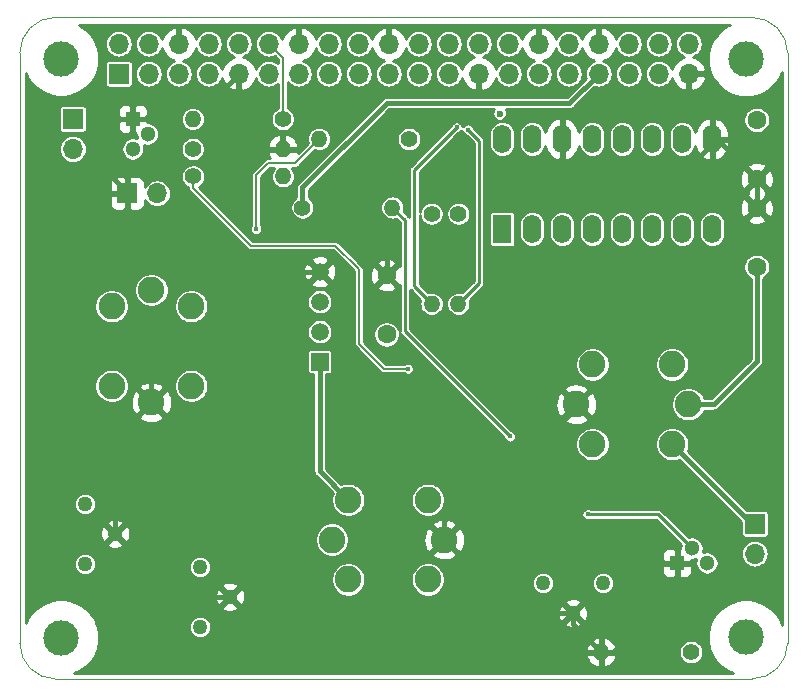
<source format=gbr>
G04 #@! TF.GenerationSoftware,KiCad,Pcbnew,(5.1.0)-1*
G04 #@! TF.CreationDate,2021-12-28T09:15:10+02:00*
G04 #@! TF.ProjectId,RPI_HAT_sensors,5250495f-4841-4545-9f73-656e736f7273,rev?*
G04 #@! TF.SameCoordinates,Original*
G04 #@! TF.FileFunction,Copper,L4,Bot*
G04 #@! TF.FilePolarity,Positive*
%FSLAX46Y46*%
G04 Gerber Fmt 4.6, Leading zero omitted, Abs format (unit mm)*
G04 Created by KiCad (PCBNEW (5.1.0)-1) date 2021-12-28 09:15:10*
%MOMM*%
%LPD*%
G04 APERTURE LIST*
%ADD10C,0.100000*%
%ADD11C,2.250000*%
%ADD12R,1.700000X1.700000*%
%ADD13O,1.700000X1.700000*%
%ADD14C,1.300000*%
%ADD15R,1.300000X1.300000*%
%ADD16O,1.400000X1.400000*%
%ADD17C,1.400000*%
%ADD18C,3.000000*%
%ADD19R,1.600000X2.400000*%
%ADD20O,1.600000X2.400000*%
%ADD21C,1.260000*%
%ADD22R,1.500000X1.500000*%
%ADD23C,1.500000*%
%ADD24C,1.600000*%
%ADD25C,0.600000*%
%ADD26C,0.400000*%
%ADD27C,0.400000*%
%ADD28C,0.150000*%
%ADD29C,0.200000*%
%ADD30C,0.250000*%
%ADD31C,0.254000*%
G04 APERTURE END LIST*
D10*
X78546356Y-63817611D02*
X78546356Y-113817611D01*
X78546356Y-63817611D02*
G75*
G02X81546356Y-60817611I3000000J0D01*
G01*
X140546356Y-60817611D02*
X81546356Y-60817611D01*
X140546356Y-60817611D02*
G75*
G02X143546356Y-63817611I0J-3000000D01*
G01*
X143546356Y-113817611D02*
X143546356Y-63817611D01*
X81546356Y-116817611D02*
G75*
G02X78546356Y-113817611I0J3000000D01*
G01*
X81546356Y-116817611D02*
X140546356Y-116817611D01*
X143546351Y-113822847D02*
G75*
G02X140546356Y-116817611I-2999995J5236D01*
G01*
D11*
X125653600Y-93573600D03*
X127031100Y-96946100D03*
X133776100Y-96946100D03*
X135153600Y-93573600D03*
X133776100Y-90201100D03*
X127031100Y-90201100D03*
D12*
X83032600Y-69418200D03*
D13*
X83032600Y-71958200D03*
D14*
X89382600Y-70688200D03*
X88112600Y-71958200D03*
D15*
X88112600Y-69418200D03*
D16*
X93192600Y-69418200D03*
D17*
X100812600Y-69418200D03*
X93192600Y-71958200D03*
D16*
X100812600Y-71958200D03*
D11*
X113100500Y-108401500D03*
X106355500Y-108401500D03*
X104978000Y-105029000D03*
X106355500Y-101656500D03*
X113100500Y-101656500D03*
X114478000Y-105029000D03*
D12*
X86920000Y-65590000D03*
D13*
X86920000Y-63050000D03*
X89460000Y-65590000D03*
X89460000Y-63050000D03*
X92000000Y-65590000D03*
X92000000Y-63050000D03*
X94540000Y-65590000D03*
X94540000Y-63050000D03*
X97080000Y-65590000D03*
X97080000Y-63050000D03*
X99620000Y-65590000D03*
X99620000Y-63050000D03*
X102160000Y-65590000D03*
X102160000Y-63050000D03*
X104700000Y-65590000D03*
X104700000Y-63050000D03*
X107240000Y-65590000D03*
X107240000Y-63050000D03*
X109780000Y-65590000D03*
X109780000Y-63050000D03*
X112320000Y-65590000D03*
X112320000Y-63050000D03*
X114860000Y-65590000D03*
X114860000Y-63050000D03*
X117400000Y-65590000D03*
X117400000Y-63050000D03*
X119940000Y-65590000D03*
X119940000Y-63050000D03*
X122480000Y-65590000D03*
X122480000Y-63050000D03*
X125020000Y-65590000D03*
X125020000Y-63050000D03*
X127560000Y-65590000D03*
X127560000Y-63050000D03*
X130100000Y-65590000D03*
X130100000Y-63050000D03*
X132640000Y-65590000D03*
X132640000Y-63050000D03*
X135180000Y-65590000D03*
X135180000Y-63050000D03*
D18*
X82040000Y-64310000D03*
X140040000Y-64330000D03*
X82040000Y-113320000D03*
X140030000Y-113310000D03*
D11*
X86314900Y-92018500D03*
X86314900Y-85273500D03*
X89687400Y-83896000D03*
X93059900Y-85273500D03*
X93059900Y-92018500D03*
X89687400Y-93396000D03*
D19*
X119380000Y-78740000D03*
D20*
X137160000Y-71120000D03*
X121920000Y-78740000D03*
X134620000Y-71120000D03*
X124460000Y-78740000D03*
X132080000Y-71120000D03*
X127000000Y-78740000D03*
X129540000Y-71120000D03*
X129540000Y-78740000D03*
X127000000Y-71120000D03*
X132080000Y-78740000D03*
X124460000Y-71120000D03*
X134620000Y-78740000D03*
X121920000Y-71120000D03*
X137160000Y-78740000D03*
X119380000Y-71120000D03*
D21*
X84074000Y-107086400D03*
X86614000Y-104546400D03*
X84074000Y-102006400D03*
X93802200Y-107340400D03*
X96342200Y-109880400D03*
X93802200Y-112420400D03*
X122834400Y-108712000D03*
X125374400Y-111252000D03*
X127914400Y-108712000D03*
D17*
X111506000Y-71120000D03*
D16*
X103886000Y-71120000D03*
D22*
X103936800Y-89966800D03*
D23*
X103936800Y-87426800D03*
X103936800Y-84886800D03*
X103936800Y-82346800D03*
D24*
X140944600Y-69494400D03*
X140944600Y-74494400D03*
X140944600Y-76940400D03*
X140944600Y-81940400D03*
D12*
X140766800Y-103682800D03*
D13*
X140766800Y-106222800D03*
D14*
X135458200Y-105740200D03*
X136728200Y-107010200D03*
D15*
X134188200Y-107010200D03*
D17*
X102463600Y-76911200D03*
D16*
X110083600Y-76911200D03*
X127762000Y-114554000D03*
D17*
X135382000Y-114554000D03*
D24*
X109601000Y-82651600D03*
X109601000Y-87651600D03*
D12*
X87630000Y-75717400D03*
D13*
X90170000Y-75717400D03*
D17*
X93218000Y-74269600D03*
D16*
X100838000Y-74269600D03*
X113411000Y-85064600D03*
D17*
X113411000Y-77444600D03*
X115671600Y-77444600D03*
D16*
X115671600Y-85064600D03*
D25*
X119176800Y-68961000D03*
X103251000Y-73050400D03*
X123240800Y-81661000D03*
X120700800Y-81661000D03*
X118668800Y-81661000D03*
X118668800Y-85217000D03*
X120700800Y-85217000D03*
X123240800Y-85217000D03*
X117652800Y-88773000D03*
X120700800Y-89281000D03*
X125780800Y-85217000D03*
X125813820Y-80805020D03*
X125780800Y-87757000D03*
X113538000Y-97790000D03*
X120192800Y-97917000D03*
X108000800Y-91313000D03*
X134416800Y-110617000D03*
X110540800Y-92837000D03*
X118668800Y-90805000D03*
X108508800Y-92837000D03*
X104952800Y-92837000D03*
X102412800Y-92837000D03*
X97840800Y-92837000D03*
X95808800Y-92837000D03*
X95808800Y-90805000D03*
X98348800Y-90805000D03*
X100380800Y-90805000D03*
X116128800Y-90297000D03*
X106476800Y-83693000D03*
X105968800Y-75565000D03*
X115112800Y-72517000D03*
X115620800Y-68961000D03*
X106984800Y-69469000D03*
X102412800Y-68961000D03*
X104648000Y-69469000D03*
X127812800Y-68453000D03*
X130860800Y-68453000D03*
X134416800Y-68453000D03*
X110032800Y-80137000D03*
X104952800Y-79121000D03*
X113080800Y-80645000D03*
X116636800Y-81153000D03*
X115620800Y-74549000D03*
X120693180Y-87147400D03*
X118130320Y-95620840D03*
X99872800Y-92837000D03*
X107696000Y-73406000D03*
D26*
X118999000Y-74041000D03*
X111023400Y-73609200D03*
X104800400Y-74422000D03*
X115443000Y-96138992D03*
X98552000Y-78740000D03*
X120040400Y-96291400D03*
X126619000Y-102895400D03*
X116484398Y-70307200D03*
X115519200Y-70129400D03*
X111379000Y-90551000D03*
D27*
X125653600Y-93853400D02*
X125653600Y-93573600D01*
X114478000Y-105029000D02*
X125653600Y-93853400D01*
X139950200Y-75488800D02*
X140944600Y-74494400D01*
X121691200Y-75488800D02*
X119456200Y-75488800D01*
X124460000Y-72720000D02*
X121691200Y-75488800D01*
X124460000Y-71120000D02*
X124460000Y-72720000D01*
X133191200Y-75488800D02*
X132918200Y-75488800D01*
X137160000Y-71520000D02*
X133191200Y-75488800D01*
X137160000Y-71120000D02*
X137160000Y-71520000D01*
X119456200Y-75488800D02*
X132918200Y-75488800D01*
X132918200Y-75488800D02*
X139950200Y-75488800D01*
X140944600Y-74494400D02*
X140944600Y-76940400D01*
X137570200Y-71120000D02*
X137160000Y-71120000D01*
X140944600Y-74494400D02*
X137570200Y-71120000D01*
X114478000Y-105029000D02*
X120701000Y-111252000D01*
X125730000Y-111252000D02*
X125374400Y-111252000D01*
X125374400Y-112166400D02*
X127762000Y-114554000D01*
X125374400Y-111252000D02*
X125374400Y-112166400D01*
X134188200Y-108060200D02*
X134188200Y-107010200D01*
X134188200Y-109117749D02*
X134188200Y-108060200D01*
X128751949Y-114554000D02*
X134188200Y-109117749D01*
X127762000Y-114554000D02*
X128751949Y-114554000D01*
X97713800Y-111252000D02*
X121666000Y-111252000D01*
X96342200Y-109880400D02*
X97713800Y-111252000D01*
X120701000Y-111252000D02*
X121666000Y-111252000D01*
X121666000Y-111252000D02*
X125730000Y-111252000D01*
X119456200Y-75488800D02*
X119456200Y-74498200D01*
X119456200Y-74498200D02*
X118999000Y-74041000D01*
X111023400Y-73609200D02*
X110210600Y-74422000D01*
X110210600Y-74422000D02*
X104800400Y-74422000D01*
X109601000Y-80899000D02*
X109601000Y-82651600D01*
X104800400Y-74422000D02*
X104800400Y-76098400D01*
X104800400Y-76098400D02*
X109601000Y-80899000D01*
X91948000Y-109880400D02*
X86614000Y-104546400D01*
X96342200Y-109880400D02*
X91948000Y-109880400D01*
X86614000Y-96469400D02*
X86614000Y-104546400D01*
X89687400Y-93396000D02*
X86614000Y-96469400D01*
X87630000Y-75565000D02*
X87630000Y-75717400D01*
X85572600Y-73507600D02*
X87630000Y-75565000D01*
X85572600Y-70908200D02*
X85572600Y-73507600D01*
X88112600Y-69418200D02*
X87062600Y-69418200D01*
X87062600Y-69418200D02*
X85572600Y-70908200D01*
X87630000Y-76967400D02*
X82931000Y-81666400D01*
X89687400Y-91805010D02*
X89687400Y-93396000D01*
X82931000Y-85048610D02*
X89687400Y-91805010D01*
X82931000Y-81666400D02*
X82931000Y-85048610D01*
X102876140Y-82346800D02*
X103936800Y-82346800D01*
X93009400Y-82346800D02*
X102876140Y-82346800D01*
X87630000Y-76967400D02*
X93009400Y-82346800D01*
X87630000Y-75717400D02*
X87630000Y-76967400D01*
X89162600Y-69418200D02*
X88112600Y-69418200D01*
X90889800Y-67691000D02*
X89162600Y-69418200D01*
X97080000Y-65590000D02*
X94979000Y-67691000D01*
X94979000Y-67691000D02*
X90889800Y-67691000D01*
X114478000Y-105029000D02*
X114478000Y-103438010D01*
X115443000Y-102473010D02*
X115443000Y-96138992D01*
X114478000Y-103438010D02*
X115443000Y-102473010D01*
X135153600Y-93573600D02*
X137312400Y-93573600D01*
X137312400Y-93573600D02*
X140944600Y-89941400D01*
X140944600Y-89941400D02*
X140944600Y-84099400D01*
X140944600Y-84099400D02*
X140944600Y-81940400D01*
X140512800Y-103682800D02*
X140766800Y-103682800D01*
X133776100Y-96946100D02*
X140512800Y-103682800D01*
X103936800Y-99237800D02*
X106355500Y-101656500D01*
X103936800Y-89966800D02*
X103936800Y-99237800D01*
D28*
X100812600Y-64242600D02*
X100812600Y-69418200D01*
X99620000Y-63050000D02*
X100812600Y-64242600D01*
D29*
X98552000Y-74168000D02*
X98552000Y-78740000D01*
X99568000Y-73152000D02*
X98552000Y-74168000D01*
X103886000Y-71120000D02*
X101854000Y-73152000D01*
X101854000Y-73152000D02*
X99568000Y-73152000D01*
D27*
X125078000Y-68072000D02*
X127560000Y-65590000D01*
X102463600Y-76911200D02*
X102463600Y-75209400D01*
X102463600Y-75209400D02*
X109601000Y-68072000D01*
X110236000Y-68072000D02*
X113792000Y-68072000D01*
X113792000Y-68072000D02*
X125078000Y-68072000D01*
X111785400Y-68072000D02*
X113792000Y-68072000D01*
X110236000Y-68072000D02*
X111277400Y-68072000D01*
X109601000Y-68072000D02*
X110236000Y-68072000D01*
D30*
X132613400Y-102895400D02*
X135458200Y-105740200D01*
X126619000Y-102895400D02*
X132613400Y-102895400D01*
X111150400Y-87401400D02*
X120040400Y-96291400D01*
X110083600Y-76911200D02*
X111150400Y-77978000D01*
X111150400Y-77978000D02*
X111150400Y-87401400D01*
X116684397Y-70507199D02*
X116484398Y-70307200D01*
X117424200Y-71247002D02*
X116684397Y-70507199D01*
X115671600Y-85064600D02*
X117424200Y-83312000D01*
X117424200Y-83312000D02*
X117424200Y-71247002D01*
X115319201Y-70329399D02*
X115519200Y-70129400D01*
X111937800Y-73710800D02*
X115319201Y-70329399D01*
X113411000Y-85064600D02*
X111937800Y-83591400D01*
X111937800Y-83591400D02*
X111937800Y-73710800D01*
D28*
X93218000Y-75259549D02*
X98095451Y-80137000D01*
X93218000Y-74269600D02*
X93218000Y-75259549D01*
X98095451Y-80137000D02*
X105257600Y-80137000D01*
X105257600Y-80137000D02*
X107264200Y-82143600D01*
X107264200Y-82143600D02*
X107264200Y-88442800D01*
X107264200Y-88442800D02*
X109372400Y-90551000D01*
X109372400Y-90551000D02*
X111379000Y-90551000D01*
D31*
G36*
X138511442Y-61470270D02*
G01*
X137982907Y-61823425D01*
X137533425Y-62272907D01*
X137180270Y-62801442D01*
X136937012Y-63388719D01*
X136813000Y-64012168D01*
X136813000Y-64647832D01*
X136937012Y-65271281D01*
X137180270Y-65858558D01*
X137533425Y-66387093D01*
X137982907Y-66836575D01*
X138511442Y-67189730D01*
X139098719Y-67432988D01*
X139722168Y-67557000D01*
X140357832Y-67557000D01*
X140981281Y-67432988D01*
X141568558Y-67189730D01*
X142097093Y-66836575D01*
X142546575Y-66387093D01*
X142899730Y-65858558D01*
X143078200Y-65427693D01*
X143078200Y-112236449D01*
X142889730Y-111781442D01*
X142536575Y-111252907D01*
X142087093Y-110803425D01*
X141558558Y-110450270D01*
X140971281Y-110207012D01*
X140347832Y-110083000D01*
X139712168Y-110083000D01*
X139088719Y-110207012D01*
X138501442Y-110450270D01*
X137972907Y-110803425D01*
X137523425Y-111252907D01*
X137170270Y-111781442D01*
X136927012Y-112368719D01*
X136803000Y-112992168D01*
X136803000Y-113627832D01*
X136927012Y-114251281D01*
X137170270Y-114838558D01*
X137523425Y-115367093D01*
X137972907Y-115816575D01*
X138501442Y-116169730D01*
X138954518Y-116357400D01*
X83139625Y-116357400D01*
X83568558Y-116179730D01*
X84097093Y-115826575D01*
X84546575Y-115377093D01*
X84873824Y-114887329D01*
X126469284Y-114887329D01*
X126501953Y-114995044D01*
X126612208Y-115232392D01*
X126766649Y-115443670D01*
X126959340Y-115620759D01*
X127182877Y-115756853D01*
X127428670Y-115846722D01*
X127635000Y-115724201D01*
X127635000Y-114681000D01*
X127889000Y-114681000D01*
X127889000Y-115724201D01*
X128095330Y-115846722D01*
X128341123Y-115756853D01*
X128564660Y-115620759D01*
X128757351Y-115443670D01*
X128911792Y-115232392D01*
X129022047Y-114995044D01*
X129054716Y-114887329D01*
X128931374Y-114681000D01*
X127889000Y-114681000D01*
X127635000Y-114681000D01*
X126592626Y-114681000D01*
X126469284Y-114887329D01*
X84873824Y-114887329D01*
X84899730Y-114848558D01*
X85063637Y-114452849D01*
X134355000Y-114452849D01*
X134355000Y-114655151D01*
X134394467Y-114853565D01*
X134471885Y-115040467D01*
X134584277Y-115208674D01*
X134727326Y-115351723D01*
X134895533Y-115464115D01*
X135082435Y-115541533D01*
X135280849Y-115581000D01*
X135483151Y-115581000D01*
X135681565Y-115541533D01*
X135868467Y-115464115D01*
X136036674Y-115351723D01*
X136179723Y-115208674D01*
X136292115Y-115040467D01*
X136369533Y-114853565D01*
X136409000Y-114655151D01*
X136409000Y-114452849D01*
X136369533Y-114254435D01*
X136292115Y-114067533D01*
X136179723Y-113899326D01*
X136036674Y-113756277D01*
X135868467Y-113643885D01*
X135681565Y-113566467D01*
X135483151Y-113527000D01*
X135280849Y-113527000D01*
X135082435Y-113566467D01*
X134895533Y-113643885D01*
X134727326Y-113756277D01*
X134584277Y-113899326D01*
X134471885Y-114067533D01*
X134394467Y-114254435D01*
X134355000Y-114452849D01*
X85063637Y-114452849D01*
X85142988Y-114261281D01*
X85151065Y-114220671D01*
X126469284Y-114220671D01*
X126592626Y-114427000D01*
X127635000Y-114427000D01*
X127635000Y-113383799D01*
X127889000Y-113383799D01*
X127889000Y-114427000D01*
X128931374Y-114427000D01*
X129054716Y-114220671D01*
X129022047Y-114112956D01*
X128911792Y-113875608D01*
X128757351Y-113664330D01*
X128564660Y-113487241D01*
X128341123Y-113351147D01*
X128095330Y-113261278D01*
X127889000Y-113383799D01*
X127635000Y-113383799D01*
X127428670Y-113261278D01*
X127182877Y-113351147D01*
X126959340Y-113487241D01*
X126766649Y-113664330D01*
X126612208Y-113875608D01*
X126501953Y-114112956D01*
X126469284Y-114220671D01*
X85151065Y-114220671D01*
X85267000Y-113637832D01*
X85267000Y-113002168D01*
X85142988Y-112378719D01*
X85121211Y-112326144D01*
X92845200Y-112326144D01*
X92845200Y-112514656D01*
X92881977Y-112699547D01*
X92954117Y-112873710D01*
X93058849Y-113030452D01*
X93192148Y-113163751D01*
X93348890Y-113268483D01*
X93523053Y-113340623D01*
X93707944Y-113377400D01*
X93896456Y-113377400D01*
X94081347Y-113340623D01*
X94255510Y-113268483D01*
X94412252Y-113163751D01*
X94545551Y-113030452D01*
X94650283Y-112873710D01*
X94722423Y-112699547D01*
X94759200Y-112514656D01*
X94759200Y-112326144D01*
X94722423Y-112141253D01*
X94714956Y-112123224D01*
X124682781Y-112123224D01*
X124733737Y-112349862D01*
X124960230Y-112453754D01*
X125202638Y-112511463D01*
X125451648Y-112520772D01*
X125697689Y-112481323D01*
X125931305Y-112394632D01*
X126015063Y-112349862D01*
X126066019Y-112123224D01*
X125374400Y-111431605D01*
X124682781Y-112123224D01*
X94714956Y-112123224D01*
X94650283Y-111967090D01*
X94545551Y-111810348D01*
X94412252Y-111677049D01*
X94255510Y-111572317D01*
X94081347Y-111500177D01*
X93896456Y-111463400D01*
X93707944Y-111463400D01*
X93523053Y-111500177D01*
X93348890Y-111572317D01*
X93192148Y-111677049D01*
X93058849Y-111810348D01*
X92954117Y-111967090D01*
X92881977Y-112141253D01*
X92845200Y-112326144D01*
X85121211Y-112326144D01*
X84899730Y-111791442D01*
X84590903Y-111329248D01*
X124105628Y-111329248D01*
X124145077Y-111575289D01*
X124231768Y-111808905D01*
X124276538Y-111892663D01*
X124503176Y-111943619D01*
X125194795Y-111252000D01*
X125554005Y-111252000D01*
X126245624Y-111943619D01*
X126472262Y-111892663D01*
X126576154Y-111666170D01*
X126633863Y-111423762D01*
X126643172Y-111174752D01*
X126603723Y-110928711D01*
X126517032Y-110695095D01*
X126472262Y-110611337D01*
X126245624Y-110560381D01*
X125554005Y-111252000D01*
X125194795Y-111252000D01*
X124503176Y-110560381D01*
X124276538Y-110611337D01*
X124172646Y-110837830D01*
X124114937Y-111080238D01*
X124105628Y-111329248D01*
X84590903Y-111329248D01*
X84546575Y-111262907D01*
X84097093Y-110813425D01*
X84004602Y-110751624D01*
X95650581Y-110751624D01*
X95701537Y-110978262D01*
X95928030Y-111082154D01*
X96170438Y-111139863D01*
X96419448Y-111149172D01*
X96665489Y-111109723D01*
X96899105Y-111023032D01*
X96982863Y-110978262D01*
X97033819Y-110751624D01*
X96342200Y-110060005D01*
X95650581Y-110751624D01*
X84004602Y-110751624D01*
X83568558Y-110460270D01*
X82981281Y-110217012D01*
X82357832Y-110093000D01*
X81722168Y-110093000D01*
X81098719Y-110217012D01*
X80511442Y-110460270D01*
X79982907Y-110813425D01*
X79533425Y-111262907D01*
X79180270Y-111791442D01*
X79044800Y-112118496D01*
X79044800Y-109957648D01*
X95073428Y-109957648D01*
X95112877Y-110203689D01*
X95199568Y-110437305D01*
X95244338Y-110521063D01*
X95470976Y-110572019D01*
X96162595Y-109880400D01*
X96521805Y-109880400D01*
X97213424Y-110572019D01*
X97440062Y-110521063D01*
X97504411Y-110380776D01*
X124682781Y-110380776D01*
X125374400Y-111072395D01*
X126066019Y-110380776D01*
X126015063Y-110154138D01*
X125788570Y-110050246D01*
X125546162Y-109992537D01*
X125297152Y-109983228D01*
X125051111Y-110022677D01*
X124817495Y-110109368D01*
X124733737Y-110154138D01*
X124682781Y-110380776D01*
X97504411Y-110380776D01*
X97543954Y-110294570D01*
X97601663Y-110052162D01*
X97610972Y-109803152D01*
X97571523Y-109557111D01*
X97484832Y-109323495D01*
X97440062Y-109239737D01*
X97213424Y-109188781D01*
X96521805Y-109880400D01*
X96162595Y-109880400D01*
X95470976Y-109188781D01*
X95244338Y-109239737D01*
X95140446Y-109466230D01*
X95082737Y-109708638D01*
X95073428Y-109957648D01*
X79044800Y-109957648D01*
X79044800Y-109009176D01*
X95650581Y-109009176D01*
X96342200Y-109700795D01*
X97033819Y-109009176D01*
X96982863Y-108782538D01*
X96756370Y-108678646D01*
X96513962Y-108620937D01*
X96264952Y-108611628D01*
X96018911Y-108651077D01*
X95785295Y-108737768D01*
X95701537Y-108782538D01*
X95650581Y-109009176D01*
X79044800Y-109009176D01*
X79044800Y-106992144D01*
X83117000Y-106992144D01*
X83117000Y-107180656D01*
X83153777Y-107365547D01*
X83225917Y-107539710D01*
X83330649Y-107696452D01*
X83463948Y-107829751D01*
X83620690Y-107934483D01*
X83794853Y-108006623D01*
X83979744Y-108043400D01*
X84168256Y-108043400D01*
X84353147Y-108006623D01*
X84527310Y-107934483D01*
X84684052Y-107829751D01*
X84817351Y-107696452D01*
X84922083Y-107539710D01*
X84994223Y-107365547D01*
X85017973Y-107246144D01*
X92845200Y-107246144D01*
X92845200Y-107434656D01*
X92881977Y-107619547D01*
X92954117Y-107793710D01*
X93058849Y-107950452D01*
X93192148Y-108083751D01*
X93348890Y-108188483D01*
X93523053Y-108260623D01*
X93707944Y-108297400D01*
X93896456Y-108297400D01*
X94081347Y-108260623D01*
X94086496Y-108258490D01*
X104903500Y-108258490D01*
X104903500Y-108544510D01*
X104959299Y-108825033D01*
X105068754Y-109089280D01*
X105227658Y-109327096D01*
X105429904Y-109529342D01*
X105667720Y-109688246D01*
X105931967Y-109797701D01*
X106212490Y-109853500D01*
X106498510Y-109853500D01*
X106779033Y-109797701D01*
X107043280Y-109688246D01*
X107281096Y-109529342D01*
X107483342Y-109327096D01*
X107642246Y-109089280D01*
X107751701Y-108825033D01*
X107807500Y-108544510D01*
X107807500Y-108258490D01*
X111648500Y-108258490D01*
X111648500Y-108544510D01*
X111704299Y-108825033D01*
X111813754Y-109089280D01*
X111972658Y-109327096D01*
X112174904Y-109529342D01*
X112412720Y-109688246D01*
X112676967Y-109797701D01*
X112957490Y-109853500D01*
X113243510Y-109853500D01*
X113524033Y-109797701D01*
X113788280Y-109688246D01*
X114026096Y-109529342D01*
X114228342Y-109327096D01*
X114387246Y-109089280D01*
X114496701Y-108825033D01*
X114537932Y-108617744D01*
X121877400Y-108617744D01*
X121877400Y-108806256D01*
X121914177Y-108991147D01*
X121986317Y-109165310D01*
X122091049Y-109322052D01*
X122224348Y-109455351D01*
X122381090Y-109560083D01*
X122555253Y-109632223D01*
X122740144Y-109669000D01*
X122928656Y-109669000D01*
X123113547Y-109632223D01*
X123287710Y-109560083D01*
X123444452Y-109455351D01*
X123577751Y-109322052D01*
X123682483Y-109165310D01*
X123754623Y-108991147D01*
X123791400Y-108806256D01*
X123791400Y-108617744D01*
X126957400Y-108617744D01*
X126957400Y-108806256D01*
X126994177Y-108991147D01*
X127066317Y-109165310D01*
X127171049Y-109322052D01*
X127304348Y-109455351D01*
X127461090Y-109560083D01*
X127635253Y-109632223D01*
X127820144Y-109669000D01*
X128008656Y-109669000D01*
X128193547Y-109632223D01*
X128367710Y-109560083D01*
X128524452Y-109455351D01*
X128657751Y-109322052D01*
X128762483Y-109165310D01*
X128834623Y-108991147D01*
X128871400Y-108806256D01*
X128871400Y-108617744D01*
X128834623Y-108432853D01*
X128762483Y-108258690D01*
X128657751Y-108101948D01*
X128524452Y-107968649D01*
X128367710Y-107863917D01*
X128193547Y-107791777D01*
X128008656Y-107755000D01*
X127820144Y-107755000D01*
X127635253Y-107791777D01*
X127461090Y-107863917D01*
X127304348Y-107968649D01*
X127171049Y-108101948D01*
X127066317Y-108258690D01*
X126994177Y-108432853D01*
X126957400Y-108617744D01*
X123791400Y-108617744D01*
X123754623Y-108432853D01*
X123682483Y-108258690D01*
X123577751Y-108101948D01*
X123444452Y-107968649D01*
X123287710Y-107863917D01*
X123113547Y-107791777D01*
X122928656Y-107755000D01*
X122740144Y-107755000D01*
X122555253Y-107791777D01*
X122381090Y-107863917D01*
X122224348Y-107968649D01*
X122091049Y-108101948D01*
X121986317Y-108258690D01*
X121914177Y-108432853D01*
X121877400Y-108617744D01*
X114537932Y-108617744D01*
X114552500Y-108544510D01*
X114552500Y-108258490D01*
X114496701Y-107977967D01*
X114387246Y-107713720D01*
X114351485Y-107660200D01*
X132900128Y-107660200D01*
X132912388Y-107784682D01*
X132948698Y-107904380D01*
X133007663Y-108014694D01*
X133087015Y-108111385D01*
X133183706Y-108190737D01*
X133294020Y-108249702D01*
X133413718Y-108286012D01*
X133538200Y-108298272D01*
X133902450Y-108295200D01*
X134061200Y-108136450D01*
X134061200Y-107137200D01*
X134315200Y-107137200D01*
X134315200Y-108136450D01*
X134473950Y-108295200D01*
X134838200Y-108298272D01*
X134962682Y-108286012D01*
X135082380Y-108249702D01*
X135192694Y-108190737D01*
X135289385Y-108111385D01*
X135368737Y-108014694D01*
X135427702Y-107904380D01*
X135464012Y-107784682D01*
X135476272Y-107660200D01*
X135473200Y-107295950D01*
X135314450Y-107137200D01*
X134315200Y-107137200D01*
X134061200Y-107137200D01*
X133061950Y-107137200D01*
X132903200Y-107295950D01*
X132900128Y-107660200D01*
X114351485Y-107660200D01*
X114228342Y-107475904D01*
X114026096Y-107273658D01*
X113788280Y-107114754D01*
X113524033Y-107005299D01*
X113243510Y-106949500D01*
X112957490Y-106949500D01*
X112676967Y-107005299D01*
X112412720Y-107114754D01*
X112174904Y-107273658D01*
X111972658Y-107475904D01*
X111813754Y-107713720D01*
X111704299Y-107977967D01*
X111648500Y-108258490D01*
X107807500Y-108258490D01*
X107751701Y-107977967D01*
X107642246Y-107713720D01*
X107483342Y-107475904D01*
X107281096Y-107273658D01*
X107043280Y-107114754D01*
X106779033Y-107005299D01*
X106498510Y-106949500D01*
X106212490Y-106949500D01*
X105931967Y-107005299D01*
X105667720Y-107114754D01*
X105429904Y-107273658D01*
X105227658Y-107475904D01*
X105068754Y-107713720D01*
X104959299Y-107977967D01*
X104903500Y-108258490D01*
X94086496Y-108258490D01*
X94255510Y-108188483D01*
X94412252Y-108083751D01*
X94545551Y-107950452D01*
X94650283Y-107793710D01*
X94722423Y-107619547D01*
X94759200Y-107434656D01*
X94759200Y-107246144D01*
X94722423Y-107061253D01*
X94650283Y-106887090D01*
X94545551Y-106730348D01*
X94412252Y-106597049D01*
X94255510Y-106492317D01*
X94081347Y-106420177D01*
X93896456Y-106383400D01*
X93707944Y-106383400D01*
X93523053Y-106420177D01*
X93348890Y-106492317D01*
X93192148Y-106597049D01*
X93058849Y-106730348D01*
X92954117Y-106887090D01*
X92881977Y-107061253D01*
X92845200Y-107246144D01*
X85017973Y-107246144D01*
X85031000Y-107180656D01*
X85031000Y-106992144D01*
X84994223Y-106807253D01*
X84922083Y-106633090D01*
X84817351Y-106476348D01*
X84684052Y-106343049D01*
X84527310Y-106238317D01*
X84353147Y-106166177D01*
X84168256Y-106129400D01*
X83979744Y-106129400D01*
X83794853Y-106166177D01*
X83620690Y-106238317D01*
X83463948Y-106343049D01*
X83330649Y-106476348D01*
X83225917Y-106633090D01*
X83153777Y-106807253D01*
X83117000Y-106992144D01*
X79044800Y-106992144D01*
X79044800Y-105417624D01*
X85922381Y-105417624D01*
X85973337Y-105644262D01*
X86199830Y-105748154D01*
X86442238Y-105805863D01*
X86691248Y-105815172D01*
X86937289Y-105775723D01*
X87170905Y-105689032D01*
X87254663Y-105644262D01*
X87305619Y-105417624D01*
X86614000Y-104726005D01*
X85922381Y-105417624D01*
X79044800Y-105417624D01*
X79044800Y-104623648D01*
X85345228Y-104623648D01*
X85384677Y-104869689D01*
X85471368Y-105103305D01*
X85516138Y-105187063D01*
X85742776Y-105238019D01*
X86434395Y-104546400D01*
X86793605Y-104546400D01*
X87485224Y-105238019D01*
X87711862Y-105187063D01*
X87815754Y-104960570D01*
X87833508Y-104885990D01*
X103526000Y-104885990D01*
X103526000Y-105172010D01*
X103581799Y-105452533D01*
X103691254Y-105716780D01*
X103850158Y-105954596D01*
X104052404Y-106156842D01*
X104290220Y-106315746D01*
X104554467Y-106425201D01*
X104834990Y-106481000D01*
X105121010Y-106481000D01*
X105401533Y-106425201D01*
X105665780Y-106315746D01*
X105758891Y-106253531D01*
X113433074Y-106253531D01*
X113543921Y-106530714D01*
X113854840Y-106684089D01*
X114189705Y-106773860D01*
X114535650Y-106796576D01*
X114879380Y-106751366D01*
X115207685Y-106639966D01*
X115412079Y-106530714D01*
X115480268Y-106360200D01*
X132900128Y-106360200D01*
X132903200Y-106724450D01*
X133061950Y-106883200D01*
X134061200Y-106883200D01*
X134061200Y-105883950D01*
X133902450Y-105725200D01*
X133538200Y-105722128D01*
X133413718Y-105734388D01*
X133294020Y-105770698D01*
X133183706Y-105829663D01*
X133087015Y-105909015D01*
X133007663Y-106005706D01*
X132948698Y-106116020D01*
X132912388Y-106235718D01*
X132900128Y-106360200D01*
X115480268Y-106360200D01*
X115522926Y-106253531D01*
X114478000Y-105208605D01*
X113433074Y-106253531D01*
X105758891Y-106253531D01*
X105903596Y-106156842D01*
X106105842Y-105954596D01*
X106264746Y-105716780D01*
X106374201Y-105452533D01*
X106430000Y-105172010D01*
X106430000Y-105086650D01*
X112710424Y-105086650D01*
X112755634Y-105430380D01*
X112867034Y-105758685D01*
X112976286Y-105963079D01*
X113253469Y-106073926D01*
X114298395Y-105029000D01*
X114657605Y-105029000D01*
X115702531Y-106073926D01*
X115979714Y-105963079D01*
X116133089Y-105652160D01*
X116222860Y-105317295D01*
X116245576Y-104971350D01*
X116200366Y-104627620D01*
X116088966Y-104299315D01*
X115979714Y-104094921D01*
X115702531Y-103984074D01*
X114657605Y-105029000D01*
X114298395Y-105029000D01*
X113253469Y-103984074D01*
X112976286Y-104094921D01*
X112822911Y-104405840D01*
X112733140Y-104740705D01*
X112710424Y-105086650D01*
X106430000Y-105086650D01*
X106430000Y-104885990D01*
X106374201Y-104605467D01*
X106264746Y-104341220D01*
X106105842Y-104103404D01*
X105903596Y-103901158D01*
X105758892Y-103804469D01*
X113433074Y-103804469D01*
X114478000Y-104849395D01*
X115522926Y-103804469D01*
X115412079Y-103527286D01*
X115101160Y-103373911D01*
X114766295Y-103284140D01*
X114420350Y-103261424D01*
X114076620Y-103306634D01*
X113748315Y-103418034D01*
X113543921Y-103527286D01*
X113433074Y-103804469D01*
X105758892Y-103804469D01*
X105665780Y-103742254D01*
X105401533Y-103632799D01*
X105121010Y-103577000D01*
X104834990Y-103577000D01*
X104554467Y-103632799D01*
X104290220Y-103742254D01*
X104052404Y-103901158D01*
X103850158Y-104103404D01*
X103691254Y-104341220D01*
X103581799Y-104605467D01*
X103526000Y-104885990D01*
X87833508Y-104885990D01*
X87873463Y-104718162D01*
X87882772Y-104469152D01*
X87843323Y-104223111D01*
X87756632Y-103989495D01*
X87711862Y-103905737D01*
X87485224Y-103854781D01*
X86793605Y-104546400D01*
X86434395Y-104546400D01*
X85742776Y-103854781D01*
X85516138Y-103905737D01*
X85412246Y-104132230D01*
X85354537Y-104374638D01*
X85345228Y-104623648D01*
X79044800Y-104623648D01*
X79044800Y-103675176D01*
X85922381Y-103675176D01*
X86614000Y-104366795D01*
X87305619Y-103675176D01*
X87254663Y-103448538D01*
X87028170Y-103344646D01*
X86785762Y-103286937D01*
X86536752Y-103277628D01*
X86290711Y-103317077D01*
X86057095Y-103403768D01*
X85973337Y-103448538D01*
X85922381Y-103675176D01*
X79044800Y-103675176D01*
X79044800Y-101912144D01*
X83117000Y-101912144D01*
X83117000Y-102100656D01*
X83153777Y-102285547D01*
X83225917Y-102459710D01*
X83330649Y-102616452D01*
X83463948Y-102749751D01*
X83620690Y-102854483D01*
X83794853Y-102926623D01*
X83979744Y-102963400D01*
X84168256Y-102963400D01*
X84353147Y-102926623D01*
X84527310Y-102854483D01*
X84684052Y-102749751D01*
X84817351Y-102616452D01*
X84922083Y-102459710D01*
X84994223Y-102285547D01*
X85031000Y-102100656D01*
X85031000Y-101912144D01*
X84994223Y-101727253D01*
X84922083Y-101553090D01*
X84817351Y-101396348D01*
X84684052Y-101263049D01*
X84527310Y-101158317D01*
X84353147Y-101086177D01*
X84168256Y-101049400D01*
X83979744Y-101049400D01*
X83794853Y-101086177D01*
X83620690Y-101158317D01*
X83463948Y-101263049D01*
X83330649Y-101396348D01*
X83225917Y-101553090D01*
X83153777Y-101727253D01*
X83117000Y-101912144D01*
X79044800Y-101912144D01*
X79044800Y-94620531D01*
X88642474Y-94620531D01*
X88753321Y-94897714D01*
X89064240Y-95051089D01*
X89399105Y-95140860D01*
X89745050Y-95163576D01*
X90088780Y-95118366D01*
X90417085Y-95006966D01*
X90621479Y-94897714D01*
X90732326Y-94620531D01*
X89687400Y-93575605D01*
X88642474Y-94620531D01*
X79044800Y-94620531D01*
X79044800Y-91875490D01*
X84862900Y-91875490D01*
X84862900Y-92161510D01*
X84918699Y-92442033D01*
X85028154Y-92706280D01*
X85187058Y-92944096D01*
X85389304Y-93146342D01*
X85627120Y-93305246D01*
X85891367Y-93414701D01*
X86171890Y-93470500D01*
X86457910Y-93470500D01*
X86542621Y-93453650D01*
X87919824Y-93453650D01*
X87965034Y-93797380D01*
X88076434Y-94125685D01*
X88185686Y-94330079D01*
X88462869Y-94440926D01*
X89507795Y-93396000D01*
X89867005Y-93396000D01*
X90911931Y-94440926D01*
X91189114Y-94330079D01*
X91342489Y-94019160D01*
X91432260Y-93684295D01*
X91454976Y-93338350D01*
X91409766Y-92994620D01*
X91298366Y-92666315D01*
X91189114Y-92461921D01*
X90911931Y-92351074D01*
X89867005Y-93396000D01*
X89507795Y-93396000D01*
X88462869Y-92351074D01*
X88185686Y-92461921D01*
X88032311Y-92772840D01*
X87942540Y-93107705D01*
X87919824Y-93453650D01*
X86542621Y-93453650D01*
X86738433Y-93414701D01*
X87002680Y-93305246D01*
X87240496Y-93146342D01*
X87442742Y-92944096D01*
X87601646Y-92706280D01*
X87711101Y-92442033D01*
X87764919Y-92171469D01*
X88642474Y-92171469D01*
X89687400Y-93216395D01*
X90732326Y-92171469D01*
X90621479Y-91894286D01*
X90583377Y-91875490D01*
X91607900Y-91875490D01*
X91607900Y-92161510D01*
X91663699Y-92442033D01*
X91773154Y-92706280D01*
X91932058Y-92944096D01*
X92134304Y-93146342D01*
X92372120Y-93305246D01*
X92636367Y-93414701D01*
X92916890Y-93470500D01*
X93202910Y-93470500D01*
X93483433Y-93414701D01*
X93747680Y-93305246D01*
X93985496Y-93146342D01*
X94187742Y-92944096D01*
X94346646Y-92706280D01*
X94456101Y-92442033D01*
X94511900Y-92161510D01*
X94511900Y-91875490D01*
X94456101Y-91594967D01*
X94346646Y-91330720D01*
X94187742Y-91092904D01*
X93985496Y-90890658D01*
X93747680Y-90731754D01*
X93483433Y-90622299D01*
X93202910Y-90566500D01*
X92916890Y-90566500D01*
X92636367Y-90622299D01*
X92372120Y-90731754D01*
X92134304Y-90890658D01*
X91932058Y-91092904D01*
X91773154Y-91330720D01*
X91663699Y-91594967D01*
X91607900Y-91875490D01*
X90583377Y-91875490D01*
X90310560Y-91740911D01*
X89975695Y-91651140D01*
X89629750Y-91628424D01*
X89286020Y-91673634D01*
X88957715Y-91785034D01*
X88753321Y-91894286D01*
X88642474Y-92171469D01*
X87764919Y-92171469D01*
X87766900Y-92161510D01*
X87766900Y-91875490D01*
X87711101Y-91594967D01*
X87601646Y-91330720D01*
X87442742Y-91092904D01*
X87240496Y-90890658D01*
X87002680Y-90731754D01*
X86738433Y-90622299D01*
X86457910Y-90566500D01*
X86171890Y-90566500D01*
X85891367Y-90622299D01*
X85627120Y-90731754D01*
X85389304Y-90890658D01*
X85187058Y-91092904D01*
X85028154Y-91330720D01*
X84918699Y-91594967D01*
X84862900Y-91875490D01*
X79044800Y-91875490D01*
X79044800Y-89216800D01*
X102858218Y-89216800D01*
X102858218Y-90716800D01*
X102864532Y-90780903D01*
X102883230Y-90842543D01*
X102913594Y-90899350D01*
X102954457Y-90949143D01*
X103004250Y-90990006D01*
X103061057Y-91020370D01*
X103122697Y-91039068D01*
X103186800Y-91045382D01*
X103409800Y-91045382D01*
X103409801Y-99211909D01*
X103407251Y-99237800D01*
X103417426Y-99341109D01*
X103447561Y-99440449D01*
X103447562Y-99440450D01*
X103496497Y-99532002D01*
X103562353Y-99612248D01*
X103582462Y-99628751D01*
X105025897Y-101072186D01*
X104959299Y-101232967D01*
X104903500Y-101513490D01*
X104903500Y-101799510D01*
X104959299Y-102080033D01*
X105068754Y-102344280D01*
X105227658Y-102582096D01*
X105429904Y-102784342D01*
X105667720Y-102943246D01*
X105931967Y-103052701D01*
X106212490Y-103108500D01*
X106498510Y-103108500D01*
X106779033Y-103052701D01*
X107043280Y-102943246D01*
X107281096Y-102784342D01*
X107483342Y-102582096D01*
X107642246Y-102344280D01*
X107751701Y-102080033D01*
X107807500Y-101799510D01*
X107807500Y-101513490D01*
X111648500Y-101513490D01*
X111648500Y-101799510D01*
X111704299Y-102080033D01*
X111813754Y-102344280D01*
X111972658Y-102582096D01*
X112174904Y-102784342D01*
X112412720Y-102943246D01*
X112676967Y-103052701D01*
X112957490Y-103108500D01*
X113243510Y-103108500D01*
X113524033Y-103052701D01*
X113788280Y-102943246D01*
X113937567Y-102843495D01*
X126092000Y-102843495D01*
X126092000Y-102947305D01*
X126112252Y-103049120D01*
X126151979Y-103145028D01*
X126209652Y-103231343D01*
X126283057Y-103304748D01*
X126369372Y-103362421D01*
X126465280Y-103402148D01*
X126567095Y-103422400D01*
X126670905Y-103422400D01*
X126772720Y-103402148D01*
X126868628Y-103362421D01*
X126891109Y-103347400D01*
X132426177Y-103347400D01*
X134523213Y-105444436D01*
X134518746Y-105455220D01*
X134481200Y-105643974D01*
X134481200Y-105725139D01*
X134473950Y-105725200D01*
X134315200Y-105883950D01*
X134315200Y-106883200D01*
X135314450Y-106883200D01*
X135473200Y-106724450D01*
X135473261Y-106717200D01*
X135554426Y-106717200D01*
X135743180Y-106679654D01*
X135820966Y-106647434D01*
X135788746Y-106725220D01*
X135751200Y-106913974D01*
X135751200Y-107106426D01*
X135788746Y-107295180D01*
X135862394Y-107472983D01*
X135969315Y-107633001D01*
X136105399Y-107769085D01*
X136265417Y-107876006D01*
X136443220Y-107949654D01*
X136631974Y-107987200D01*
X136824426Y-107987200D01*
X137013180Y-107949654D01*
X137190983Y-107876006D01*
X137351001Y-107769085D01*
X137487085Y-107633001D01*
X137594006Y-107472983D01*
X137667654Y-107295180D01*
X137705200Y-107106426D01*
X137705200Y-106913974D01*
X137667654Y-106725220D01*
X137594006Y-106547417D01*
X137487085Y-106387399D01*
X137351001Y-106251315D01*
X137308326Y-106222800D01*
X139584106Y-106222800D01*
X139606831Y-106453532D01*
X139674133Y-106675397D01*
X139783426Y-106879870D01*
X139930509Y-107059091D01*
X140109730Y-107206174D01*
X140314203Y-107315467D01*
X140536068Y-107382769D01*
X140708988Y-107399800D01*
X140824612Y-107399800D01*
X140997532Y-107382769D01*
X141219397Y-107315467D01*
X141423870Y-107206174D01*
X141603091Y-107059091D01*
X141750174Y-106879870D01*
X141859467Y-106675397D01*
X141926769Y-106453532D01*
X141949494Y-106222800D01*
X141926769Y-105992068D01*
X141859467Y-105770203D01*
X141750174Y-105565730D01*
X141603091Y-105386509D01*
X141423870Y-105239426D01*
X141219397Y-105130133D01*
X140997532Y-105062831D01*
X140824612Y-105045800D01*
X140708988Y-105045800D01*
X140536068Y-105062831D01*
X140314203Y-105130133D01*
X140109730Y-105239426D01*
X139930509Y-105386509D01*
X139783426Y-105565730D01*
X139674133Y-105770203D01*
X139606831Y-105992068D01*
X139584106Y-106222800D01*
X137308326Y-106222800D01*
X137190983Y-106144394D01*
X137013180Y-106070746D01*
X136824426Y-106033200D01*
X136631974Y-106033200D01*
X136443220Y-106070746D01*
X136365434Y-106102966D01*
X136397654Y-106025180D01*
X136435200Y-105836426D01*
X136435200Y-105643974D01*
X136397654Y-105455220D01*
X136324006Y-105277417D01*
X136217085Y-105117399D01*
X136081001Y-104981315D01*
X135920983Y-104874394D01*
X135743180Y-104800746D01*
X135554426Y-104763200D01*
X135361974Y-104763200D01*
X135173220Y-104800746D01*
X135162436Y-104805213D01*
X132948723Y-102591500D01*
X132934559Y-102574241D01*
X132865733Y-102517757D01*
X132787210Y-102475786D01*
X132702007Y-102449940D01*
X132635605Y-102443400D01*
X132613400Y-102441213D01*
X132591195Y-102443400D01*
X126891109Y-102443400D01*
X126868628Y-102428379D01*
X126772720Y-102388652D01*
X126670905Y-102368400D01*
X126567095Y-102368400D01*
X126465280Y-102388652D01*
X126369372Y-102428379D01*
X126283057Y-102486052D01*
X126209652Y-102559457D01*
X126151979Y-102645772D01*
X126112252Y-102741680D01*
X126092000Y-102843495D01*
X113937567Y-102843495D01*
X114026096Y-102784342D01*
X114228342Y-102582096D01*
X114387246Y-102344280D01*
X114496701Y-102080033D01*
X114552500Y-101799510D01*
X114552500Y-101513490D01*
X114496701Y-101232967D01*
X114387246Y-100968720D01*
X114228342Y-100730904D01*
X114026096Y-100528658D01*
X113788280Y-100369754D01*
X113524033Y-100260299D01*
X113243510Y-100204500D01*
X112957490Y-100204500D01*
X112676967Y-100260299D01*
X112412720Y-100369754D01*
X112174904Y-100528658D01*
X111972658Y-100730904D01*
X111813754Y-100968720D01*
X111704299Y-101232967D01*
X111648500Y-101513490D01*
X107807500Y-101513490D01*
X107751701Y-101232967D01*
X107642246Y-100968720D01*
X107483342Y-100730904D01*
X107281096Y-100528658D01*
X107043280Y-100369754D01*
X106779033Y-100260299D01*
X106498510Y-100204500D01*
X106212490Y-100204500D01*
X105931967Y-100260299D01*
X105771186Y-100326897D01*
X104463800Y-99019511D01*
X104463800Y-91045382D01*
X104686800Y-91045382D01*
X104750903Y-91039068D01*
X104812543Y-91020370D01*
X104869350Y-90990006D01*
X104919143Y-90949143D01*
X104960006Y-90899350D01*
X104990370Y-90842543D01*
X105009068Y-90780903D01*
X105015382Y-90716800D01*
X105015382Y-89216800D01*
X105009068Y-89152697D01*
X104990370Y-89091057D01*
X104960006Y-89034250D01*
X104919143Y-88984457D01*
X104869350Y-88943594D01*
X104812543Y-88913230D01*
X104750903Y-88894532D01*
X104686800Y-88888218D01*
X103186800Y-88888218D01*
X103122697Y-88894532D01*
X103061057Y-88913230D01*
X103004250Y-88943594D01*
X102954457Y-88984457D01*
X102913594Y-89034250D01*
X102883230Y-89091057D01*
X102864532Y-89152697D01*
X102858218Y-89216800D01*
X79044800Y-89216800D01*
X79044800Y-87320725D01*
X102859800Y-87320725D01*
X102859800Y-87532875D01*
X102901189Y-87740949D01*
X102982375Y-87936951D01*
X103100240Y-88113347D01*
X103250253Y-88263360D01*
X103426649Y-88381225D01*
X103622651Y-88462411D01*
X103830725Y-88503800D01*
X104042875Y-88503800D01*
X104250949Y-88462411D01*
X104446951Y-88381225D01*
X104623347Y-88263360D01*
X104773360Y-88113347D01*
X104891225Y-87936951D01*
X104972411Y-87740949D01*
X105013800Y-87532875D01*
X105013800Y-87320725D01*
X104972411Y-87112651D01*
X104891225Y-86916649D01*
X104773360Y-86740253D01*
X104623347Y-86590240D01*
X104446951Y-86472375D01*
X104250949Y-86391189D01*
X104042875Y-86349800D01*
X103830725Y-86349800D01*
X103622651Y-86391189D01*
X103426649Y-86472375D01*
X103250253Y-86590240D01*
X103100240Y-86740253D01*
X102982375Y-86916649D01*
X102901189Y-87112651D01*
X102859800Y-87320725D01*
X79044800Y-87320725D01*
X79044800Y-85130490D01*
X84862900Y-85130490D01*
X84862900Y-85416510D01*
X84918699Y-85697033D01*
X85028154Y-85961280D01*
X85187058Y-86199096D01*
X85389304Y-86401342D01*
X85627120Y-86560246D01*
X85891367Y-86669701D01*
X86171890Y-86725500D01*
X86457910Y-86725500D01*
X86738433Y-86669701D01*
X87002680Y-86560246D01*
X87240496Y-86401342D01*
X87442742Y-86199096D01*
X87601646Y-85961280D01*
X87711101Y-85697033D01*
X87766900Y-85416510D01*
X87766900Y-85130490D01*
X87711101Y-84849967D01*
X87601646Y-84585720D01*
X87442742Y-84347904D01*
X87240496Y-84145658D01*
X87002680Y-83986754D01*
X86738433Y-83877299D01*
X86457910Y-83821500D01*
X86171890Y-83821500D01*
X85891367Y-83877299D01*
X85627120Y-83986754D01*
X85389304Y-84145658D01*
X85187058Y-84347904D01*
X85028154Y-84585720D01*
X84918699Y-84849967D01*
X84862900Y-85130490D01*
X79044800Y-85130490D01*
X79044800Y-83752990D01*
X88235400Y-83752990D01*
X88235400Y-84039010D01*
X88291199Y-84319533D01*
X88400654Y-84583780D01*
X88559558Y-84821596D01*
X88761804Y-85023842D01*
X88999620Y-85182746D01*
X89263867Y-85292201D01*
X89544390Y-85348000D01*
X89830410Y-85348000D01*
X90110933Y-85292201D01*
X90375180Y-85182746D01*
X90453386Y-85130490D01*
X91607900Y-85130490D01*
X91607900Y-85416510D01*
X91663699Y-85697033D01*
X91773154Y-85961280D01*
X91932058Y-86199096D01*
X92134304Y-86401342D01*
X92372120Y-86560246D01*
X92636367Y-86669701D01*
X92916890Y-86725500D01*
X93202910Y-86725500D01*
X93483433Y-86669701D01*
X93747680Y-86560246D01*
X93985496Y-86401342D01*
X94187742Y-86199096D01*
X94346646Y-85961280D01*
X94456101Y-85697033D01*
X94511900Y-85416510D01*
X94511900Y-85130490D01*
X94456101Y-84849967D01*
X94427420Y-84780725D01*
X102859800Y-84780725D01*
X102859800Y-84992875D01*
X102901189Y-85200949D01*
X102982375Y-85396951D01*
X103100240Y-85573347D01*
X103250253Y-85723360D01*
X103426649Y-85841225D01*
X103622651Y-85922411D01*
X103830725Y-85963800D01*
X104042875Y-85963800D01*
X104250949Y-85922411D01*
X104446951Y-85841225D01*
X104623347Y-85723360D01*
X104773360Y-85573347D01*
X104891225Y-85396951D01*
X104972411Y-85200949D01*
X105013800Y-84992875D01*
X105013800Y-84780725D01*
X104972411Y-84572651D01*
X104891225Y-84376649D01*
X104773360Y-84200253D01*
X104623347Y-84050240D01*
X104446951Y-83932375D01*
X104250949Y-83851189D01*
X104042875Y-83809800D01*
X103830725Y-83809800D01*
X103622651Y-83851189D01*
X103426649Y-83932375D01*
X103250253Y-84050240D01*
X103100240Y-84200253D01*
X102982375Y-84376649D01*
X102901189Y-84572651D01*
X102859800Y-84780725D01*
X94427420Y-84780725D01*
X94346646Y-84585720D01*
X94187742Y-84347904D01*
X93985496Y-84145658D01*
X93747680Y-83986754D01*
X93483433Y-83877299D01*
X93202910Y-83821500D01*
X92916890Y-83821500D01*
X92636367Y-83877299D01*
X92372120Y-83986754D01*
X92134304Y-84145658D01*
X91932058Y-84347904D01*
X91773154Y-84585720D01*
X91663699Y-84849967D01*
X91607900Y-85130490D01*
X90453386Y-85130490D01*
X90612996Y-85023842D01*
X90815242Y-84821596D01*
X90974146Y-84583780D01*
X91083601Y-84319533D01*
X91139400Y-84039010D01*
X91139400Y-83752990D01*
X91083601Y-83472467D01*
X91013734Y-83303793D01*
X103159412Y-83303793D01*
X103224937Y-83542660D01*
X103471916Y-83658560D01*
X103736760Y-83724050D01*
X104009292Y-83736612D01*
X104279038Y-83695765D01*
X104535632Y-83603077D01*
X104648663Y-83542660D01*
X104714188Y-83303793D01*
X103936800Y-82526405D01*
X103159412Y-83303793D01*
X91013734Y-83303793D01*
X90974146Y-83208220D01*
X90815242Y-82970404D01*
X90612996Y-82768158D01*
X90375180Y-82609254D01*
X90110933Y-82499799D01*
X89830410Y-82444000D01*
X89544390Y-82444000D01*
X89263867Y-82499799D01*
X88999620Y-82609254D01*
X88761804Y-82768158D01*
X88559558Y-82970404D01*
X88400654Y-83208220D01*
X88291199Y-83472467D01*
X88235400Y-83752990D01*
X79044800Y-83752990D01*
X79044800Y-82419292D01*
X102546988Y-82419292D01*
X102587835Y-82689038D01*
X102680523Y-82945632D01*
X102740940Y-83058663D01*
X102979807Y-83124188D01*
X103757195Y-82346800D01*
X104116405Y-82346800D01*
X104893793Y-83124188D01*
X105132660Y-83058663D01*
X105248560Y-82811684D01*
X105314050Y-82546840D01*
X105326612Y-82274308D01*
X105285765Y-82004562D01*
X105193077Y-81747968D01*
X105132660Y-81634937D01*
X104893793Y-81569412D01*
X104116405Y-82346800D01*
X103757195Y-82346800D01*
X102979807Y-81569412D01*
X102740940Y-81634937D01*
X102625040Y-81881916D01*
X102559550Y-82146760D01*
X102546988Y-82419292D01*
X79044800Y-82419292D01*
X79044800Y-81389807D01*
X103159412Y-81389807D01*
X103936800Y-82167195D01*
X104714188Y-81389807D01*
X104648663Y-81150940D01*
X104401684Y-81035040D01*
X104136840Y-80969550D01*
X103864308Y-80956988D01*
X103594562Y-80997835D01*
X103337968Y-81090523D01*
X103224937Y-81150940D01*
X103159412Y-81389807D01*
X79044800Y-81389807D01*
X79044800Y-76567400D01*
X86141928Y-76567400D01*
X86154188Y-76691882D01*
X86190498Y-76811580D01*
X86249463Y-76921894D01*
X86328815Y-77018585D01*
X86425506Y-77097937D01*
X86535820Y-77156902D01*
X86655518Y-77193212D01*
X86780000Y-77205472D01*
X87344250Y-77202400D01*
X87503000Y-77043650D01*
X87503000Y-75844400D01*
X86303750Y-75844400D01*
X86145000Y-76003150D01*
X86141928Y-76567400D01*
X79044800Y-76567400D01*
X79044800Y-74867400D01*
X86141928Y-74867400D01*
X86145000Y-75431650D01*
X86303750Y-75590400D01*
X87503000Y-75590400D01*
X87503000Y-74391150D01*
X87757000Y-74391150D01*
X87757000Y-75590400D01*
X87777000Y-75590400D01*
X87777000Y-75844400D01*
X87757000Y-75844400D01*
X87757000Y-77043650D01*
X87915750Y-77202400D01*
X88480000Y-77205472D01*
X88604482Y-77193212D01*
X88724180Y-77156902D01*
X88834494Y-77097937D01*
X88931185Y-77018585D01*
X89010537Y-76921894D01*
X89069502Y-76811580D01*
X89105812Y-76691882D01*
X89118072Y-76567400D01*
X89116305Y-76242909D01*
X89186626Y-76374470D01*
X89333709Y-76553691D01*
X89512930Y-76700774D01*
X89717403Y-76810067D01*
X89939268Y-76877369D01*
X90112188Y-76894400D01*
X90227812Y-76894400D01*
X90400732Y-76877369D01*
X90622597Y-76810067D01*
X90827070Y-76700774D01*
X91006291Y-76553691D01*
X91153374Y-76374470D01*
X91262667Y-76169997D01*
X91329969Y-75948132D01*
X91352694Y-75717400D01*
X91329969Y-75486668D01*
X91262667Y-75264803D01*
X91153374Y-75060330D01*
X91006291Y-74881109D01*
X90827070Y-74734026D01*
X90622597Y-74624733D01*
X90400732Y-74557431D01*
X90227812Y-74540400D01*
X90112188Y-74540400D01*
X89939268Y-74557431D01*
X89717403Y-74624733D01*
X89512930Y-74734026D01*
X89333709Y-74881109D01*
X89186626Y-75060330D01*
X89116305Y-75191891D01*
X89118072Y-74867400D01*
X89105812Y-74742918D01*
X89069502Y-74623220D01*
X89010537Y-74512906D01*
X88931185Y-74416215D01*
X88834494Y-74336863D01*
X88724180Y-74277898D01*
X88604482Y-74241588D01*
X88480000Y-74229328D01*
X87915750Y-74232400D01*
X87757000Y-74391150D01*
X87503000Y-74391150D01*
X87344250Y-74232400D01*
X86780000Y-74229328D01*
X86655518Y-74241588D01*
X86535820Y-74277898D01*
X86425506Y-74336863D01*
X86328815Y-74416215D01*
X86249463Y-74512906D01*
X86190498Y-74623220D01*
X86154188Y-74742918D01*
X86141928Y-74867400D01*
X79044800Y-74867400D01*
X79044800Y-74168449D01*
X92191000Y-74168449D01*
X92191000Y-74370751D01*
X92230467Y-74569165D01*
X92307885Y-74756067D01*
X92420277Y-74924274D01*
X92563326Y-75067323D01*
X92731533Y-75179715D01*
X92816001Y-75214703D01*
X92816001Y-75239800D01*
X92814056Y-75259549D01*
X92821817Y-75338354D01*
X92844172Y-75412049D01*
X92844804Y-75414132D01*
X92882133Y-75483969D01*
X92932369Y-75545181D01*
X92947705Y-75557767D01*
X97797228Y-80407290D01*
X97809819Y-80422632D01*
X97871031Y-80472868D01*
X97940868Y-80510197D01*
X98016645Y-80533183D01*
X98075704Y-80539000D01*
X98075711Y-80539000D01*
X98095450Y-80540944D01*
X98115190Y-80539000D01*
X105091087Y-80539000D01*
X106862200Y-82310114D01*
X106862201Y-88423051D01*
X106860256Y-88442800D01*
X106868017Y-88521605D01*
X106891004Y-88597383D01*
X106928333Y-88667220D01*
X106978569Y-88728432D01*
X106993905Y-88741018D01*
X109074181Y-90821295D01*
X109086768Y-90836632D01*
X109147980Y-90886868D01*
X109217817Y-90924197D01*
X109293594Y-90947183D01*
X109352653Y-90953000D01*
X109352660Y-90953000D01*
X109372399Y-90954944D01*
X109392139Y-90953000D01*
X111035709Y-90953000D01*
X111043057Y-90960348D01*
X111129372Y-91018021D01*
X111225280Y-91057748D01*
X111327095Y-91078000D01*
X111430905Y-91078000D01*
X111532720Y-91057748D01*
X111628628Y-91018021D01*
X111714943Y-90960348D01*
X111788348Y-90886943D01*
X111846021Y-90800628D01*
X111885748Y-90704720D01*
X111906000Y-90602905D01*
X111906000Y-90499095D01*
X111885748Y-90397280D01*
X111846021Y-90301372D01*
X111788348Y-90215057D01*
X111714943Y-90141652D01*
X111628628Y-90083979D01*
X111532720Y-90044252D01*
X111430905Y-90024000D01*
X111327095Y-90024000D01*
X111225280Y-90044252D01*
X111129372Y-90083979D01*
X111043057Y-90141652D01*
X111035709Y-90149000D01*
X109538914Y-90149000D01*
X107666200Y-88276287D01*
X107666200Y-87540600D01*
X108474000Y-87540600D01*
X108474000Y-87762600D01*
X108517310Y-87980334D01*
X108602266Y-88185435D01*
X108725602Y-88370021D01*
X108882579Y-88526998D01*
X109067165Y-88650334D01*
X109272266Y-88735290D01*
X109490000Y-88778600D01*
X109712000Y-88778600D01*
X109929734Y-88735290D01*
X110134835Y-88650334D01*
X110319421Y-88526998D01*
X110476398Y-88370021D01*
X110599734Y-88185435D01*
X110684690Y-87980334D01*
X110728000Y-87762600D01*
X110728000Y-87566025D01*
X110730786Y-87575209D01*
X110730787Y-87575210D01*
X110772758Y-87653733D01*
X110829242Y-87722559D01*
X110846496Y-87736719D01*
X119528377Y-96418601D01*
X119533652Y-96445120D01*
X119573379Y-96541028D01*
X119631052Y-96627343D01*
X119704457Y-96700748D01*
X119790772Y-96758421D01*
X119886680Y-96798148D01*
X119988495Y-96818400D01*
X120092305Y-96818400D01*
X120169274Y-96803090D01*
X125579100Y-96803090D01*
X125579100Y-97089110D01*
X125634899Y-97369633D01*
X125744354Y-97633880D01*
X125903258Y-97871696D01*
X126105504Y-98073942D01*
X126343320Y-98232846D01*
X126607567Y-98342301D01*
X126888090Y-98398100D01*
X127174110Y-98398100D01*
X127454633Y-98342301D01*
X127718880Y-98232846D01*
X127956696Y-98073942D01*
X128158942Y-97871696D01*
X128317846Y-97633880D01*
X128427301Y-97369633D01*
X128483100Y-97089110D01*
X128483100Y-96803090D01*
X132324100Y-96803090D01*
X132324100Y-97089110D01*
X132379899Y-97369633D01*
X132489354Y-97633880D01*
X132648258Y-97871696D01*
X132850504Y-98073942D01*
X133088320Y-98232846D01*
X133352567Y-98342301D01*
X133633090Y-98398100D01*
X133919110Y-98398100D01*
X134199633Y-98342301D01*
X134360414Y-98275703D01*
X139588218Y-103503509D01*
X139588218Y-104532800D01*
X139594532Y-104596903D01*
X139613230Y-104658543D01*
X139643594Y-104715350D01*
X139684457Y-104765143D01*
X139734250Y-104806006D01*
X139791057Y-104836370D01*
X139852697Y-104855068D01*
X139916800Y-104861382D01*
X141616800Y-104861382D01*
X141680903Y-104855068D01*
X141742543Y-104836370D01*
X141799350Y-104806006D01*
X141849143Y-104765143D01*
X141890006Y-104715350D01*
X141920370Y-104658543D01*
X141939068Y-104596903D01*
X141945382Y-104532800D01*
X141945382Y-102832800D01*
X141939068Y-102768697D01*
X141920370Y-102707057D01*
X141890006Y-102650250D01*
X141849143Y-102600457D01*
X141799350Y-102559594D01*
X141742543Y-102529230D01*
X141680903Y-102510532D01*
X141616800Y-102504218D01*
X140079509Y-102504218D01*
X135105703Y-97530414D01*
X135172301Y-97369633D01*
X135228100Y-97089110D01*
X135228100Y-96803090D01*
X135172301Y-96522567D01*
X135062846Y-96258320D01*
X134903942Y-96020504D01*
X134701696Y-95818258D01*
X134463880Y-95659354D01*
X134199633Y-95549899D01*
X133919110Y-95494100D01*
X133633090Y-95494100D01*
X133352567Y-95549899D01*
X133088320Y-95659354D01*
X132850504Y-95818258D01*
X132648258Y-96020504D01*
X132489354Y-96258320D01*
X132379899Y-96522567D01*
X132324100Y-96803090D01*
X128483100Y-96803090D01*
X128427301Y-96522567D01*
X128317846Y-96258320D01*
X128158942Y-96020504D01*
X127956696Y-95818258D01*
X127718880Y-95659354D01*
X127454633Y-95549899D01*
X127174110Y-95494100D01*
X126888090Y-95494100D01*
X126607567Y-95549899D01*
X126343320Y-95659354D01*
X126105504Y-95818258D01*
X125903258Y-96020504D01*
X125744354Y-96258320D01*
X125634899Y-96522567D01*
X125579100Y-96803090D01*
X120169274Y-96803090D01*
X120194120Y-96798148D01*
X120290028Y-96758421D01*
X120376343Y-96700748D01*
X120449748Y-96627343D01*
X120507421Y-96541028D01*
X120547148Y-96445120D01*
X120567400Y-96343305D01*
X120567400Y-96239495D01*
X120547148Y-96137680D01*
X120507421Y-96041772D01*
X120449748Y-95955457D01*
X120376343Y-95882052D01*
X120290028Y-95824379D01*
X120194120Y-95784652D01*
X120167601Y-95779377D01*
X119186355Y-94798131D01*
X124608674Y-94798131D01*
X124719521Y-95075314D01*
X125030440Y-95228689D01*
X125365305Y-95318460D01*
X125711250Y-95341176D01*
X126054980Y-95295966D01*
X126383285Y-95184566D01*
X126587679Y-95075314D01*
X126698526Y-94798131D01*
X125653600Y-93753205D01*
X124608674Y-94798131D01*
X119186355Y-94798131D01*
X118019474Y-93631250D01*
X123886024Y-93631250D01*
X123931234Y-93974980D01*
X124042634Y-94303285D01*
X124151886Y-94507679D01*
X124429069Y-94618526D01*
X125473995Y-93573600D01*
X125833205Y-93573600D01*
X126878131Y-94618526D01*
X127155314Y-94507679D01*
X127308689Y-94196760D01*
X127398460Y-93861895D01*
X127421176Y-93515950D01*
X127409949Y-93430590D01*
X133701600Y-93430590D01*
X133701600Y-93716610D01*
X133757399Y-93997133D01*
X133866854Y-94261380D01*
X134025758Y-94499196D01*
X134228004Y-94701442D01*
X134465820Y-94860346D01*
X134730067Y-94969801D01*
X135010590Y-95025600D01*
X135296610Y-95025600D01*
X135577133Y-94969801D01*
X135841380Y-94860346D01*
X136079196Y-94701442D01*
X136281442Y-94499196D01*
X136440346Y-94261380D01*
X136506943Y-94100600D01*
X137286519Y-94100600D01*
X137312400Y-94103149D01*
X137338281Y-94100600D01*
X137415710Y-94092974D01*
X137515050Y-94062839D01*
X137606602Y-94013904D01*
X137686848Y-93948048D01*
X137703355Y-93927934D01*
X141298945Y-90332346D01*
X141319048Y-90315848D01*
X141384904Y-90235602D01*
X141433839Y-90144050D01*
X141463974Y-90044710D01*
X141471600Y-89967281D01*
X141471600Y-89967280D01*
X141474149Y-89941400D01*
X141471600Y-89915519D01*
X141471600Y-82941965D01*
X141478435Y-82939134D01*
X141663021Y-82815798D01*
X141819998Y-82658821D01*
X141943334Y-82474235D01*
X142028290Y-82269134D01*
X142071600Y-82051400D01*
X142071600Y-81829400D01*
X142028290Y-81611666D01*
X141943334Y-81406565D01*
X141819998Y-81221979D01*
X141663021Y-81065002D01*
X141478435Y-80941666D01*
X141273334Y-80856710D01*
X141055600Y-80813400D01*
X140833600Y-80813400D01*
X140615866Y-80856710D01*
X140410765Y-80941666D01*
X140226179Y-81065002D01*
X140069202Y-81221979D01*
X139945866Y-81406565D01*
X139860910Y-81611666D01*
X139817600Y-81829400D01*
X139817600Y-82051400D01*
X139860910Y-82269134D01*
X139945866Y-82474235D01*
X140069202Y-82658821D01*
X140226179Y-82815798D01*
X140410765Y-82939134D01*
X140417601Y-82941965D01*
X140417600Y-84125280D01*
X140417601Y-84125290D01*
X140417600Y-89723109D01*
X137094111Y-93046600D01*
X136506943Y-93046600D01*
X136440346Y-92885820D01*
X136281442Y-92648004D01*
X136079196Y-92445758D01*
X135841380Y-92286854D01*
X135577133Y-92177399D01*
X135296610Y-92121600D01*
X135010590Y-92121600D01*
X134730067Y-92177399D01*
X134465820Y-92286854D01*
X134228004Y-92445758D01*
X134025758Y-92648004D01*
X133866854Y-92885820D01*
X133757399Y-93150067D01*
X133701600Y-93430590D01*
X127409949Y-93430590D01*
X127375966Y-93172220D01*
X127264566Y-92843915D01*
X127155314Y-92639521D01*
X126878131Y-92528674D01*
X125833205Y-93573600D01*
X125473995Y-93573600D01*
X124429069Y-92528674D01*
X124151886Y-92639521D01*
X123998511Y-92950440D01*
X123908740Y-93285305D01*
X123886024Y-93631250D01*
X118019474Y-93631250D01*
X116737293Y-92349069D01*
X124608674Y-92349069D01*
X125653600Y-93393995D01*
X126698526Y-92349069D01*
X126587679Y-92071886D01*
X126276760Y-91918511D01*
X125941895Y-91828740D01*
X125595950Y-91806024D01*
X125252220Y-91851234D01*
X124923915Y-91962634D01*
X124719521Y-92071886D01*
X124608674Y-92349069D01*
X116737293Y-92349069D01*
X114446314Y-90058090D01*
X125579100Y-90058090D01*
X125579100Y-90344110D01*
X125634899Y-90624633D01*
X125744354Y-90888880D01*
X125903258Y-91126696D01*
X126105504Y-91328942D01*
X126343320Y-91487846D01*
X126607567Y-91597301D01*
X126888090Y-91653100D01*
X127174110Y-91653100D01*
X127454633Y-91597301D01*
X127718880Y-91487846D01*
X127956696Y-91328942D01*
X128158942Y-91126696D01*
X128317846Y-90888880D01*
X128427301Y-90624633D01*
X128483100Y-90344110D01*
X128483100Y-90058090D01*
X132324100Y-90058090D01*
X132324100Y-90344110D01*
X132379899Y-90624633D01*
X132489354Y-90888880D01*
X132648258Y-91126696D01*
X132850504Y-91328942D01*
X133088320Y-91487846D01*
X133352567Y-91597301D01*
X133633090Y-91653100D01*
X133919110Y-91653100D01*
X134199633Y-91597301D01*
X134463880Y-91487846D01*
X134701696Y-91328942D01*
X134903942Y-91126696D01*
X135062846Y-90888880D01*
X135172301Y-90624633D01*
X135228100Y-90344110D01*
X135228100Y-90058090D01*
X135172301Y-89777567D01*
X135062846Y-89513320D01*
X134903942Y-89275504D01*
X134701696Y-89073258D01*
X134463880Y-88914354D01*
X134199633Y-88804899D01*
X133919110Y-88749100D01*
X133633090Y-88749100D01*
X133352567Y-88804899D01*
X133088320Y-88914354D01*
X132850504Y-89073258D01*
X132648258Y-89275504D01*
X132489354Y-89513320D01*
X132379899Y-89777567D01*
X132324100Y-90058090D01*
X128483100Y-90058090D01*
X128427301Y-89777567D01*
X128317846Y-89513320D01*
X128158942Y-89275504D01*
X127956696Y-89073258D01*
X127718880Y-88914354D01*
X127454633Y-88804899D01*
X127174110Y-88749100D01*
X126888090Y-88749100D01*
X126607567Y-88804899D01*
X126343320Y-88914354D01*
X126105504Y-89073258D01*
X125903258Y-89275504D01*
X125744354Y-89513320D01*
X125634899Y-89777567D01*
X125579100Y-90058090D01*
X114446314Y-90058090D01*
X111602400Y-87214177D01*
X111602400Y-83895206D01*
X111616641Y-83912559D01*
X111633900Y-83926723D01*
X112438796Y-84731621D01*
X112398860Y-84863273D01*
X112379031Y-85064600D01*
X112398860Y-85265927D01*
X112457585Y-85459517D01*
X112552949Y-85637931D01*
X112681288Y-85794312D01*
X112837669Y-85922651D01*
X113016083Y-86018015D01*
X113209673Y-86076740D01*
X113360549Y-86091600D01*
X113461451Y-86091600D01*
X113612327Y-86076740D01*
X113805917Y-86018015D01*
X113984331Y-85922651D01*
X114140712Y-85794312D01*
X114269051Y-85637931D01*
X114364415Y-85459517D01*
X114423140Y-85265927D01*
X114442969Y-85064600D01*
X114423140Y-84863273D01*
X114364415Y-84669683D01*
X114269051Y-84491269D01*
X114140712Y-84334888D01*
X113984331Y-84206549D01*
X113805917Y-84111185D01*
X113612327Y-84052460D01*
X113461451Y-84037600D01*
X113360549Y-84037600D01*
X113209673Y-84052460D01*
X113078021Y-84092396D01*
X112389800Y-83404177D01*
X112389800Y-77574910D01*
X112423467Y-77744165D01*
X112500885Y-77931067D01*
X112613277Y-78099274D01*
X112756326Y-78242323D01*
X112924533Y-78354715D01*
X113111435Y-78432133D01*
X113309849Y-78471600D01*
X113512151Y-78471600D01*
X113710565Y-78432133D01*
X113897467Y-78354715D01*
X114065674Y-78242323D01*
X114208723Y-78099274D01*
X114321115Y-77931067D01*
X114398533Y-77744165D01*
X114438000Y-77545751D01*
X114438000Y-77343449D01*
X114644600Y-77343449D01*
X114644600Y-77545751D01*
X114684067Y-77744165D01*
X114761485Y-77931067D01*
X114873877Y-78099274D01*
X115016926Y-78242323D01*
X115185133Y-78354715D01*
X115372035Y-78432133D01*
X115570449Y-78471600D01*
X115772751Y-78471600D01*
X115971165Y-78432133D01*
X116158067Y-78354715D01*
X116326274Y-78242323D01*
X116469323Y-78099274D01*
X116581715Y-77931067D01*
X116659133Y-77744165D01*
X116698600Y-77545751D01*
X116698600Y-77343449D01*
X116659133Y-77145035D01*
X116581715Y-76958133D01*
X116469323Y-76789926D01*
X116326274Y-76646877D01*
X116158067Y-76534485D01*
X115971165Y-76457067D01*
X115772751Y-76417600D01*
X115570449Y-76417600D01*
X115372035Y-76457067D01*
X115185133Y-76534485D01*
X115016926Y-76646877D01*
X114873877Y-76789926D01*
X114761485Y-76958133D01*
X114684067Y-77145035D01*
X114644600Y-77343449D01*
X114438000Y-77343449D01*
X114398533Y-77145035D01*
X114321115Y-76958133D01*
X114208723Y-76789926D01*
X114065674Y-76646877D01*
X113897467Y-76534485D01*
X113710565Y-76457067D01*
X113512151Y-76417600D01*
X113309849Y-76417600D01*
X113111435Y-76457067D01*
X112924533Y-76534485D01*
X112756326Y-76646877D01*
X112613277Y-76789926D01*
X112500885Y-76958133D01*
X112423467Y-77145035D01*
X112389800Y-77314290D01*
X112389800Y-73898023D01*
X115646402Y-70641423D01*
X115672920Y-70636148D01*
X115768828Y-70596421D01*
X115855143Y-70538748D01*
X115928548Y-70465343D01*
X115967064Y-70407699D01*
X115977650Y-70460920D01*
X116017377Y-70556828D01*
X116075050Y-70643143D01*
X116148455Y-70716548D01*
X116234770Y-70774221D01*
X116330678Y-70813948D01*
X116357197Y-70819223D01*
X116380486Y-70842512D01*
X116380491Y-70842516D01*
X116972201Y-71434228D01*
X116972200Y-83124776D01*
X116004580Y-84092397D01*
X115872927Y-84052460D01*
X115722051Y-84037600D01*
X115621149Y-84037600D01*
X115470273Y-84052460D01*
X115276683Y-84111185D01*
X115098269Y-84206549D01*
X114941888Y-84334888D01*
X114813549Y-84491269D01*
X114718185Y-84669683D01*
X114659460Y-84863273D01*
X114639631Y-85064600D01*
X114659460Y-85265927D01*
X114718185Y-85459517D01*
X114813549Y-85637931D01*
X114941888Y-85794312D01*
X115098269Y-85922651D01*
X115276683Y-86018015D01*
X115470273Y-86076740D01*
X115621149Y-86091600D01*
X115722051Y-86091600D01*
X115872927Y-86076740D01*
X116066517Y-86018015D01*
X116244931Y-85922651D01*
X116401312Y-85794312D01*
X116529651Y-85637931D01*
X116625015Y-85459517D01*
X116683740Y-85265927D01*
X116703569Y-85064600D01*
X116683740Y-84863273D01*
X116643803Y-84731620D01*
X117728106Y-83647318D01*
X117745359Y-83633159D01*
X117801843Y-83564333D01*
X117843814Y-83485810D01*
X117869660Y-83400607D01*
X117876200Y-83334205D01*
X117876200Y-83334204D01*
X117878387Y-83312000D01*
X117876200Y-83289795D01*
X117876200Y-77540000D01*
X118251418Y-77540000D01*
X118251418Y-79940000D01*
X118257732Y-80004103D01*
X118276430Y-80065743D01*
X118306794Y-80122550D01*
X118347657Y-80172343D01*
X118397450Y-80213206D01*
X118454257Y-80243570D01*
X118515897Y-80262268D01*
X118580000Y-80268582D01*
X120180000Y-80268582D01*
X120244103Y-80262268D01*
X120305743Y-80243570D01*
X120362550Y-80213206D01*
X120412343Y-80172343D01*
X120453206Y-80122550D01*
X120483570Y-80065743D01*
X120502268Y-80004103D01*
X120508582Y-79940000D01*
X120508582Y-78284636D01*
X120793000Y-78284636D01*
X120793000Y-79195365D01*
X120809307Y-79360931D01*
X120873751Y-79573371D01*
X120978401Y-79769157D01*
X121119236Y-79940765D01*
X121290844Y-80081600D01*
X121486630Y-80186250D01*
X121699070Y-80250693D01*
X121920000Y-80272453D01*
X122140931Y-80250693D01*
X122353371Y-80186250D01*
X122549157Y-80081600D01*
X122720765Y-79940765D01*
X122861600Y-79769157D01*
X122966250Y-79573371D01*
X123030693Y-79360930D01*
X123047000Y-79195364D01*
X123047000Y-78284636D01*
X123333000Y-78284636D01*
X123333000Y-79195365D01*
X123349307Y-79360931D01*
X123413751Y-79573371D01*
X123518401Y-79769157D01*
X123659236Y-79940765D01*
X123830844Y-80081600D01*
X124026630Y-80186250D01*
X124239070Y-80250693D01*
X124460000Y-80272453D01*
X124680931Y-80250693D01*
X124893371Y-80186250D01*
X125089157Y-80081600D01*
X125260765Y-79940765D01*
X125401600Y-79769157D01*
X125506250Y-79573371D01*
X125570693Y-79360930D01*
X125587000Y-79195364D01*
X125587000Y-78284636D01*
X125873000Y-78284636D01*
X125873000Y-79195365D01*
X125889307Y-79360931D01*
X125953751Y-79573371D01*
X126058401Y-79769157D01*
X126199236Y-79940765D01*
X126370844Y-80081600D01*
X126566630Y-80186250D01*
X126779070Y-80250693D01*
X127000000Y-80272453D01*
X127220931Y-80250693D01*
X127433371Y-80186250D01*
X127629157Y-80081600D01*
X127800765Y-79940765D01*
X127941600Y-79769157D01*
X128046250Y-79573371D01*
X128110693Y-79360930D01*
X128127000Y-79195364D01*
X128127000Y-78284636D01*
X128413000Y-78284636D01*
X128413000Y-79195365D01*
X128429307Y-79360931D01*
X128493751Y-79573371D01*
X128598401Y-79769157D01*
X128739236Y-79940765D01*
X128910844Y-80081600D01*
X129106630Y-80186250D01*
X129319070Y-80250693D01*
X129540000Y-80272453D01*
X129760931Y-80250693D01*
X129973371Y-80186250D01*
X130169157Y-80081600D01*
X130340765Y-79940765D01*
X130481600Y-79769157D01*
X130586250Y-79573371D01*
X130650693Y-79360930D01*
X130667000Y-79195364D01*
X130667000Y-78284636D01*
X130953000Y-78284636D01*
X130953000Y-79195365D01*
X130969307Y-79360931D01*
X131033751Y-79573371D01*
X131138401Y-79769157D01*
X131279236Y-79940765D01*
X131450844Y-80081600D01*
X131646630Y-80186250D01*
X131859070Y-80250693D01*
X132080000Y-80272453D01*
X132300931Y-80250693D01*
X132513371Y-80186250D01*
X132709157Y-80081600D01*
X132880765Y-79940765D01*
X133021600Y-79769157D01*
X133126250Y-79573371D01*
X133190693Y-79360930D01*
X133207000Y-79195364D01*
X133207000Y-78284636D01*
X133493000Y-78284636D01*
X133493000Y-79195365D01*
X133509307Y-79360931D01*
X133573751Y-79573371D01*
X133678401Y-79769157D01*
X133819236Y-79940765D01*
X133990844Y-80081600D01*
X134186630Y-80186250D01*
X134399070Y-80250693D01*
X134620000Y-80272453D01*
X134840931Y-80250693D01*
X135053371Y-80186250D01*
X135249157Y-80081600D01*
X135420765Y-79940765D01*
X135561600Y-79769157D01*
X135666250Y-79573371D01*
X135730693Y-79360930D01*
X135747000Y-79195364D01*
X135747000Y-78284636D01*
X136033000Y-78284636D01*
X136033000Y-79195365D01*
X136049307Y-79360931D01*
X136113751Y-79573371D01*
X136218401Y-79769157D01*
X136359236Y-79940765D01*
X136530844Y-80081600D01*
X136726630Y-80186250D01*
X136939070Y-80250693D01*
X137160000Y-80272453D01*
X137380931Y-80250693D01*
X137593371Y-80186250D01*
X137789157Y-80081600D01*
X137960765Y-79940765D01*
X138101600Y-79769157D01*
X138206250Y-79573371D01*
X138270693Y-79360930D01*
X138287000Y-79195364D01*
X138287000Y-78284635D01*
X138270693Y-78119069D01*
X138214281Y-77933102D01*
X140131503Y-77933102D01*
X140203086Y-78177071D01*
X140458596Y-78297971D01*
X140732784Y-78366700D01*
X141015112Y-78380617D01*
X141294730Y-78339187D01*
X141560892Y-78244003D01*
X141686114Y-78177071D01*
X141757697Y-77933102D01*
X140944600Y-77120005D01*
X140131503Y-77933102D01*
X138214281Y-77933102D01*
X138206250Y-77906629D01*
X138101600Y-77710843D01*
X137960765Y-77539235D01*
X137789157Y-77398400D01*
X137593370Y-77293750D01*
X137380930Y-77229307D01*
X137160000Y-77207547D01*
X136939069Y-77229307D01*
X136726629Y-77293750D01*
X136530843Y-77398400D01*
X136359235Y-77539235D01*
X136218400Y-77710843D01*
X136113750Y-77906630D01*
X136049307Y-78119070D01*
X136033000Y-78284636D01*
X135747000Y-78284636D01*
X135747000Y-78284635D01*
X135730693Y-78119069D01*
X135666250Y-77906629D01*
X135561600Y-77710843D01*
X135420765Y-77539235D01*
X135249157Y-77398400D01*
X135053370Y-77293750D01*
X134840930Y-77229307D01*
X134620000Y-77207547D01*
X134399069Y-77229307D01*
X134186629Y-77293750D01*
X133990843Y-77398400D01*
X133819235Y-77539235D01*
X133678400Y-77710843D01*
X133573750Y-77906630D01*
X133509307Y-78119070D01*
X133493000Y-78284636D01*
X133207000Y-78284636D01*
X133207000Y-78284635D01*
X133190693Y-78119069D01*
X133126250Y-77906629D01*
X133021600Y-77710843D01*
X132880765Y-77539235D01*
X132709157Y-77398400D01*
X132513370Y-77293750D01*
X132300930Y-77229307D01*
X132080000Y-77207547D01*
X131859069Y-77229307D01*
X131646629Y-77293750D01*
X131450843Y-77398400D01*
X131279235Y-77539235D01*
X131138400Y-77710843D01*
X131033750Y-77906630D01*
X130969307Y-78119070D01*
X130953000Y-78284636D01*
X130667000Y-78284636D01*
X130667000Y-78284635D01*
X130650693Y-78119069D01*
X130586250Y-77906629D01*
X130481600Y-77710843D01*
X130340765Y-77539235D01*
X130169157Y-77398400D01*
X129973370Y-77293750D01*
X129760930Y-77229307D01*
X129540000Y-77207547D01*
X129319069Y-77229307D01*
X129106629Y-77293750D01*
X128910843Y-77398400D01*
X128739235Y-77539235D01*
X128598400Y-77710843D01*
X128493750Y-77906630D01*
X128429307Y-78119070D01*
X128413000Y-78284636D01*
X128127000Y-78284636D01*
X128127000Y-78284635D01*
X128110693Y-78119069D01*
X128046250Y-77906629D01*
X127941600Y-77710843D01*
X127800765Y-77539235D01*
X127629157Y-77398400D01*
X127433370Y-77293750D01*
X127220930Y-77229307D01*
X127000000Y-77207547D01*
X126779069Y-77229307D01*
X126566629Y-77293750D01*
X126370843Y-77398400D01*
X126199235Y-77539235D01*
X126058400Y-77710843D01*
X125953750Y-77906630D01*
X125889307Y-78119070D01*
X125873000Y-78284636D01*
X125587000Y-78284636D01*
X125587000Y-78284635D01*
X125570693Y-78119069D01*
X125506250Y-77906629D01*
X125401600Y-77710843D01*
X125260765Y-77539235D01*
X125089157Y-77398400D01*
X124893370Y-77293750D01*
X124680930Y-77229307D01*
X124460000Y-77207547D01*
X124239069Y-77229307D01*
X124026629Y-77293750D01*
X123830843Y-77398400D01*
X123659235Y-77539235D01*
X123518400Y-77710843D01*
X123413750Y-77906630D01*
X123349307Y-78119070D01*
X123333000Y-78284636D01*
X123047000Y-78284636D01*
X123047000Y-78284635D01*
X123030693Y-78119069D01*
X122966250Y-77906629D01*
X122861600Y-77710843D01*
X122720765Y-77539235D01*
X122549157Y-77398400D01*
X122353370Y-77293750D01*
X122140930Y-77229307D01*
X121920000Y-77207547D01*
X121699069Y-77229307D01*
X121486629Y-77293750D01*
X121290843Y-77398400D01*
X121119235Y-77539235D01*
X120978400Y-77710843D01*
X120873750Y-77906630D01*
X120809307Y-78119070D01*
X120793000Y-78284636D01*
X120508582Y-78284636D01*
X120508582Y-77540000D01*
X120502268Y-77475897D01*
X120483570Y-77414257D01*
X120453206Y-77357450D01*
X120412343Y-77307657D01*
X120362550Y-77266794D01*
X120305743Y-77236430D01*
X120244103Y-77217732D01*
X120180000Y-77211418D01*
X118580000Y-77211418D01*
X118515897Y-77217732D01*
X118454257Y-77236430D01*
X118397450Y-77266794D01*
X118347657Y-77307657D01*
X118306794Y-77357450D01*
X118276430Y-77414257D01*
X118257732Y-77475897D01*
X118251418Y-77540000D01*
X117876200Y-77540000D01*
X117876200Y-77010912D01*
X139504383Y-77010912D01*
X139545813Y-77290530D01*
X139640997Y-77556692D01*
X139707929Y-77681914D01*
X139951898Y-77753497D01*
X140764995Y-76940400D01*
X141124205Y-76940400D01*
X141937302Y-77753497D01*
X142181271Y-77681914D01*
X142302171Y-77426404D01*
X142370900Y-77152216D01*
X142384817Y-76869888D01*
X142343387Y-76590270D01*
X142248203Y-76324108D01*
X142181271Y-76198886D01*
X141937302Y-76127303D01*
X141124205Y-76940400D01*
X140764995Y-76940400D01*
X139951898Y-76127303D01*
X139707929Y-76198886D01*
X139587029Y-76454396D01*
X139518300Y-76728584D01*
X139504383Y-77010912D01*
X117876200Y-77010912D01*
X117876200Y-75487102D01*
X140131503Y-75487102D01*
X140199075Y-75717400D01*
X140131503Y-75947698D01*
X140944600Y-76760795D01*
X141757697Y-75947698D01*
X141690125Y-75717400D01*
X141757697Y-75487102D01*
X140944600Y-74674005D01*
X140131503Y-75487102D01*
X117876200Y-75487102D01*
X117876200Y-74564912D01*
X139504383Y-74564912D01*
X139545813Y-74844530D01*
X139640997Y-75110692D01*
X139707929Y-75235914D01*
X139951898Y-75307497D01*
X140764995Y-74494400D01*
X141124205Y-74494400D01*
X141937302Y-75307497D01*
X142181271Y-75235914D01*
X142302171Y-74980404D01*
X142370900Y-74706216D01*
X142384817Y-74423888D01*
X142343387Y-74144270D01*
X142248203Y-73878108D01*
X142181271Y-73752886D01*
X141937302Y-73681303D01*
X141124205Y-74494400D01*
X140764995Y-74494400D01*
X139951898Y-73681303D01*
X139707929Y-73752886D01*
X139587029Y-74008396D01*
X139518300Y-74282584D01*
X139504383Y-74564912D01*
X117876200Y-74564912D01*
X117876200Y-73501698D01*
X140131503Y-73501698D01*
X140944600Y-74314795D01*
X141757697Y-73501698D01*
X141686114Y-73257729D01*
X141430604Y-73136829D01*
X141156416Y-73068100D01*
X140874088Y-73054183D01*
X140594470Y-73095613D01*
X140328308Y-73190797D01*
X140203086Y-73257729D01*
X140131503Y-73501698D01*
X117876200Y-73501698D01*
X117876200Y-71269204D01*
X117878387Y-71247001D01*
X117875841Y-71221151D01*
X117869660Y-71158395D01*
X117843814Y-71073192D01*
X117801843Y-70994669D01*
X117745359Y-70925843D01*
X117728110Y-70911687D01*
X117481059Y-70664636D01*
X118253000Y-70664636D01*
X118253000Y-71575365D01*
X118269307Y-71740931D01*
X118333751Y-71953371D01*
X118438401Y-72149157D01*
X118579236Y-72320765D01*
X118750844Y-72461600D01*
X118946630Y-72566250D01*
X119159070Y-72630693D01*
X119380000Y-72652453D01*
X119600931Y-72630693D01*
X119813371Y-72566250D01*
X120009157Y-72461600D01*
X120180765Y-72320765D01*
X120321600Y-72149157D01*
X120426250Y-71953371D01*
X120490693Y-71740930D01*
X120507000Y-71575364D01*
X120507000Y-70664636D01*
X120793000Y-70664636D01*
X120793000Y-71575365D01*
X120809307Y-71740931D01*
X120873751Y-71953371D01*
X120978401Y-72149157D01*
X121119236Y-72320765D01*
X121290844Y-72461600D01*
X121486630Y-72566250D01*
X121699070Y-72630693D01*
X121920000Y-72652453D01*
X122140931Y-72630693D01*
X122353371Y-72566250D01*
X122549157Y-72461600D01*
X122720765Y-72320765D01*
X122861600Y-72149157D01*
X122966250Y-71953371D01*
X123030693Y-71740930D01*
X123034818Y-71699048D01*
X123077350Y-71924514D01*
X123182834Y-72186483D01*
X123337399Y-72422839D01*
X123535105Y-72624500D01*
X123768354Y-72783715D01*
X124028182Y-72894367D01*
X124110961Y-72911904D01*
X124333000Y-72789915D01*
X124333000Y-71247000D01*
X124313000Y-71247000D01*
X124313000Y-70993000D01*
X124333000Y-70993000D01*
X124333000Y-69450085D01*
X124587000Y-69450085D01*
X124587000Y-70993000D01*
X124607000Y-70993000D01*
X124607000Y-71247000D01*
X124587000Y-71247000D01*
X124587000Y-72789915D01*
X124809039Y-72911904D01*
X124891818Y-72894367D01*
X125151646Y-72783715D01*
X125384895Y-72624500D01*
X125582601Y-72422839D01*
X125737166Y-72186483D01*
X125842650Y-71924514D01*
X125885182Y-71699048D01*
X125889307Y-71740931D01*
X125953751Y-71953371D01*
X126058401Y-72149157D01*
X126199236Y-72320765D01*
X126370844Y-72461600D01*
X126566630Y-72566250D01*
X126779070Y-72630693D01*
X127000000Y-72652453D01*
X127220931Y-72630693D01*
X127433371Y-72566250D01*
X127629157Y-72461600D01*
X127800765Y-72320765D01*
X127941600Y-72149157D01*
X128046250Y-71953371D01*
X128110693Y-71740930D01*
X128127000Y-71575364D01*
X128127000Y-70664636D01*
X128413000Y-70664636D01*
X128413000Y-71575365D01*
X128429307Y-71740931D01*
X128493751Y-71953371D01*
X128598401Y-72149157D01*
X128739236Y-72320765D01*
X128910844Y-72461600D01*
X129106630Y-72566250D01*
X129319070Y-72630693D01*
X129540000Y-72652453D01*
X129760931Y-72630693D01*
X129973371Y-72566250D01*
X130169157Y-72461600D01*
X130340765Y-72320765D01*
X130481600Y-72149157D01*
X130586250Y-71953371D01*
X130650693Y-71740930D01*
X130667000Y-71575364D01*
X130667000Y-70664636D01*
X130953000Y-70664636D01*
X130953000Y-71575365D01*
X130969307Y-71740931D01*
X131033751Y-71953371D01*
X131138401Y-72149157D01*
X131279236Y-72320765D01*
X131450844Y-72461600D01*
X131646630Y-72566250D01*
X131859070Y-72630693D01*
X132080000Y-72652453D01*
X132300931Y-72630693D01*
X132513371Y-72566250D01*
X132709157Y-72461600D01*
X132880765Y-72320765D01*
X133021600Y-72149157D01*
X133126250Y-71953371D01*
X133190693Y-71740930D01*
X133207000Y-71575364D01*
X133207000Y-70664636D01*
X133493000Y-70664636D01*
X133493000Y-71575365D01*
X133509307Y-71740931D01*
X133573751Y-71953371D01*
X133678401Y-72149157D01*
X133819236Y-72320765D01*
X133990844Y-72461600D01*
X134186630Y-72566250D01*
X134399070Y-72630693D01*
X134620000Y-72652453D01*
X134840931Y-72630693D01*
X135053371Y-72566250D01*
X135249157Y-72461600D01*
X135420765Y-72320765D01*
X135561600Y-72149157D01*
X135666250Y-71953371D01*
X135730693Y-71740930D01*
X135734818Y-71699048D01*
X135777350Y-71924514D01*
X135882834Y-72186483D01*
X136037399Y-72422839D01*
X136235105Y-72624500D01*
X136468354Y-72783715D01*
X136728182Y-72894367D01*
X136810961Y-72911904D01*
X137033000Y-72789915D01*
X137033000Y-71247000D01*
X137287000Y-71247000D01*
X137287000Y-72789915D01*
X137509039Y-72911904D01*
X137591818Y-72894367D01*
X137851646Y-72783715D01*
X138084895Y-72624500D01*
X138282601Y-72422839D01*
X138437166Y-72186483D01*
X138542650Y-71924514D01*
X138595000Y-71647000D01*
X138595000Y-71247000D01*
X137287000Y-71247000D01*
X137033000Y-71247000D01*
X137013000Y-71247000D01*
X137013000Y-70993000D01*
X137033000Y-70993000D01*
X137033000Y-69450085D01*
X137287000Y-69450085D01*
X137287000Y-70993000D01*
X138595000Y-70993000D01*
X138595000Y-70593000D01*
X138542650Y-70315486D01*
X138437166Y-70053517D01*
X138282601Y-69817161D01*
X138084895Y-69615500D01*
X137851646Y-69456285D01*
X137680501Y-69383400D01*
X139817600Y-69383400D01*
X139817600Y-69605400D01*
X139860910Y-69823134D01*
X139945866Y-70028235D01*
X140069202Y-70212821D01*
X140226179Y-70369798D01*
X140410765Y-70493134D01*
X140615866Y-70578090D01*
X140833600Y-70621400D01*
X141055600Y-70621400D01*
X141273334Y-70578090D01*
X141478435Y-70493134D01*
X141663021Y-70369798D01*
X141819998Y-70212821D01*
X141943334Y-70028235D01*
X142028290Y-69823134D01*
X142071600Y-69605400D01*
X142071600Y-69383400D01*
X142028290Y-69165666D01*
X141943334Y-68960565D01*
X141819998Y-68775979D01*
X141663021Y-68619002D01*
X141478435Y-68495666D01*
X141273334Y-68410710D01*
X141055600Y-68367400D01*
X140833600Y-68367400D01*
X140615866Y-68410710D01*
X140410765Y-68495666D01*
X140226179Y-68619002D01*
X140069202Y-68775979D01*
X139945866Y-68960565D01*
X139860910Y-69165666D01*
X139817600Y-69383400D01*
X137680501Y-69383400D01*
X137591818Y-69345633D01*
X137509039Y-69328096D01*
X137287000Y-69450085D01*
X137033000Y-69450085D01*
X136810961Y-69328096D01*
X136728182Y-69345633D01*
X136468354Y-69456285D01*
X136235105Y-69615500D01*
X136037399Y-69817161D01*
X135882834Y-70053517D01*
X135777350Y-70315486D01*
X135734818Y-70540952D01*
X135730693Y-70499069D01*
X135666250Y-70286629D01*
X135561600Y-70090843D01*
X135420765Y-69919235D01*
X135249157Y-69778400D01*
X135053370Y-69673750D01*
X134840930Y-69609307D01*
X134620000Y-69587547D01*
X134399069Y-69609307D01*
X134186629Y-69673750D01*
X133990843Y-69778400D01*
X133819235Y-69919235D01*
X133678400Y-70090843D01*
X133573750Y-70286630D01*
X133509307Y-70499070D01*
X133493000Y-70664636D01*
X133207000Y-70664636D01*
X133207000Y-70664635D01*
X133190693Y-70499069D01*
X133126250Y-70286629D01*
X133021600Y-70090843D01*
X132880765Y-69919235D01*
X132709157Y-69778400D01*
X132513370Y-69673750D01*
X132300930Y-69609307D01*
X132080000Y-69587547D01*
X131859069Y-69609307D01*
X131646629Y-69673750D01*
X131450843Y-69778400D01*
X131279235Y-69919235D01*
X131138400Y-70090843D01*
X131033750Y-70286630D01*
X130969307Y-70499070D01*
X130953000Y-70664636D01*
X130667000Y-70664636D01*
X130667000Y-70664635D01*
X130650693Y-70499069D01*
X130586250Y-70286629D01*
X130481600Y-70090843D01*
X130340765Y-69919235D01*
X130169157Y-69778400D01*
X129973370Y-69673750D01*
X129760930Y-69609307D01*
X129540000Y-69587547D01*
X129319069Y-69609307D01*
X129106629Y-69673750D01*
X128910843Y-69778400D01*
X128739235Y-69919235D01*
X128598400Y-70090843D01*
X128493750Y-70286630D01*
X128429307Y-70499070D01*
X128413000Y-70664636D01*
X128127000Y-70664636D01*
X128127000Y-70664635D01*
X128110693Y-70499069D01*
X128046250Y-70286629D01*
X127941600Y-70090843D01*
X127800765Y-69919235D01*
X127629157Y-69778400D01*
X127433370Y-69673750D01*
X127220930Y-69609307D01*
X127000000Y-69587547D01*
X126779069Y-69609307D01*
X126566629Y-69673750D01*
X126370843Y-69778400D01*
X126199235Y-69919235D01*
X126058400Y-70090843D01*
X125953750Y-70286630D01*
X125889307Y-70499070D01*
X125885182Y-70540952D01*
X125842650Y-70315486D01*
X125737166Y-70053517D01*
X125582601Y-69817161D01*
X125384895Y-69615500D01*
X125151646Y-69456285D01*
X124891818Y-69345633D01*
X124809039Y-69328096D01*
X124587000Y-69450085D01*
X124333000Y-69450085D01*
X124110961Y-69328096D01*
X124028182Y-69345633D01*
X123768354Y-69456285D01*
X123535105Y-69615500D01*
X123337399Y-69817161D01*
X123182834Y-70053517D01*
X123077350Y-70315486D01*
X123034818Y-70540952D01*
X123030693Y-70499069D01*
X122966250Y-70286629D01*
X122861600Y-70090843D01*
X122720765Y-69919235D01*
X122549157Y-69778400D01*
X122353370Y-69673750D01*
X122140930Y-69609307D01*
X121920000Y-69587547D01*
X121699069Y-69609307D01*
X121486629Y-69673750D01*
X121290843Y-69778400D01*
X121119235Y-69919235D01*
X120978400Y-70090843D01*
X120873750Y-70286630D01*
X120809307Y-70499070D01*
X120793000Y-70664636D01*
X120507000Y-70664636D01*
X120507000Y-70664635D01*
X120490693Y-70499069D01*
X120426250Y-70286629D01*
X120321600Y-70090843D01*
X120180765Y-69919235D01*
X120009157Y-69778400D01*
X119813370Y-69673750D01*
X119600930Y-69609307D01*
X119380000Y-69587547D01*
X119159069Y-69609307D01*
X118946629Y-69673750D01*
X118750843Y-69778400D01*
X118579235Y-69919235D01*
X118438400Y-70090843D01*
X118333750Y-70286630D01*
X118269307Y-70499070D01*
X118253000Y-70664636D01*
X117481059Y-70664636D01*
X117019714Y-70203293D01*
X117019710Y-70203288D01*
X116996421Y-70179999D01*
X116991146Y-70153480D01*
X116951419Y-70057572D01*
X116893746Y-69971257D01*
X116820341Y-69897852D01*
X116734026Y-69840179D01*
X116638118Y-69800452D01*
X116536303Y-69780200D01*
X116432493Y-69780200D01*
X116330678Y-69800452D01*
X116234770Y-69840179D01*
X116148455Y-69897852D01*
X116075050Y-69971257D01*
X116036534Y-70028901D01*
X116025948Y-69975680D01*
X115986221Y-69879772D01*
X115928548Y-69793457D01*
X115855143Y-69720052D01*
X115768828Y-69662379D01*
X115672920Y-69622652D01*
X115571105Y-69602400D01*
X115467295Y-69602400D01*
X115365480Y-69622652D01*
X115269572Y-69662379D01*
X115183257Y-69720052D01*
X115109852Y-69793457D01*
X115052179Y-69879772D01*
X115012452Y-69975680D01*
X115007177Y-70002198D01*
X111633896Y-73375481D01*
X111616642Y-73389641D01*
X111562679Y-73455395D01*
X111560158Y-73458467D01*
X111518186Y-73536991D01*
X111492340Y-73622193D01*
X111483613Y-73710800D01*
X111485801Y-73733015D01*
X111485801Y-77674194D01*
X111471559Y-77656841D01*
X111454306Y-77642682D01*
X111055803Y-77244180D01*
X111095740Y-77112527D01*
X111115569Y-76911200D01*
X111095740Y-76709873D01*
X111037015Y-76516283D01*
X110941651Y-76337869D01*
X110813312Y-76181488D01*
X110656931Y-76053149D01*
X110478517Y-75957785D01*
X110284927Y-75899060D01*
X110134051Y-75884200D01*
X110033149Y-75884200D01*
X109882273Y-75899060D01*
X109688683Y-75957785D01*
X109510269Y-76053149D01*
X109353888Y-76181488D01*
X109225549Y-76337869D01*
X109130185Y-76516283D01*
X109071460Y-76709873D01*
X109051631Y-76911200D01*
X109071460Y-77112527D01*
X109130185Y-77306117D01*
X109225549Y-77484531D01*
X109353888Y-77640912D01*
X109510269Y-77769251D01*
X109688683Y-77864615D01*
X109882273Y-77923340D01*
X110033149Y-77938200D01*
X110134051Y-77938200D01*
X110284927Y-77923340D01*
X110416580Y-77883403D01*
X110698400Y-78165224D01*
X110698400Y-81869223D01*
X110593702Y-81838503D01*
X109780605Y-82651600D01*
X110593702Y-83464697D01*
X110698401Y-83433977D01*
X110698401Y-87379185D01*
X110697570Y-87387619D01*
X110684690Y-87322866D01*
X110599734Y-87117765D01*
X110476398Y-86933179D01*
X110319421Y-86776202D01*
X110134835Y-86652866D01*
X109929734Y-86567910D01*
X109712000Y-86524600D01*
X109490000Y-86524600D01*
X109272266Y-86567910D01*
X109067165Y-86652866D01*
X108882579Y-86776202D01*
X108725602Y-86933179D01*
X108602266Y-87117765D01*
X108517310Y-87322866D01*
X108474000Y-87540600D01*
X107666200Y-87540600D01*
X107666200Y-83644302D01*
X108787903Y-83644302D01*
X108859486Y-83888271D01*
X109114996Y-84009171D01*
X109389184Y-84077900D01*
X109671512Y-84091817D01*
X109951130Y-84050387D01*
X110217292Y-83955203D01*
X110342514Y-83888271D01*
X110414097Y-83644302D01*
X109601000Y-82831205D01*
X108787903Y-83644302D01*
X107666200Y-83644302D01*
X107666200Y-82722112D01*
X108160783Y-82722112D01*
X108202213Y-83001730D01*
X108297397Y-83267892D01*
X108364329Y-83393114D01*
X108608298Y-83464697D01*
X109421395Y-82651600D01*
X108608298Y-81838503D01*
X108364329Y-81910086D01*
X108243429Y-82165596D01*
X108174700Y-82439784D01*
X108160783Y-82722112D01*
X107666200Y-82722112D01*
X107666200Y-82163339D01*
X107668144Y-82143600D01*
X107666200Y-82123860D01*
X107666200Y-82123853D01*
X107660383Y-82064794D01*
X107637397Y-81989017D01*
X107600068Y-81919180D01*
X107549832Y-81857968D01*
X107534497Y-81845383D01*
X107348012Y-81658898D01*
X108787903Y-81658898D01*
X109601000Y-82471995D01*
X110414097Y-81658898D01*
X110342514Y-81414929D01*
X110087004Y-81294029D01*
X109812816Y-81225300D01*
X109530488Y-81211383D01*
X109250870Y-81252813D01*
X108984708Y-81347997D01*
X108859486Y-81414929D01*
X108787903Y-81658898D01*
X107348012Y-81658898D01*
X105555823Y-79866710D01*
X105543232Y-79851368D01*
X105482020Y-79801132D01*
X105412183Y-79763803D01*
X105336406Y-79740817D01*
X105277347Y-79735000D01*
X105277339Y-79735000D01*
X105257600Y-79733056D01*
X105237861Y-79735000D01*
X98261964Y-79735000D01*
X97215059Y-78688095D01*
X98025000Y-78688095D01*
X98025000Y-78791905D01*
X98045252Y-78893720D01*
X98084979Y-78989628D01*
X98142652Y-79075943D01*
X98216057Y-79149348D01*
X98302372Y-79207021D01*
X98398280Y-79246748D01*
X98500095Y-79267000D01*
X98603905Y-79267000D01*
X98705720Y-79246748D01*
X98801628Y-79207021D01*
X98887943Y-79149348D01*
X98961348Y-79075943D01*
X99019021Y-78989628D01*
X99058748Y-78893720D01*
X99079000Y-78791905D01*
X99079000Y-78688095D01*
X99058748Y-78586280D01*
X99019021Y-78490372D01*
X98979000Y-78430475D01*
X98979000Y-76810049D01*
X101436600Y-76810049D01*
X101436600Y-77012351D01*
X101476067Y-77210765D01*
X101553485Y-77397667D01*
X101665877Y-77565874D01*
X101808926Y-77708923D01*
X101977133Y-77821315D01*
X102164035Y-77898733D01*
X102362449Y-77938200D01*
X102564751Y-77938200D01*
X102763165Y-77898733D01*
X102950067Y-77821315D01*
X103118274Y-77708923D01*
X103261323Y-77565874D01*
X103373715Y-77397667D01*
X103451133Y-77210765D01*
X103490600Y-77012351D01*
X103490600Y-76810049D01*
X103451133Y-76611635D01*
X103373715Y-76424733D01*
X103261323Y-76256526D01*
X103118274Y-76113477D01*
X102990600Y-76028168D01*
X102990600Y-75427689D01*
X107399440Y-71018849D01*
X110479000Y-71018849D01*
X110479000Y-71221151D01*
X110518467Y-71419565D01*
X110595885Y-71606467D01*
X110708277Y-71774674D01*
X110851326Y-71917723D01*
X111019533Y-72030115D01*
X111206435Y-72107533D01*
X111404849Y-72147000D01*
X111607151Y-72147000D01*
X111805565Y-72107533D01*
X111992467Y-72030115D01*
X112160674Y-71917723D01*
X112303723Y-71774674D01*
X112416115Y-71606467D01*
X112493533Y-71419565D01*
X112533000Y-71221151D01*
X112533000Y-71018849D01*
X112493533Y-70820435D01*
X112416115Y-70633533D01*
X112303723Y-70465326D01*
X112160674Y-70322277D01*
X111992467Y-70209885D01*
X111805565Y-70132467D01*
X111607151Y-70093000D01*
X111404849Y-70093000D01*
X111206435Y-70132467D01*
X111019533Y-70209885D01*
X110851326Y-70322277D01*
X110708277Y-70465326D01*
X110595885Y-70633533D01*
X110518467Y-70820435D01*
X110479000Y-71018849D01*
X107399440Y-71018849D01*
X109819290Y-68599000D01*
X118664594Y-68599000D01*
X118621160Y-68664004D01*
X118573895Y-68778111D01*
X118549800Y-68899246D01*
X118549800Y-69022754D01*
X118573895Y-69143889D01*
X118621160Y-69257996D01*
X118689777Y-69360689D01*
X118777111Y-69448023D01*
X118879804Y-69516640D01*
X118993911Y-69563905D01*
X119115046Y-69588000D01*
X119238554Y-69588000D01*
X119359689Y-69563905D01*
X119473796Y-69516640D01*
X119576489Y-69448023D01*
X119663823Y-69360689D01*
X119732440Y-69257996D01*
X119779705Y-69143889D01*
X119803800Y-69022754D01*
X119803800Y-68899246D01*
X119779705Y-68778111D01*
X119732440Y-68664004D01*
X119689006Y-68599000D01*
X125052119Y-68599000D01*
X125078000Y-68601549D01*
X125103881Y-68599000D01*
X125181310Y-68591374D01*
X125280650Y-68561239D01*
X125372202Y-68512304D01*
X125452448Y-68446448D01*
X125468955Y-68426334D01*
X127188133Y-66707156D01*
X127329268Y-66749969D01*
X127502188Y-66767000D01*
X127617812Y-66767000D01*
X127790732Y-66749969D01*
X128012597Y-66682667D01*
X128217070Y-66573374D01*
X128396291Y-66426291D01*
X128543374Y-66247070D01*
X128652667Y-66042597D01*
X128719969Y-65820732D01*
X128742694Y-65590000D01*
X128917306Y-65590000D01*
X128940031Y-65820732D01*
X129007333Y-66042597D01*
X129116626Y-66247070D01*
X129263709Y-66426291D01*
X129442930Y-66573374D01*
X129647403Y-66682667D01*
X129869268Y-66749969D01*
X130042188Y-66767000D01*
X130157812Y-66767000D01*
X130330732Y-66749969D01*
X130552597Y-66682667D01*
X130757070Y-66573374D01*
X130936291Y-66426291D01*
X131083374Y-66247070D01*
X131192667Y-66042597D01*
X131259969Y-65820732D01*
X131282694Y-65590000D01*
X131457306Y-65590000D01*
X131480031Y-65820732D01*
X131547333Y-66042597D01*
X131656626Y-66247070D01*
X131803709Y-66426291D01*
X131982930Y-66573374D01*
X132187403Y-66682667D01*
X132409268Y-66749969D01*
X132582188Y-66767000D01*
X132697812Y-66767000D01*
X132870732Y-66749969D01*
X133092597Y-66682667D01*
X133297070Y-66573374D01*
X133476291Y-66426291D01*
X133623374Y-66247070D01*
X133732667Y-66042597D01*
X133751014Y-65982115D01*
X133835843Y-66221252D01*
X133984822Y-66471355D01*
X134179731Y-66687588D01*
X134413080Y-66861641D01*
X134675901Y-66986825D01*
X134823110Y-67031476D01*
X135053000Y-66910155D01*
X135053000Y-65717000D01*
X135307000Y-65717000D01*
X135307000Y-66910155D01*
X135536890Y-67031476D01*
X135684099Y-66986825D01*
X135946920Y-66861641D01*
X136180269Y-66687588D01*
X136375178Y-66471355D01*
X136524157Y-66221252D01*
X136621481Y-65946891D01*
X136500814Y-65717000D01*
X135307000Y-65717000D01*
X135053000Y-65717000D01*
X135033000Y-65717000D01*
X135033000Y-65463000D01*
X135053000Y-65463000D01*
X135053000Y-65443000D01*
X135307000Y-65443000D01*
X135307000Y-65463000D01*
X136500814Y-65463000D01*
X136621481Y-65233109D01*
X136524157Y-64958748D01*
X136375178Y-64708645D01*
X136180269Y-64492412D01*
X135946920Y-64318359D01*
X135684099Y-64193175D01*
X135575091Y-64160111D01*
X135632597Y-64142667D01*
X135837070Y-64033374D01*
X136016291Y-63886291D01*
X136163374Y-63707070D01*
X136272667Y-63502597D01*
X136339969Y-63280732D01*
X136362694Y-63050000D01*
X136339969Y-62819268D01*
X136272667Y-62597403D01*
X136163374Y-62392930D01*
X136016291Y-62213709D01*
X135837070Y-62066626D01*
X135632597Y-61957333D01*
X135410732Y-61890031D01*
X135237812Y-61873000D01*
X135122188Y-61873000D01*
X134949268Y-61890031D01*
X134727403Y-61957333D01*
X134522930Y-62066626D01*
X134343709Y-62213709D01*
X134196626Y-62392930D01*
X134087333Y-62597403D01*
X134020031Y-62819268D01*
X133997306Y-63050000D01*
X134020031Y-63280732D01*
X134087333Y-63502597D01*
X134196626Y-63707070D01*
X134343709Y-63886291D01*
X134522930Y-64033374D01*
X134727403Y-64142667D01*
X134784909Y-64160111D01*
X134675901Y-64193175D01*
X134413080Y-64318359D01*
X134179731Y-64492412D01*
X133984822Y-64708645D01*
X133835843Y-64958748D01*
X133751014Y-65197885D01*
X133732667Y-65137403D01*
X133623374Y-64932930D01*
X133476291Y-64753709D01*
X133297070Y-64606626D01*
X133092597Y-64497333D01*
X132870732Y-64430031D01*
X132697812Y-64413000D01*
X132582188Y-64413000D01*
X132409268Y-64430031D01*
X132187403Y-64497333D01*
X131982930Y-64606626D01*
X131803709Y-64753709D01*
X131656626Y-64932930D01*
X131547333Y-65137403D01*
X131480031Y-65359268D01*
X131457306Y-65590000D01*
X131282694Y-65590000D01*
X131259969Y-65359268D01*
X131192667Y-65137403D01*
X131083374Y-64932930D01*
X130936291Y-64753709D01*
X130757070Y-64606626D01*
X130552597Y-64497333D01*
X130330732Y-64430031D01*
X130157812Y-64413000D01*
X130042188Y-64413000D01*
X129869268Y-64430031D01*
X129647403Y-64497333D01*
X129442930Y-64606626D01*
X129263709Y-64753709D01*
X129116626Y-64932930D01*
X129007333Y-65137403D01*
X128940031Y-65359268D01*
X128917306Y-65590000D01*
X128742694Y-65590000D01*
X128719969Y-65359268D01*
X128652667Y-65137403D01*
X128543374Y-64932930D01*
X128396291Y-64753709D01*
X128217070Y-64606626D01*
X128012597Y-64497333D01*
X127955091Y-64479889D01*
X128064099Y-64446825D01*
X128326920Y-64321641D01*
X128560269Y-64147588D01*
X128755178Y-63931355D01*
X128904157Y-63681252D01*
X128988986Y-63442115D01*
X129007333Y-63502597D01*
X129116626Y-63707070D01*
X129263709Y-63886291D01*
X129442930Y-64033374D01*
X129647403Y-64142667D01*
X129869268Y-64209969D01*
X130042188Y-64227000D01*
X130157812Y-64227000D01*
X130330732Y-64209969D01*
X130552597Y-64142667D01*
X130757070Y-64033374D01*
X130936291Y-63886291D01*
X131083374Y-63707070D01*
X131192667Y-63502597D01*
X131259969Y-63280732D01*
X131282694Y-63050000D01*
X131457306Y-63050000D01*
X131480031Y-63280732D01*
X131547333Y-63502597D01*
X131656626Y-63707070D01*
X131803709Y-63886291D01*
X131982930Y-64033374D01*
X132187403Y-64142667D01*
X132409268Y-64209969D01*
X132582188Y-64227000D01*
X132697812Y-64227000D01*
X132870732Y-64209969D01*
X133092597Y-64142667D01*
X133297070Y-64033374D01*
X133476291Y-63886291D01*
X133623374Y-63707070D01*
X133732667Y-63502597D01*
X133799969Y-63280732D01*
X133822694Y-63050000D01*
X133799969Y-62819268D01*
X133732667Y-62597403D01*
X133623374Y-62392930D01*
X133476291Y-62213709D01*
X133297070Y-62066626D01*
X133092597Y-61957333D01*
X132870732Y-61890031D01*
X132697812Y-61873000D01*
X132582188Y-61873000D01*
X132409268Y-61890031D01*
X132187403Y-61957333D01*
X131982930Y-62066626D01*
X131803709Y-62213709D01*
X131656626Y-62392930D01*
X131547333Y-62597403D01*
X131480031Y-62819268D01*
X131457306Y-63050000D01*
X131282694Y-63050000D01*
X131259969Y-62819268D01*
X131192667Y-62597403D01*
X131083374Y-62392930D01*
X130936291Y-62213709D01*
X130757070Y-62066626D01*
X130552597Y-61957333D01*
X130330732Y-61890031D01*
X130157812Y-61873000D01*
X130042188Y-61873000D01*
X129869268Y-61890031D01*
X129647403Y-61957333D01*
X129442930Y-62066626D01*
X129263709Y-62213709D01*
X129116626Y-62392930D01*
X129007333Y-62597403D01*
X128988986Y-62657885D01*
X128904157Y-62418748D01*
X128755178Y-62168645D01*
X128560269Y-61952412D01*
X128326920Y-61778359D01*
X128064099Y-61653175D01*
X127916890Y-61608524D01*
X127687000Y-61729845D01*
X127687000Y-62923000D01*
X127707000Y-62923000D01*
X127707000Y-63177000D01*
X127687000Y-63177000D01*
X127687000Y-63197000D01*
X127433000Y-63197000D01*
X127433000Y-63177000D01*
X127413000Y-63177000D01*
X127413000Y-62923000D01*
X127433000Y-62923000D01*
X127433000Y-61729845D01*
X127203110Y-61608524D01*
X127055901Y-61653175D01*
X126793080Y-61778359D01*
X126559731Y-61952412D01*
X126364822Y-62168645D01*
X126215843Y-62418748D01*
X126131014Y-62657885D01*
X126112667Y-62597403D01*
X126003374Y-62392930D01*
X125856291Y-62213709D01*
X125677070Y-62066626D01*
X125472597Y-61957333D01*
X125250732Y-61890031D01*
X125077812Y-61873000D01*
X124962188Y-61873000D01*
X124789268Y-61890031D01*
X124567403Y-61957333D01*
X124362930Y-62066626D01*
X124183709Y-62213709D01*
X124036626Y-62392930D01*
X123927333Y-62597403D01*
X123908986Y-62657885D01*
X123824157Y-62418748D01*
X123675178Y-62168645D01*
X123480269Y-61952412D01*
X123246920Y-61778359D01*
X122984099Y-61653175D01*
X122836890Y-61608524D01*
X122607000Y-61729845D01*
X122607000Y-62923000D01*
X122627000Y-62923000D01*
X122627000Y-63177000D01*
X122607000Y-63177000D01*
X122607000Y-63197000D01*
X122353000Y-63197000D01*
X122353000Y-63177000D01*
X122333000Y-63177000D01*
X122333000Y-62923000D01*
X122353000Y-62923000D01*
X122353000Y-61729845D01*
X122123110Y-61608524D01*
X121975901Y-61653175D01*
X121713080Y-61778359D01*
X121479731Y-61952412D01*
X121284822Y-62168645D01*
X121135843Y-62418748D01*
X121051014Y-62657885D01*
X121032667Y-62597403D01*
X120923374Y-62392930D01*
X120776291Y-62213709D01*
X120597070Y-62066626D01*
X120392597Y-61957333D01*
X120170732Y-61890031D01*
X119997812Y-61873000D01*
X119882188Y-61873000D01*
X119709268Y-61890031D01*
X119487403Y-61957333D01*
X119282930Y-62066626D01*
X119103709Y-62213709D01*
X118956626Y-62392930D01*
X118847333Y-62597403D01*
X118780031Y-62819268D01*
X118757306Y-63050000D01*
X118780031Y-63280732D01*
X118847333Y-63502597D01*
X118956626Y-63707070D01*
X119103709Y-63886291D01*
X119282930Y-64033374D01*
X119487403Y-64142667D01*
X119709268Y-64209969D01*
X119882188Y-64227000D01*
X119997812Y-64227000D01*
X120170732Y-64209969D01*
X120392597Y-64142667D01*
X120597070Y-64033374D01*
X120776291Y-63886291D01*
X120923374Y-63707070D01*
X121032667Y-63502597D01*
X121051014Y-63442115D01*
X121135843Y-63681252D01*
X121284822Y-63931355D01*
X121479731Y-64147588D01*
X121713080Y-64321641D01*
X121975901Y-64446825D01*
X122084909Y-64479889D01*
X122027403Y-64497333D01*
X121822930Y-64606626D01*
X121643709Y-64753709D01*
X121496626Y-64932930D01*
X121387333Y-65137403D01*
X121320031Y-65359268D01*
X121297306Y-65590000D01*
X121320031Y-65820732D01*
X121387333Y-66042597D01*
X121496626Y-66247070D01*
X121643709Y-66426291D01*
X121822930Y-66573374D01*
X122027403Y-66682667D01*
X122249268Y-66749969D01*
X122422188Y-66767000D01*
X122537812Y-66767000D01*
X122710732Y-66749969D01*
X122932597Y-66682667D01*
X123137070Y-66573374D01*
X123316291Y-66426291D01*
X123463374Y-66247070D01*
X123572667Y-66042597D01*
X123639969Y-65820732D01*
X123662694Y-65590000D01*
X123837306Y-65590000D01*
X123860031Y-65820732D01*
X123927333Y-66042597D01*
X124036626Y-66247070D01*
X124183709Y-66426291D01*
X124362930Y-66573374D01*
X124567403Y-66682667D01*
X124789268Y-66749969D01*
X124962188Y-66767000D01*
X125077812Y-66767000D01*
X125250732Y-66749969D01*
X125472597Y-66682667D01*
X125677070Y-66573374D01*
X125856291Y-66426291D01*
X126003374Y-66247070D01*
X126112667Y-66042597D01*
X126179969Y-65820732D01*
X126202694Y-65590000D01*
X126179969Y-65359268D01*
X126112667Y-65137403D01*
X126003374Y-64932930D01*
X125856291Y-64753709D01*
X125677070Y-64606626D01*
X125472597Y-64497333D01*
X125250732Y-64430031D01*
X125077812Y-64413000D01*
X124962188Y-64413000D01*
X124789268Y-64430031D01*
X124567403Y-64497333D01*
X124362930Y-64606626D01*
X124183709Y-64753709D01*
X124036626Y-64932930D01*
X123927333Y-65137403D01*
X123860031Y-65359268D01*
X123837306Y-65590000D01*
X123662694Y-65590000D01*
X123639969Y-65359268D01*
X123572667Y-65137403D01*
X123463374Y-64932930D01*
X123316291Y-64753709D01*
X123137070Y-64606626D01*
X122932597Y-64497333D01*
X122875091Y-64479889D01*
X122984099Y-64446825D01*
X123246920Y-64321641D01*
X123480269Y-64147588D01*
X123675178Y-63931355D01*
X123824157Y-63681252D01*
X123908986Y-63442115D01*
X123927333Y-63502597D01*
X124036626Y-63707070D01*
X124183709Y-63886291D01*
X124362930Y-64033374D01*
X124567403Y-64142667D01*
X124789268Y-64209969D01*
X124962188Y-64227000D01*
X125077812Y-64227000D01*
X125250732Y-64209969D01*
X125472597Y-64142667D01*
X125677070Y-64033374D01*
X125856291Y-63886291D01*
X126003374Y-63707070D01*
X126112667Y-63502597D01*
X126131014Y-63442115D01*
X126215843Y-63681252D01*
X126364822Y-63931355D01*
X126559731Y-64147588D01*
X126793080Y-64321641D01*
X127055901Y-64446825D01*
X127164909Y-64479889D01*
X127107403Y-64497333D01*
X126902930Y-64606626D01*
X126723709Y-64753709D01*
X126576626Y-64932930D01*
X126467333Y-65137403D01*
X126400031Y-65359268D01*
X126377306Y-65590000D01*
X126400031Y-65820732D01*
X126442844Y-65961867D01*
X124859711Y-67545000D01*
X109626881Y-67545000D01*
X109601000Y-67542451D01*
X109575119Y-67545000D01*
X109497690Y-67552626D01*
X109398350Y-67582761D01*
X109306798Y-67631696D01*
X109226552Y-67697552D01*
X109210049Y-67717661D01*
X102109262Y-74818449D01*
X102089153Y-74834952D01*
X102031661Y-74905006D01*
X102023296Y-74915199D01*
X101974361Y-75006751D01*
X101944226Y-75106091D01*
X101934051Y-75209400D01*
X101936601Y-75235290D01*
X101936601Y-76028168D01*
X101808926Y-76113477D01*
X101665877Y-76256526D01*
X101553485Y-76424733D01*
X101476067Y-76611635D01*
X101436600Y-76810049D01*
X98979000Y-76810049D01*
X98979000Y-74344868D01*
X99744869Y-73579000D01*
X100076190Y-73579000D01*
X99979949Y-73696269D01*
X99884585Y-73874683D01*
X99825860Y-74068273D01*
X99806031Y-74269600D01*
X99825860Y-74470927D01*
X99884585Y-74664517D01*
X99979949Y-74842931D01*
X100108288Y-74999312D01*
X100264669Y-75127651D01*
X100443083Y-75223015D01*
X100636673Y-75281740D01*
X100787549Y-75296600D01*
X100888451Y-75296600D01*
X101039327Y-75281740D01*
X101232917Y-75223015D01*
X101411331Y-75127651D01*
X101567712Y-74999312D01*
X101696051Y-74842931D01*
X101791415Y-74664517D01*
X101850140Y-74470927D01*
X101869969Y-74269600D01*
X101850140Y-74068273D01*
X101791415Y-73874683D01*
X101696051Y-73696269D01*
X101599810Y-73579000D01*
X101833033Y-73579000D01*
X101854000Y-73581065D01*
X101874967Y-73579000D01*
X101874978Y-73579000D01*
X101937707Y-73572822D01*
X102018196Y-73548405D01*
X102092376Y-73508755D01*
X102157395Y-73455395D01*
X102170768Y-73439100D01*
X103525894Y-72083975D01*
X103684673Y-72132140D01*
X103835549Y-72147000D01*
X103936451Y-72147000D01*
X104087327Y-72132140D01*
X104280917Y-72073415D01*
X104459331Y-71978051D01*
X104615712Y-71849712D01*
X104744051Y-71693331D01*
X104839415Y-71514917D01*
X104898140Y-71321327D01*
X104917969Y-71120000D01*
X104898140Y-70918673D01*
X104839415Y-70725083D01*
X104744051Y-70546669D01*
X104615712Y-70390288D01*
X104459331Y-70261949D01*
X104280917Y-70166585D01*
X104087327Y-70107860D01*
X103936451Y-70093000D01*
X103835549Y-70093000D01*
X103684673Y-70107860D01*
X103491083Y-70166585D01*
X103312669Y-70261949D01*
X103156288Y-70390288D01*
X103027949Y-70546669D01*
X102932585Y-70725083D01*
X102873860Y-70918673D01*
X102854031Y-71120000D01*
X102873860Y-71321327D01*
X102922025Y-71480106D01*
X102103015Y-72299117D01*
X102105316Y-72291529D01*
X101981974Y-72085200D01*
X100939600Y-72085200D01*
X100939600Y-72105200D01*
X100685600Y-72105200D01*
X100685600Y-72085200D01*
X99643226Y-72085200D01*
X99519884Y-72291529D01*
X99552553Y-72399244D01*
X99662808Y-72636592D01*
X99727433Y-72725000D01*
X99588967Y-72725000D01*
X99568000Y-72722935D01*
X99547033Y-72725000D01*
X99547022Y-72725000D01*
X99484293Y-72731178D01*
X99403804Y-72755595D01*
X99369273Y-72774052D01*
X99329623Y-72795245D01*
X99280899Y-72835232D01*
X99280895Y-72835236D01*
X99264605Y-72848605D01*
X99251236Y-72864895D01*
X98264900Y-73851232D01*
X98248605Y-73864605D01*
X98235233Y-73880899D01*
X98235232Y-73880900D01*
X98195245Y-73929624D01*
X98177335Y-73963133D01*
X98155595Y-74003805D01*
X98131178Y-74084294D01*
X98125000Y-74147023D01*
X98125000Y-74147033D01*
X98122935Y-74168000D01*
X98125000Y-74188967D01*
X98125001Y-78430474D01*
X98084979Y-78490372D01*
X98045252Y-78586280D01*
X98025000Y-78688095D01*
X97215059Y-78688095D01*
X93705793Y-75178829D01*
X93872674Y-75067323D01*
X94015723Y-74924274D01*
X94128115Y-74756067D01*
X94205533Y-74569165D01*
X94245000Y-74370751D01*
X94245000Y-74168449D01*
X94205533Y-73970035D01*
X94128115Y-73783133D01*
X94015723Y-73614926D01*
X93872674Y-73471877D01*
X93704467Y-73359485D01*
X93517565Y-73282067D01*
X93319151Y-73242600D01*
X93116849Y-73242600D01*
X92918435Y-73282067D01*
X92731533Y-73359485D01*
X92563326Y-73471877D01*
X92420277Y-73614926D01*
X92307885Y-73783133D01*
X92230467Y-73970035D01*
X92191000Y-74168449D01*
X79044800Y-74168449D01*
X79044800Y-71958200D01*
X81849906Y-71958200D01*
X81872631Y-72188932D01*
X81939933Y-72410797D01*
X82049226Y-72615270D01*
X82196309Y-72794491D01*
X82375530Y-72941574D01*
X82580003Y-73050867D01*
X82801868Y-73118169D01*
X82974788Y-73135200D01*
X83090412Y-73135200D01*
X83263332Y-73118169D01*
X83485197Y-73050867D01*
X83689670Y-72941574D01*
X83868891Y-72794491D01*
X84015974Y-72615270D01*
X84125267Y-72410797D01*
X84192569Y-72188932D01*
X84215294Y-71958200D01*
X84205817Y-71861974D01*
X87135600Y-71861974D01*
X87135600Y-72054426D01*
X87173146Y-72243180D01*
X87246794Y-72420983D01*
X87353715Y-72581001D01*
X87489799Y-72717085D01*
X87649817Y-72824006D01*
X87827620Y-72897654D01*
X88016374Y-72935200D01*
X88208826Y-72935200D01*
X88397580Y-72897654D01*
X88575383Y-72824006D01*
X88735401Y-72717085D01*
X88871485Y-72581001D01*
X88978406Y-72420983D01*
X89052054Y-72243180D01*
X89089600Y-72054426D01*
X89089600Y-71861974D01*
X89088621Y-71857049D01*
X92165600Y-71857049D01*
X92165600Y-72059351D01*
X92205067Y-72257765D01*
X92282485Y-72444667D01*
X92394877Y-72612874D01*
X92537926Y-72755923D01*
X92706133Y-72868315D01*
X92893035Y-72945733D01*
X93091449Y-72985200D01*
X93293751Y-72985200D01*
X93492165Y-72945733D01*
X93679067Y-72868315D01*
X93847274Y-72755923D01*
X93990323Y-72612874D01*
X94102715Y-72444667D01*
X94180133Y-72257765D01*
X94219600Y-72059351D01*
X94219600Y-71857049D01*
X94180133Y-71658635D01*
X94166148Y-71624871D01*
X99519884Y-71624871D01*
X99643226Y-71831200D01*
X100685600Y-71831200D01*
X100685600Y-70787999D01*
X100939600Y-70787999D01*
X100939600Y-71831200D01*
X101981974Y-71831200D01*
X102105316Y-71624871D01*
X102072647Y-71517156D01*
X101962392Y-71279808D01*
X101807951Y-71068530D01*
X101615260Y-70891441D01*
X101391723Y-70755347D01*
X101145930Y-70665478D01*
X100939600Y-70787999D01*
X100685600Y-70787999D01*
X100479270Y-70665478D01*
X100233477Y-70755347D01*
X100009940Y-70891441D01*
X99817249Y-71068530D01*
X99662808Y-71279808D01*
X99552553Y-71517156D01*
X99519884Y-71624871D01*
X94166148Y-71624871D01*
X94102715Y-71471733D01*
X93990323Y-71303526D01*
X93847274Y-71160477D01*
X93679067Y-71048085D01*
X93492165Y-70970667D01*
X93293751Y-70931200D01*
X93091449Y-70931200D01*
X92893035Y-70970667D01*
X92706133Y-71048085D01*
X92537926Y-71160477D01*
X92394877Y-71303526D01*
X92282485Y-71471733D01*
X92205067Y-71658635D01*
X92165600Y-71857049D01*
X89088621Y-71857049D01*
X89052054Y-71673220D01*
X89019834Y-71595434D01*
X89097620Y-71627654D01*
X89286374Y-71665200D01*
X89478826Y-71665200D01*
X89667580Y-71627654D01*
X89845383Y-71554006D01*
X90005401Y-71447085D01*
X90141485Y-71311001D01*
X90248406Y-71150983D01*
X90322054Y-70973180D01*
X90359600Y-70784426D01*
X90359600Y-70591974D01*
X90322054Y-70403220D01*
X90248406Y-70225417D01*
X90141485Y-70065399D01*
X90005401Y-69929315D01*
X89845383Y-69822394D01*
X89667580Y-69748746D01*
X89478826Y-69711200D01*
X89397661Y-69711200D01*
X89397600Y-69703950D01*
X89238852Y-69545202D01*
X89397600Y-69545202D01*
X89397600Y-69418200D01*
X92160631Y-69418200D01*
X92180460Y-69619527D01*
X92239185Y-69813117D01*
X92334549Y-69991531D01*
X92462888Y-70147912D01*
X92619269Y-70276251D01*
X92797683Y-70371615D01*
X92991273Y-70430340D01*
X93142149Y-70445200D01*
X93243051Y-70445200D01*
X93393927Y-70430340D01*
X93587517Y-70371615D01*
X93765931Y-70276251D01*
X93922312Y-70147912D01*
X94050651Y-69991531D01*
X94146015Y-69813117D01*
X94204740Y-69619527D01*
X94224569Y-69418200D01*
X94204740Y-69216873D01*
X94146015Y-69023283D01*
X94050651Y-68844869D01*
X93922312Y-68688488D01*
X93765931Y-68560149D01*
X93587517Y-68464785D01*
X93393927Y-68406060D01*
X93243051Y-68391200D01*
X93142149Y-68391200D01*
X92991273Y-68406060D01*
X92797683Y-68464785D01*
X92619269Y-68560149D01*
X92462888Y-68688488D01*
X92334549Y-68844869D01*
X92239185Y-69023283D01*
X92180460Y-69216873D01*
X92160631Y-69418200D01*
X89397600Y-69418200D01*
X89397600Y-69291198D01*
X89238852Y-69291198D01*
X89397600Y-69132450D01*
X89400672Y-68768200D01*
X89388412Y-68643718D01*
X89352102Y-68524020D01*
X89293137Y-68413706D01*
X89213785Y-68317015D01*
X89117094Y-68237663D01*
X89006780Y-68178698D01*
X88887082Y-68142388D01*
X88762600Y-68130128D01*
X88398350Y-68133200D01*
X88239600Y-68291950D01*
X88239600Y-69291200D01*
X88259600Y-69291200D01*
X88259600Y-69545200D01*
X88239600Y-69545200D01*
X88239600Y-70544450D01*
X88398350Y-70703200D01*
X88405600Y-70703261D01*
X88405600Y-70784426D01*
X88443146Y-70973180D01*
X88475366Y-71050966D01*
X88397580Y-71018746D01*
X88208826Y-70981200D01*
X88016374Y-70981200D01*
X87827620Y-71018746D01*
X87649817Y-71092394D01*
X87489799Y-71199315D01*
X87353715Y-71335399D01*
X87246794Y-71495417D01*
X87173146Y-71673220D01*
X87135600Y-71861974D01*
X84205817Y-71861974D01*
X84192569Y-71727468D01*
X84125267Y-71505603D01*
X84015974Y-71301130D01*
X83868891Y-71121909D01*
X83689670Y-70974826D01*
X83485197Y-70865533D01*
X83263332Y-70798231D01*
X83090412Y-70781200D01*
X82974788Y-70781200D01*
X82801868Y-70798231D01*
X82580003Y-70865533D01*
X82375530Y-70974826D01*
X82196309Y-71121909D01*
X82049226Y-71301130D01*
X81939933Y-71505603D01*
X81872631Y-71727468D01*
X81849906Y-71958200D01*
X79044800Y-71958200D01*
X79044800Y-68568200D01*
X81854018Y-68568200D01*
X81854018Y-70268200D01*
X81860332Y-70332303D01*
X81879030Y-70393943D01*
X81909394Y-70450750D01*
X81950257Y-70500543D01*
X82000050Y-70541406D01*
X82056857Y-70571770D01*
X82118497Y-70590468D01*
X82182600Y-70596782D01*
X83882600Y-70596782D01*
X83946703Y-70590468D01*
X84008343Y-70571770D01*
X84065150Y-70541406D01*
X84114943Y-70500543D01*
X84155806Y-70450750D01*
X84186170Y-70393943D01*
X84204868Y-70332303D01*
X84211182Y-70268200D01*
X84211182Y-68768200D01*
X86824528Y-68768200D01*
X86827600Y-69132450D01*
X86986348Y-69291198D01*
X86827600Y-69291198D01*
X86827600Y-69545202D01*
X86986348Y-69545202D01*
X86827600Y-69703950D01*
X86824528Y-70068200D01*
X86836788Y-70192682D01*
X86873098Y-70312380D01*
X86932063Y-70422694D01*
X87011415Y-70519385D01*
X87108106Y-70598737D01*
X87218420Y-70657702D01*
X87338118Y-70694012D01*
X87462600Y-70706272D01*
X87826850Y-70703200D01*
X87985600Y-70544450D01*
X87985600Y-69545200D01*
X87965600Y-69545200D01*
X87965600Y-69291200D01*
X87985600Y-69291200D01*
X87985600Y-68291950D01*
X87826850Y-68133200D01*
X87462600Y-68130128D01*
X87338118Y-68142388D01*
X87218420Y-68178698D01*
X87108106Y-68237663D01*
X87011415Y-68317015D01*
X86932063Y-68413706D01*
X86873098Y-68524020D01*
X86836788Y-68643718D01*
X86824528Y-68768200D01*
X84211182Y-68768200D01*
X84211182Y-68568200D01*
X84204868Y-68504097D01*
X84186170Y-68442457D01*
X84155806Y-68385650D01*
X84114943Y-68335857D01*
X84065150Y-68294994D01*
X84008343Y-68264630D01*
X83946703Y-68245932D01*
X83882600Y-68239618D01*
X82182600Y-68239618D01*
X82118497Y-68245932D01*
X82056857Y-68264630D01*
X82000050Y-68294994D01*
X81950257Y-68335857D01*
X81909394Y-68385650D01*
X81879030Y-68442457D01*
X81860332Y-68504097D01*
X81854018Y-68568200D01*
X79044800Y-68568200D01*
X79044800Y-65511504D01*
X79180270Y-65838558D01*
X79533425Y-66367093D01*
X79982907Y-66816575D01*
X80511442Y-67169730D01*
X81098719Y-67412988D01*
X81722168Y-67537000D01*
X82357832Y-67537000D01*
X82981281Y-67412988D01*
X83568558Y-67169730D01*
X84097093Y-66816575D01*
X84546575Y-66367093D01*
X84899730Y-65838558D01*
X85142988Y-65251281D01*
X85244688Y-64740000D01*
X85741418Y-64740000D01*
X85741418Y-66440000D01*
X85747732Y-66504103D01*
X85766430Y-66565743D01*
X85796794Y-66622550D01*
X85837657Y-66672343D01*
X85887450Y-66713206D01*
X85944257Y-66743570D01*
X86005897Y-66762268D01*
X86070000Y-66768582D01*
X87770000Y-66768582D01*
X87834103Y-66762268D01*
X87895743Y-66743570D01*
X87952550Y-66713206D01*
X88002343Y-66672343D01*
X88043206Y-66622550D01*
X88073570Y-66565743D01*
X88092268Y-66504103D01*
X88098582Y-66440000D01*
X88098582Y-65590000D01*
X88277306Y-65590000D01*
X88300031Y-65820732D01*
X88367333Y-66042597D01*
X88476626Y-66247070D01*
X88623709Y-66426291D01*
X88802930Y-66573374D01*
X89007403Y-66682667D01*
X89229268Y-66749969D01*
X89402188Y-66767000D01*
X89517812Y-66767000D01*
X89690732Y-66749969D01*
X89912597Y-66682667D01*
X90117070Y-66573374D01*
X90296291Y-66426291D01*
X90443374Y-66247070D01*
X90552667Y-66042597D01*
X90619969Y-65820732D01*
X90642694Y-65590000D01*
X90619969Y-65359268D01*
X90552667Y-65137403D01*
X90443374Y-64932930D01*
X90296291Y-64753709D01*
X90117070Y-64606626D01*
X89912597Y-64497333D01*
X89690732Y-64430031D01*
X89517812Y-64413000D01*
X89402188Y-64413000D01*
X89229268Y-64430031D01*
X89007403Y-64497333D01*
X88802930Y-64606626D01*
X88623709Y-64753709D01*
X88476626Y-64932930D01*
X88367333Y-65137403D01*
X88300031Y-65359268D01*
X88277306Y-65590000D01*
X88098582Y-65590000D01*
X88098582Y-64740000D01*
X88092268Y-64675897D01*
X88073570Y-64614257D01*
X88043206Y-64557450D01*
X88002343Y-64507657D01*
X87952550Y-64466794D01*
X87895743Y-64436430D01*
X87834103Y-64417732D01*
X87770000Y-64411418D01*
X86070000Y-64411418D01*
X86005897Y-64417732D01*
X85944257Y-64436430D01*
X85887450Y-64466794D01*
X85837657Y-64507657D01*
X85796794Y-64557450D01*
X85766430Y-64614257D01*
X85747732Y-64675897D01*
X85741418Y-64740000D01*
X85244688Y-64740000D01*
X85267000Y-64627832D01*
X85267000Y-63992168D01*
X85142988Y-63368719D01*
X85010971Y-63050000D01*
X85737306Y-63050000D01*
X85760031Y-63280732D01*
X85827333Y-63502597D01*
X85936626Y-63707070D01*
X86083709Y-63886291D01*
X86262930Y-64033374D01*
X86467403Y-64142667D01*
X86689268Y-64209969D01*
X86862188Y-64227000D01*
X86977812Y-64227000D01*
X87150732Y-64209969D01*
X87372597Y-64142667D01*
X87577070Y-64033374D01*
X87756291Y-63886291D01*
X87903374Y-63707070D01*
X88012667Y-63502597D01*
X88079969Y-63280732D01*
X88102694Y-63050000D01*
X88277306Y-63050000D01*
X88300031Y-63280732D01*
X88367333Y-63502597D01*
X88476626Y-63707070D01*
X88623709Y-63886291D01*
X88802930Y-64033374D01*
X89007403Y-64142667D01*
X89229268Y-64209969D01*
X89402188Y-64227000D01*
X89517812Y-64227000D01*
X89690732Y-64209969D01*
X89912597Y-64142667D01*
X90117070Y-64033374D01*
X90296291Y-63886291D01*
X90443374Y-63707070D01*
X90552667Y-63502597D01*
X90571014Y-63442115D01*
X90655843Y-63681252D01*
X90804822Y-63931355D01*
X90999731Y-64147588D01*
X91233080Y-64321641D01*
X91495901Y-64446825D01*
X91604909Y-64479889D01*
X91547403Y-64497333D01*
X91342930Y-64606626D01*
X91163709Y-64753709D01*
X91016626Y-64932930D01*
X90907333Y-65137403D01*
X90840031Y-65359268D01*
X90817306Y-65590000D01*
X90840031Y-65820732D01*
X90907333Y-66042597D01*
X91016626Y-66247070D01*
X91163709Y-66426291D01*
X91342930Y-66573374D01*
X91547403Y-66682667D01*
X91769268Y-66749969D01*
X91942188Y-66767000D01*
X92057812Y-66767000D01*
X92230732Y-66749969D01*
X92452597Y-66682667D01*
X92657070Y-66573374D01*
X92836291Y-66426291D01*
X92983374Y-66247070D01*
X93092667Y-66042597D01*
X93159969Y-65820732D01*
X93182694Y-65590000D01*
X93357306Y-65590000D01*
X93380031Y-65820732D01*
X93447333Y-66042597D01*
X93556626Y-66247070D01*
X93703709Y-66426291D01*
X93882930Y-66573374D01*
X94087403Y-66682667D01*
X94309268Y-66749969D01*
X94482188Y-66767000D01*
X94597812Y-66767000D01*
X94770732Y-66749969D01*
X94992597Y-66682667D01*
X95197070Y-66573374D01*
X95376291Y-66426291D01*
X95523374Y-66247070D01*
X95632667Y-66042597D01*
X95651014Y-65982115D01*
X95735843Y-66221252D01*
X95884822Y-66471355D01*
X96079731Y-66687588D01*
X96313080Y-66861641D01*
X96575901Y-66986825D01*
X96723110Y-67031476D01*
X96953000Y-66910155D01*
X96953000Y-65717000D01*
X96933000Y-65717000D01*
X96933000Y-65463000D01*
X96953000Y-65463000D01*
X96953000Y-65443000D01*
X97207000Y-65443000D01*
X97207000Y-65463000D01*
X97227000Y-65463000D01*
X97227000Y-65717000D01*
X97207000Y-65717000D01*
X97207000Y-66910155D01*
X97436890Y-67031476D01*
X97584099Y-66986825D01*
X97846920Y-66861641D01*
X98080269Y-66687588D01*
X98275178Y-66471355D01*
X98424157Y-66221252D01*
X98508986Y-65982115D01*
X98527333Y-66042597D01*
X98636626Y-66247070D01*
X98783709Y-66426291D01*
X98962930Y-66573374D01*
X99167403Y-66682667D01*
X99389268Y-66749969D01*
X99562188Y-66767000D01*
X99677812Y-66767000D01*
X99850732Y-66749969D01*
X100072597Y-66682667D01*
X100277070Y-66573374D01*
X100410600Y-66463788D01*
X100410601Y-68473097D01*
X100326133Y-68508085D01*
X100157926Y-68620477D01*
X100014877Y-68763526D01*
X99902485Y-68931733D01*
X99825067Y-69118635D01*
X99785600Y-69317049D01*
X99785600Y-69519351D01*
X99825067Y-69717765D01*
X99902485Y-69904667D01*
X100014877Y-70072874D01*
X100157926Y-70215923D01*
X100326133Y-70328315D01*
X100513035Y-70405733D01*
X100711449Y-70445200D01*
X100913751Y-70445200D01*
X101112165Y-70405733D01*
X101299067Y-70328315D01*
X101467274Y-70215923D01*
X101610323Y-70072874D01*
X101722715Y-69904667D01*
X101800133Y-69717765D01*
X101839600Y-69519351D01*
X101839600Y-69317049D01*
X101800133Y-69118635D01*
X101722715Y-68931733D01*
X101610323Y-68763526D01*
X101467274Y-68620477D01*
X101299067Y-68508085D01*
X101214600Y-68473097D01*
X101214600Y-66293341D01*
X101323709Y-66426291D01*
X101502930Y-66573374D01*
X101707403Y-66682667D01*
X101929268Y-66749969D01*
X102102188Y-66767000D01*
X102217812Y-66767000D01*
X102390732Y-66749969D01*
X102612597Y-66682667D01*
X102817070Y-66573374D01*
X102996291Y-66426291D01*
X103143374Y-66247070D01*
X103252667Y-66042597D01*
X103319969Y-65820732D01*
X103342694Y-65590000D01*
X103517306Y-65590000D01*
X103540031Y-65820732D01*
X103607333Y-66042597D01*
X103716626Y-66247070D01*
X103863709Y-66426291D01*
X104042930Y-66573374D01*
X104247403Y-66682667D01*
X104469268Y-66749969D01*
X104642188Y-66767000D01*
X104757812Y-66767000D01*
X104930732Y-66749969D01*
X105152597Y-66682667D01*
X105357070Y-66573374D01*
X105536291Y-66426291D01*
X105683374Y-66247070D01*
X105792667Y-66042597D01*
X105859969Y-65820732D01*
X105882694Y-65590000D01*
X106057306Y-65590000D01*
X106080031Y-65820732D01*
X106147333Y-66042597D01*
X106256626Y-66247070D01*
X106403709Y-66426291D01*
X106582930Y-66573374D01*
X106787403Y-66682667D01*
X107009268Y-66749969D01*
X107182188Y-66767000D01*
X107297812Y-66767000D01*
X107470732Y-66749969D01*
X107692597Y-66682667D01*
X107897070Y-66573374D01*
X108076291Y-66426291D01*
X108223374Y-66247070D01*
X108332667Y-66042597D01*
X108399969Y-65820732D01*
X108422694Y-65590000D01*
X108399969Y-65359268D01*
X108332667Y-65137403D01*
X108223374Y-64932930D01*
X108076291Y-64753709D01*
X107897070Y-64606626D01*
X107692597Y-64497333D01*
X107470732Y-64430031D01*
X107297812Y-64413000D01*
X107182188Y-64413000D01*
X107009268Y-64430031D01*
X106787403Y-64497333D01*
X106582930Y-64606626D01*
X106403709Y-64753709D01*
X106256626Y-64932930D01*
X106147333Y-65137403D01*
X106080031Y-65359268D01*
X106057306Y-65590000D01*
X105882694Y-65590000D01*
X105859969Y-65359268D01*
X105792667Y-65137403D01*
X105683374Y-64932930D01*
X105536291Y-64753709D01*
X105357070Y-64606626D01*
X105152597Y-64497333D01*
X104930732Y-64430031D01*
X104757812Y-64413000D01*
X104642188Y-64413000D01*
X104469268Y-64430031D01*
X104247403Y-64497333D01*
X104042930Y-64606626D01*
X103863709Y-64753709D01*
X103716626Y-64932930D01*
X103607333Y-65137403D01*
X103540031Y-65359268D01*
X103517306Y-65590000D01*
X103342694Y-65590000D01*
X103319969Y-65359268D01*
X103252667Y-65137403D01*
X103143374Y-64932930D01*
X102996291Y-64753709D01*
X102817070Y-64606626D01*
X102612597Y-64497333D01*
X102555091Y-64479889D01*
X102664099Y-64446825D01*
X102926920Y-64321641D01*
X103160269Y-64147588D01*
X103355178Y-63931355D01*
X103504157Y-63681252D01*
X103588986Y-63442115D01*
X103607333Y-63502597D01*
X103716626Y-63707070D01*
X103863709Y-63886291D01*
X104042930Y-64033374D01*
X104247403Y-64142667D01*
X104469268Y-64209969D01*
X104642188Y-64227000D01*
X104757812Y-64227000D01*
X104930732Y-64209969D01*
X105152597Y-64142667D01*
X105357070Y-64033374D01*
X105536291Y-63886291D01*
X105683374Y-63707070D01*
X105792667Y-63502597D01*
X105859969Y-63280732D01*
X105882694Y-63050000D01*
X106057306Y-63050000D01*
X106080031Y-63280732D01*
X106147333Y-63502597D01*
X106256626Y-63707070D01*
X106403709Y-63886291D01*
X106582930Y-64033374D01*
X106787403Y-64142667D01*
X107009268Y-64209969D01*
X107182188Y-64227000D01*
X107297812Y-64227000D01*
X107470732Y-64209969D01*
X107692597Y-64142667D01*
X107897070Y-64033374D01*
X108076291Y-63886291D01*
X108223374Y-63707070D01*
X108332667Y-63502597D01*
X108351014Y-63442115D01*
X108435843Y-63681252D01*
X108584822Y-63931355D01*
X108779731Y-64147588D01*
X109013080Y-64321641D01*
X109275901Y-64446825D01*
X109384909Y-64479889D01*
X109327403Y-64497333D01*
X109122930Y-64606626D01*
X108943709Y-64753709D01*
X108796626Y-64932930D01*
X108687333Y-65137403D01*
X108620031Y-65359268D01*
X108597306Y-65590000D01*
X108620031Y-65820732D01*
X108687333Y-66042597D01*
X108796626Y-66247070D01*
X108943709Y-66426291D01*
X109122930Y-66573374D01*
X109327403Y-66682667D01*
X109549268Y-66749969D01*
X109722188Y-66767000D01*
X109837812Y-66767000D01*
X110010732Y-66749969D01*
X110232597Y-66682667D01*
X110437070Y-66573374D01*
X110616291Y-66426291D01*
X110763374Y-66247070D01*
X110872667Y-66042597D01*
X110939969Y-65820732D01*
X110962694Y-65590000D01*
X111137306Y-65590000D01*
X111160031Y-65820732D01*
X111227333Y-66042597D01*
X111336626Y-66247070D01*
X111483709Y-66426291D01*
X111662930Y-66573374D01*
X111867403Y-66682667D01*
X112089268Y-66749969D01*
X112262188Y-66767000D01*
X112377812Y-66767000D01*
X112550732Y-66749969D01*
X112772597Y-66682667D01*
X112977070Y-66573374D01*
X113156291Y-66426291D01*
X113303374Y-66247070D01*
X113412667Y-66042597D01*
X113479969Y-65820732D01*
X113502694Y-65590000D01*
X113677306Y-65590000D01*
X113700031Y-65820732D01*
X113767333Y-66042597D01*
X113876626Y-66247070D01*
X114023709Y-66426291D01*
X114202930Y-66573374D01*
X114407403Y-66682667D01*
X114629268Y-66749969D01*
X114802188Y-66767000D01*
X114917812Y-66767000D01*
X115090732Y-66749969D01*
X115312597Y-66682667D01*
X115517070Y-66573374D01*
X115696291Y-66426291D01*
X115843374Y-66247070D01*
X115952667Y-66042597D01*
X115971014Y-65982115D01*
X116055843Y-66221252D01*
X116204822Y-66471355D01*
X116399731Y-66687588D01*
X116633080Y-66861641D01*
X116895901Y-66986825D01*
X117043110Y-67031476D01*
X117273000Y-66910155D01*
X117273000Y-65717000D01*
X117253000Y-65717000D01*
X117253000Y-65463000D01*
X117273000Y-65463000D01*
X117273000Y-65443000D01*
X117527000Y-65443000D01*
X117527000Y-65463000D01*
X117547000Y-65463000D01*
X117547000Y-65717000D01*
X117527000Y-65717000D01*
X117527000Y-66910155D01*
X117756890Y-67031476D01*
X117904099Y-66986825D01*
X118166920Y-66861641D01*
X118400269Y-66687588D01*
X118595178Y-66471355D01*
X118744157Y-66221252D01*
X118828986Y-65982115D01*
X118847333Y-66042597D01*
X118956626Y-66247070D01*
X119103709Y-66426291D01*
X119282930Y-66573374D01*
X119487403Y-66682667D01*
X119709268Y-66749969D01*
X119882188Y-66767000D01*
X119997812Y-66767000D01*
X120170732Y-66749969D01*
X120392597Y-66682667D01*
X120597070Y-66573374D01*
X120776291Y-66426291D01*
X120923374Y-66247070D01*
X121032667Y-66042597D01*
X121099969Y-65820732D01*
X121122694Y-65590000D01*
X121099969Y-65359268D01*
X121032667Y-65137403D01*
X120923374Y-64932930D01*
X120776291Y-64753709D01*
X120597070Y-64606626D01*
X120392597Y-64497333D01*
X120170732Y-64430031D01*
X119997812Y-64413000D01*
X119882188Y-64413000D01*
X119709268Y-64430031D01*
X119487403Y-64497333D01*
X119282930Y-64606626D01*
X119103709Y-64753709D01*
X118956626Y-64932930D01*
X118847333Y-65137403D01*
X118828986Y-65197885D01*
X118744157Y-64958748D01*
X118595178Y-64708645D01*
X118400269Y-64492412D01*
X118166920Y-64318359D01*
X117904099Y-64193175D01*
X117795091Y-64160111D01*
X117852597Y-64142667D01*
X118057070Y-64033374D01*
X118236291Y-63886291D01*
X118383374Y-63707070D01*
X118492667Y-63502597D01*
X118559969Y-63280732D01*
X118582694Y-63050000D01*
X118559969Y-62819268D01*
X118492667Y-62597403D01*
X118383374Y-62392930D01*
X118236291Y-62213709D01*
X118057070Y-62066626D01*
X117852597Y-61957333D01*
X117630732Y-61890031D01*
X117457812Y-61873000D01*
X117342188Y-61873000D01*
X117169268Y-61890031D01*
X116947403Y-61957333D01*
X116742930Y-62066626D01*
X116563709Y-62213709D01*
X116416626Y-62392930D01*
X116307333Y-62597403D01*
X116240031Y-62819268D01*
X116217306Y-63050000D01*
X116240031Y-63280732D01*
X116307333Y-63502597D01*
X116416626Y-63707070D01*
X116563709Y-63886291D01*
X116742930Y-64033374D01*
X116947403Y-64142667D01*
X117004909Y-64160111D01*
X116895901Y-64193175D01*
X116633080Y-64318359D01*
X116399731Y-64492412D01*
X116204822Y-64708645D01*
X116055843Y-64958748D01*
X115971014Y-65197885D01*
X115952667Y-65137403D01*
X115843374Y-64932930D01*
X115696291Y-64753709D01*
X115517070Y-64606626D01*
X115312597Y-64497333D01*
X115090732Y-64430031D01*
X114917812Y-64413000D01*
X114802188Y-64413000D01*
X114629268Y-64430031D01*
X114407403Y-64497333D01*
X114202930Y-64606626D01*
X114023709Y-64753709D01*
X113876626Y-64932930D01*
X113767333Y-65137403D01*
X113700031Y-65359268D01*
X113677306Y-65590000D01*
X113502694Y-65590000D01*
X113479969Y-65359268D01*
X113412667Y-65137403D01*
X113303374Y-64932930D01*
X113156291Y-64753709D01*
X112977070Y-64606626D01*
X112772597Y-64497333D01*
X112550732Y-64430031D01*
X112377812Y-64413000D01*
X112262188Y-64413000D01*
X112089268Y-64430031D01*
X111867403Y-64497333D01*
X111662930Y-64606626D01*
X111483709Y-64753709D01*
X111336626Y-64932930D01*
X111227333Y-65137403D01*
X111160031Y-65359268D01*
X111137306Y-65590000D01*
X110962694Y-65590000D01*
X110939969Y-65359268D01*
X110872667Y-65137403D01*
X110763374Y-64932930D01*
X110616291Y-64753709D01*
X110437070Y-64606626D01*
X110232597Y-64497333D01*
X110175091Y-64479889D01*
X110284099Y-64446825D01*
X110546920Y-64321641D01*
X110780269Y-64147588D01*
X110975178Y-63931355D01*
X111124157Y-63681252D01*
X111208986Y-63442115D01*
X111227333Y-63502597D01*
X111336626Y-63707070D01*
X111483709Y-63886291D01*
X111662930Y-64033374D01*
X111867403Y-64142667D01*
X112089268Y-64209969D01*
X112262188Y-64227000D01*
X112377812Y-64227000D01*
X112550732Y-64209969D01*
X112772597Y-64142667D01*
X112977070Y-64033374D01*
X113156291Y-63886291D01*
X113303374Y-63707070D01*
X113412667Y-63502597D01*
X113479969Y-63280732D01*
X113502694Y-63050000D01*
X113677306Y-63050000D01*
X113700031Y-63280732D01*
X113767333Y-63502597D01*
X113876626Y-63707070D01*
X114023709Y-63886291D01*
X114202930Y-64033374D01*
X114407403Y-64142667D01*
X114629268Y-64209969D01*
X114802188Y-64227000D01*
X114917812Y-64227000D01*
X115090732Y-64209969D01*
X115312597Y-64142667D01*
X115517070Y-64033374D01*
X115696291Y-63886291D01*
X115843374Y-63707070D01*
X115952667Y-63502597D01*
X116019969Y-63280732D01*
X116042694Y-63050000D01*
X116019969Y-62819268D01*
X115952667Y-62597403D01*
X115843374Y-62392930D01*
X115696291Y-62213709D01*
X115517070Y-62066626D01*
X115312597Y-61957333D01*
X115090732Y-61890031D01*
X114917812Y-61873000D01*
X114802188Y-61873000D01*
X114629268Y-61890031D01*
X114407403Y-61957333D01*
X114202930Y-62066626D01*
X114023709Y-62213709D01*
X113876626Y-62392930D01*
X113767333Y-62597403D01*
X113700031Y-62819268D01*
X113677306Y-63050000D01*
X113502694Y-63050000D01*
X113479969Y-62819268D01*
X113412667Y-62597403D01*
X113303374Y-62392930D01*
X113156291Y-62213709D01*
X112977070Y-62066626D01*
X112772597Y-61957333D01*
X112550732Y-61890031D01*
X112377812Y-61873000D01*
X112262188Y-61873000D01*
X112089268Y-61890031D01*
X111867403Y-61957333D01*
X111662930Y-62066626D01*
X111483709Y-62213709D01*
X111336626Y-62392930D01*
X111227333Y-62597403D01*
X111208986Y-62657885D01*
X111124157Y-62418748D01*
X110975178Y-62168645D01*
X110780269Y-61952412D01*
X110546920Y-61778359D01*
X110284099Y-61653175D01*
X110136890Y-61608524D01*
X109907000Y-61729845D01*
X109907000Y-62923000D01*
X109927000Y-62923000D01*
X109927000Y-63177000D01*
X109907000Y-63177000D01*
X109907000Y-63197000D01*
X109653000Y-63197000D01*
X109653000Y-63177000D01*
X109633000Y-63177000D01*
X109633000Y-62923000D01*
X109653000Y-62923000D01*
X109653000Y-61729845D01*
X109423110Y-61608524D01*
X109275901Y-61653175D01*
X109013080Y-61778359D01*
X108779731Y-61952412D01*
X108584822Y-62168645D01*
X108435843Y-62418748D01*
X108351014Y-62657885D01*
X108332667Y-62597403D01*
X108223374Y-62392930D01*
X108076291Y-62213709D01*
X107897070Y-62066626D01*
X107692597Y-61957333D01*
X107470732Y-61890031D01*
X107297812Y-61873000D01*
X107182188Y-61873000D01*
X107009268Y-61890031D01*
X106787403Y-61957333D01*
X106582930Y-62066626D01*
X106403709Y-62213709D01*
X106256626Y-62392930D01*
X106147333Y-62597403D01*
X106080031Y-62819268D01*
X106057306Y-63050000D01*
X105882694Y-63050000D01*
X105859969Y-62819268D01*
X105792667Y-62597403D01*
X105683374Y-62392930D01*
X105536291Y-62213709D01*
X105357070Y-62066626D01*
X105152597Y-61957333D01*
X104930732Y-61890031D01*
X104757812Y-61873000D01*
X104642188Y-61873000D01*
X104469268Y-61890031D01*
X104247403Y-61957333D01*
X104042930Y-62066626D01*
X103863709Y-62213709D01*
X103716626Y-62392930D01*
X103607333Y-62597403D01*
X103588986Y-62657885D01*
X103504157Y-62418748D01*
X103355178Y-62168645D01*
X103160269Y-61952412D01*
X102926920Y-61778359D01*
X102664099Y-61653175D01*
X102516890Y-61608524D01*
X102287000Y-61729845D01*
X102287000Y-62923000D01*
X102307000Y-62923000D01*
X102307000Y-63177000D01*
X102287000Y-63177000D01*
X102287000Y-63197000D01*
X102033000Y-63197000D01*
X102033000Y-63177000D01*
X102013000Y-63177000D01*
X102013000Y-62923000D01*
X102033000Y-62923000D01*
X102033000Y-61729845D01*
X101803110Y-61608524D01*
X101655901Y-61653175D01*
X101393080Y-61778359D01*
X101159731Y-61952412D01*
X100964822Y-62168645D01*
X100815843Y-62418748D01*
X100731014Y-62657885D01*
X100712667Y-62597403D01*
X100603374Y-62392930D01*
X100456291Y-62213709D01*
X100277070Y-62066626D01*
X100072597Y-61957333D01*
X99850732Y-61890031D01*
X99677812Y-61873000D01*
X99562188Y-61873000D01*
X99389268Y-61890031D01*
X99167403Y-61957333D01*
X98962930Y-62066626D01*
X98783709Y-62213709D01*
X98636626Y-62392930D01*
X98527333Y-62597403D01*
X98460031Y-62819268D01*
X98437306Y-63050000D01*
X98460031Y-63280732D01*
X98527333Y-63502597D01*
X98636626Y-63707070D01*
X98783709Y-63886291D01*
X98962930Y-64033374D01*
X99167403Y-64142667D01*
X99389268Y-64209969D01*
X99562188Y-64227000D01*
X99677812Y-64227000D01*
X99850732Y-64209969D01*
X100072597Y-64142667D01*
X100119228Y-64117742D01*
X100410600Y-64409114D01*
X100410600Y-64716211D01*
X100277070Y-64606626D01*
X100072597Y-64497333D01*
X99850732Y-64430031D01*
X99677812Y-64413000D01*
X99562188Y-64413000D01*
X99389268Y-64430031D01*
X99167403Y-64497333D01*
X98962930Y-64606626D01*
X98783709Y-64753709D01*
X98636626Y-64932930D01*
X98527333Y-65137403D01*
X98508986Y-65197885D01*
X98424157Y-64958748D01*
X98275178Y-64708645D01*
X98080269Y-64492412D01*
X97846920Y-64318359D01*
X97584099Y-64193175D01*
X97475091Y-64160111D01*
X97532597Y-64142667D01*
X97737070Y-64033374D01*
X97916291Y-63886291D01*
X98063374Y-63707070D01*
X98172667Y-63502597D01*
X98239969Y-63280732D01*
X98262694Y-63050000D01*
X98239969Y-62819268D01*
X98172667Y-62597403D01*
X98063374Y-62392930D01*
X97916291Y-62213709D01*
X97737070Y-62066626D01*
X97532597Y-61957333D01*
X97310732Y-61890031D01*
X97137812Y-61873000D01*
X97022188Y-61873000D01*
X96849268Y-61890031D01*
X96627403Y-61957333D01*
X96422930Y-62066626D01*
X96243709Y-62213709D01*
X96096626Y-62392930D01*
X95987333Y-62597403D01*
X95920031Y-62819268D01*
X95897306Y-63050000D01*
X95920031Y-63280732D01*
X95987333Y-63502597D01*
X96096626Y-63707070D01*
X96243709Y-63886291D01*
X96422930Y-64033374D01*
X96627403Y-64142667D01*
X96684909Y-64160111D01*
X96575901Y-64193175D01*
X96313080Y-64318359D01*
X96079731Y-64492412D01*
X95884822Y-64708645D01*
X95735843Y-64958748D01*
X95651014Y-65197885D01*
X95632667Y-65137403D01*
X95523374Y-64932930D01*
X95376291Y-64753709D01*
X95197070Y-64606626D01*
X94992597Y-64497333D01*
X94770732Y-64430031D01*
X94597812Y-64413000D01*
X94482188Y-64413000D01*
X94309268Y-64430031D01*
X94087403Y-64497333D01*
X93882930Y-64606626D01*
X93703709Y-64753709D01*
X93556626Y-64932930D01*
X93447333Y-65137403D01*
X93380031Y-65359268D01*
X93357306Y-65590000D01*
X93182694Y-65590000D01*
X93159969Y-65359268D01*
X93092667Y-65137403D01*
X92983374Y-64932930D01*
X92836291Y-64753709D01*
X92657070Y-64606626D01*
X92452597Y-64497333D01*
X92395091Y-64479889D01*
X92504099Y-64446825D01*
X92766920Y-64321641D01*
X93000269Y-64147588D01*
X93195178Y-63931355D01*
X93344157Y-63681252D01*
X93428986Y-63442115D01*
X93447333Y-63502597D01*
X93556626Y-63707070D01*
X93703709Y-63886291D01*
X93882930Y-64033374D01*
X94087403Y-64142667D01*
X94309268Y-64209969D01*
X94482188Y-64227000D01*
X94597812Y-64227000D01*
X94770732Y-64209969D01*
X94992597Y-64142667D01*
X95197070Y-64033374D01*
X95376291Y-63886291D01*
X95523374Y-63707070D01*
X95632667Y-63502597D01*
X95699969Y-63280732D01*
X95722694Y-63050000D01*
X95699969Y-62819268D01*
X95632667Y-62597403D01*
X95523374Y-62392930D01*
X95376291Y-62213709D01*
X95197070Y-62066626D01*
X94992597Y-61957333D01*
X94770732Y-61890031D01*
X94597812Y-61873000D01*
X94482188Y-61873000D01*
X94309268Y-61890031D01*
X94087403Y-61957333D01*
X93882930Y-62066626D01*
X93703709Y-62213709D01*
X93556626Y-62392930D01*
X93447333Y-62597403D01*
X93428986Y-62657885D01*
X93344157Y-62418748D01*
X93195178Y-62168645D01*
X93000269Y-61952412D01*
X92766920Y-61778359D01*
X92504099Y-61653175D01*
X92356890Y-61608524D01*
X92127000Y-61729845D01*
X92127000Y-62923000D01*
X92147000Y-62923000D01*
X92147000Y-63177000D01*
X92127000Y-63177000D01*
X92127000Y-63197000D01*
X91873000Y-63197000D01*
X91873000Y-63177000D01*
X91853000Y-63177000D01*
X91853000Y-62923000D01*
X91873000Y-62923000D01*
X91873000Y-61729845D01*
X91643110Y-61608524D01*
X91495901Y-61653175D01*
X91233080Y-61778359D01*
X90999731Y-61952412D01*
X90804822Y-62168645D01*
X90655843Y-62418748D01*
X90571014Y-62657885D01*
X90552667Y-62597403D01*
X90443374Y-62392930D01*
X90296291Y-62213709D01*
X90117070Y-62066626D01*
X89912597Y-61957333D01*
X89690732Y-61890031D01*
X89517812Y-61873000D01*
X89402188Y-61873000D01*
X89229268Y-61890031D01*
X89007403Y-61957333D01*
X88802930Y-62066626D01*
X88623709Y-62213709D01*
X88476626Y-62392930D01*
X88367333Y-62597403D01*
X88300031Y-62819268D01*
X88277306Y-63050000D01*
X88102694Y-63050000D01*
X88079969Y-62819268D01*
X88012667Y-62597403D01*
X87903374Y-62392930D01*
X87756291Y-62213709D01*
X87577070Y-62066626D01*
X87372597Y-61957333D01*
X87150732Y-61890031D01*
X86977812Y-61873000D01*
X86862188Y-61873000D01*
X86689268Y-61890031D01*
X86467403Y-61957333D01*
X86262930Y-62066626D01*
X86083709Y-62213709D01*
X85936626Y-62392930D01*
X85827333Y-62597403D01*
X85760031Y-62819268D01*
X85737306Y-63050000D01*
X85010971Y-63050000D01*
X84899730Y-62781442D01*
X84546575Y-62252907D01*
X84097093Y-61803425D01*
X83580496Y-61458246D01*
X85345491Y-61417200D01*
X138639564Y-61417200D01*
X138511442Y-61470270D01*
X138511442Y-61470270D01*
G37*
X138511442Y-61470270D02*
X137982907Y-61823425D01*
X137533425Y-62272907D01*
X137180270Y-62801442D01*
X136937012Y-63388719D01*
X136813000Y-64012168D01*
X136813000Y-64647832D01*
X136937012Y-65271281D01*
X137180270Y-65858558D01*
X137533425Y-66387093D01*
X137982907Y-66836575D01*
X138511442Y-67189730D01*
X139098719Y-67432988D01*
X139722168Y-67557000D01*
X140357832Y-67557000D01*
X140981281Y-67432988D01*
X141568558Y-67189730D01*
X142097093Y-66836575D01*
X142546575Y-66387093D01*
X142899730Y-65858558D01*
X143078200Y-65427693D01*
X143078200Y-112236449D01*
X142889730Y-111781442D01*
X142536575Y-111252907D01*
X142087093Y-110803425D01*
X141558558Y-110450270D01*
X140971281Y-110207012D01*
X140347832Y-110083000D01*
X139712168Y-110083000D01*
X139088719Y-110207012D01*
X138501442Y-110450270D01*
X137972907Y-110803425D01*
X137523425Y-111252907D01*
X137170270Y-111781442D01*
X136927012Y-112368719D01*
X136803000Y-112992168D01*
X136803000Y-113627832D01*
X136927012Y-114251281D01*
X137170270Y-114838558D01*
X137523425Y-115367093D01*
X137972907Y-115816575D01*
X138501442Y-116169730D01*
X138954518Y-116357400D01*
X83139625Y-116357400D01*
X83568558Y-116179730D01*
X84097093Y-115826575D01*
X84546575Y-115377093D01*
X84873824Y-114887329D01*
X126469284Y-114887329D01*
X126501953Y-114995044D01*
X126612208Y-115232392D01*
X126766649Y-115443670D01*
X126959340Y-115620759D01*
X127182877Y-115756853D01*
X127428670Y-115846722D01*
X127635000Y-115724201D01*
X127635000Y-114681000D01*
X127889000Y-114681000D01*
X127889000Y-115724201D01*
X128095330Y-115846722D01*
X128341123Y-115756853D01*
X128564660Y-115620759D01*
X128757351Y-115443670D01*
X128911792Y-115232392D01*
X129022047Y-114995044D01*
X129054716Y-114887329D01*
X128931374Y-114681000D01*
X127889000Y-114681000D01*
X127635000Y-114681000D01*
X126592626Y-114681000D01*
X126469284Y-114887329D01*
X84873824Y-114887329D01*
X84899730Y-114848558D01*
X85063637Y-114452849D01*
X134355000Y-114452849D01*
X134355000Y-114655151D01*
X134394467Y-114853565D01*
X134471885Y-115040467D01*
X134584277Y-115208674D01*
X134727326Y-115351723D01*
X134895533Y-115464115D01*
X135082435Y-115541533D01*
X135280849Y-115581000D01*
X135483151Y-115581000D01*
X135681565Y-115541533D01*
X135868467Y-115464115D01*
X136036674Y-115351723D01*
X136179723Y-115208674D01*
X136292115Y-115040467D01*
X136369533Y-114853565D01*
X136409000Y-114655151D01*
X136409000Y-114452849D01*
X136369533Y-114254435D01*
X136292115Y-114067533D01*
X136179723Y-113899326D01*
X136036674Y-113756277D01*
X135868467Y-113643885D01*
X135681565Y-113566467D01*
X135483151Y-113527000D01*
X135280849Y-113527000D01*
X135082435Y-113566467D01*
X134895533Y-113643885D01*
X134727326Y-113756277D01*
X134584277Y-113899326D01*
X134471885Y-114067533D01*
X134394467Y-114254435D01*
X134355000Y-114452849D01*
X85063637Y-114452849D01*
X85142988Y-114261281D01*
X85151065Y-114220671D01*
X126469284Y-114220671D01*
X126592626Y-114427000D01*
X127635000Y-114427000D01*
X127635000Y-113383799D01*
X127889000Y-113383799D01*
X127889000Y-114427000D01*
X128931374Y-114427000D01*
X129054716Y-114220671D01*
X129022047Y-114112956D01*
X128911792Y-113875608D01*
X128757351Y-113664330D01*
X128564660Y-113487241D01*
X128341123Y-113351147D01*
X128095330Y-113261278D01*
X127889000Y-113383799D01*
X127635000Y-113383799D01*
X127428670Y-113261278D01*
X127182877Y-113351147D01*
X126959340Y-113487241D01*
X126766649Y-113664330D01*
X126612208Y-113875608D01*
X126501953Y-114112956D01*
X126469284Y-114220671D01*
X85151065Y-114220671D01*
X85267000Y-113637832D01*
X85267000Y-113002168D01*
X85142988Y-112378719D01*
X85121211Y-112326144D01*
X92845200Y-112326144D01*
X92845200Y-112514656D01*
X92881977Y-112699547D01*
X92954117Y-112873710D01*
X93058849Y-113030452D01*
X93192148Y-113163751D01*
X93348890Y-113268483D01*
X93523053Y-113340623D01*
X93707944Y-113377400D01*
X93896456Y-113377400D01*
X94081347Y-113340623D01*
X94255510Y-113268483D01*
X94412252Y-113163751D01*
X94545551Y-113030452D01*
X94650283Y-112873710D01*
X94722423Y-112699547D01*
X94759200Y-112514656D01*
X94759200Y-112326144D01*
X94722423Y-112141253D01*
X94714956Y-112123224D01*
X124682781Y-112123224D01*
X124733737Y-112349862D01*
X124960230Y-112453754D01*
X125202638Y-112511463D01*
X125451648Y-112520772D01*
X125697689Y-112481323D01*
X125931305Y-112394632D01*
X126015063Y-112349862D01*
X126066019Y-112123224D01*
X125374400Y-111431605D01*
X124682781Y-112123224D01*
X94714956Y-112123224D01*
X94650283Y-111967090D01*
X94545551Y-111810348D01*
X94412252Y-111677049D01*
X94255510Y-111572317D01*
X94081347Y-111500177D01*
X93896456Y-111463400D01*
X93707944Y-111463400D01*
X93523053Y-111500177D01*
X93348890Y-111572317D01*
X93192148Y-111677049D01*
X93058849Y-111810348D01*
X92954117Y-111967090D01*
X92881977Y-112141253D01*
X92845200Y-112326144D01*
X85121211Y-112326144D01*
X84899730Y-111791442D01*
X84590903Y-111329248D01*
X124105628Y-111329248D01*
X124145077Y-111575289D01*
X124231768Y-111808905D01*
X124276538Y-111892663D01*
X124503176Y-111943619D01*
X125194795Y-111252000D01*
X125554005Y-111252000D01*
X126245624Y-111943619D01*
X126472262Y-111892663D01*
X126576154Y-111666170D01*
X126633863Y-111423762D01*
X126643172Y-111174752D01*
X126603723Y-110928711D01*
X126517032Y-110695095D01*
X126472262Y-110611337D01*
X126245624Y-110560381D01*
X125554005Y-111252000D01*
X125194795Y-111252000D01*
X124503176Y-110560381D01*
X124276538Y-110611337D01*
X124172646Y-110837830D01*
X124114937Y-111080238D01*
X124105628Y-111329248D01*
X84590903Y-111329248D01*
X84546575Y-111262907D01*
X84097093Y-110813425D01*
X84004602Y-110751624D01*
X95650581Y-110751624D01*
X95701537Y-110978262D01*
X95928030Y-111082154D01*
X96170438Y-111139863D01*
X96419448Y-111149172D01*
X96665489Y-111109723D01*
X96899105Y-111023032D01*
X96982863Y-110978262D01*
X97033819Y-110751624D01*
X96342200Y-110060005D01*
X95650581Y-110751624D01*
X84004602Y-110751624D01*
X83568558Y-110460270D01*
X82981281Y-110217012D01*
X82357832Y-110093000D01*
X81722168Y-110093000D01*
X81098719Y-110217012D01*
X80511442Y-110460270D01*
X79982907Y-110813425D01*
X79533425Y-111262907D01*
X79180270Y-111791442D01*
X79044800Y-112118496D01*
X79044800Y-109957648D01*
X95073428Y-109957648D01*
X95112877Y-110203689D01*
X95199568Y-110437305D01*
X95244338Y-110521063D01*
X95470976Y-110572019D01*
X96162595Y-109880400D01*
X96521805Y-109880400D01*
X97213424Y-110572019D01*
X97440062Y-110521063D01*
X97504411Y-110380776D01*
X124682781Y-110380776D01*
X125374400Y-111072395D01*
X126066019Y-110380776D01*
X126015063Y-110154138D01*
X125788570Y-110050246D01*
X125546162Y-109992537D01*
X125297152Y-109983228D01*
X125051111Y-110022677D01*
X124817495Y-110109368D01*
X124733737Y-110154138D01*
X124682781Y-110380776D01*
X97504411Y-110380776D01*
X97543954Y-110294570D01*
X97601663Y-110052162D01*
X97610972Y-109803152D01*
X97571523Y-109557111D01*
X97484832Y-109323495D01*
X97440062Y-109239737D01*
X97213424Y-109188781D01*
X96521805Y-109880400D01*
X96162595Y-109880400D01*
X95470976Y-109188781D01*
X95244338Y-109239737D01*
X95140446Y-109466230D01*
X95082737Y-109708638D01*
X95073428Y-109957648D01*
X79044800Y-109957648D01*
X79044800Y-109009176D01*
X95650581Y-109009176D01*
X96342200Y-109700795D01*
X97033819Y-109009176D01*
X96982863Y-108782538D01*
X96756370Y-108678646D01*
X96513962Y-108620937D01*
X96264952Y-108611628D01*
X96018911Y-108651077D01*
X95785295Y-108737768D01*
X95701537Y-108782538D01*
X95650581Y-109009176D01*
X79044800Y-109009176D01*
X79044800Y-106992144D01*
X83117000Y-106992144D01*
X83117000Y-107180656D01*
X83153777Y-107365547D01*
X83225917Y-107539710D01*
X83330649Y-107696452D01*
X83463948Y-107829751D01*
X83620690Y-107934483D01*
X83794853Y-108006623D01*
X83979744Y-108043400D01*
X84168256Y-108043400D01*
X84353147Y-108006623D01*
X84527310Y-107934483D01*
X84684052Y-107829751D01*
X84817351Y-107696452D01*
X84922083Y-107539710D01*
X84994223Y-107365547D01*
X85017973Y-107246144D01*
X92845200Y-107246144D01*
X92845200Y-107434656D01*
X92881977Y-107619547D01*
X92954117Y-107793710D01*
X93058849Y-107950452D01*
X93192148Y-108083751D01*
X93348890Y-108188483D01*
X93523053Y-108260623D01*
X93707944Y-108297400D01*
X93896456Y-108297400D01*
X94081347Y-108260623D01*
X94086496Y-108258490D01*
X104903500Y-108258490D01*
X104903500Y-108544510D01*
X104959299Y-108825033D01*
X105068754Y-109089280D01*
X105227658Y-109327096D01*
X105429904Y-109529342D01*
X105667720Y-109688246D01*
X105931967Y-109797701D01*
X106212490Y-109853500D01*
X106498510Y-109853500D01*
X106779033Y-109797701D01*
X107043280Y-109688246D01*
X107281096Y-109529342D01*
X107483342Y-109327096D01*
X107642246Y-109089280D01*
X107751701Y-108825033D01*
X107807500Y-108544510D01*
X107807500Y-108258490D01*
X111648500Y-108258490D01*
X111648500Y-108544510D01*
X111704299Y-108825033D01*
X111813754Y-109089280D01*
X111972658Y-109327096D01*
X112174904Y-109529342D01*
X112412720Y-109688246D01*
X112676967Y-109797701D01*
X112957490Y-109853500D01*
X113243510Y-109853500D01*
X113524033Y-109797701D01*
X113788280Y-109688246D01*
X114026096Y-109529342D01*
X114228342Y-109327096D01*
X114387246Y-109089280D01*
X114496701Y-108825033D01*
X114537932Y-108617744D01*
X121877400Y-108617744D01*
X121877400Y-108806256D01*
X121914177Y-108991147D01*
X121986317Y-109165310D01*
X122091049Y-109322052D01*
X122224348Y-109455351D01*
X122381090Y-109560083D01*
X122555253Y-109632223D01*
X122740144Y-109669000D01*
X122928656Y-109669000D01*
X123113547Y-109632223D01*
X123287710Y-109560083D01*
X123444452Y-109455351D01*
X123577751Y-109322052D01*
X123682483Y-109165310D01*
X123754623Y-108991147D01*
X123791400Y-108806256D01*
X123791400Y-108617744D01*
X126957400Y-108617744D01*
X126957400Y-108806256D01*
X126994177Y-108991147D01*
X127066317Y-109165310D01*
X127171049Y-109322052D01*
X127304348Y-109455351D01*
X127461090Y-109560083D01*
X127635253Y-109632223D01*
X127820144Y-109669000D01*
X128008656Y-109669000D01*
X128193547Y-109632223D01*
X128367710Y-109560083D01*
X128524452Y-109455351D01*
X128657751Y-109322052D01*
X128762483Y-109165310D01*
X128834623Y-108991147D01*
X128871400Y-108806256D01*
X128871400Y-108617744D01*
X128834623Y-108432853D01*
X128762483Y-108258690D01*
X128657751Y-108101948D01*
X128524452Y-107968649D01*
X128367710Y-107863917D01*
X128193547Y-107791777D01*
X128008656Y-107755000D01*
X127820144Y-107755000D01*
X127635253Y-107791777D01*
X127461090Y-107863917D01*
X127304348Y-107968649D01*
X127171049Y-108101948D01*
X127066317Y-108258690D01*
X126994177Y-108432853D01*
X126957400Y-108617744D01*
X123791400Y-108617744D01*
X123754623Y-108432853D01*
X123682483Y-108258690D01*
X123577751Y-108101948D01*
X123444452Y-107968649D01*
X123287710Y-107863917D01*
X123113547Y-107791777D01*
X122928656Y-107755000D01*
X122740144Y-107755000D01*
X122555253Y-107791777D01*
X122381090Y-107863917D01*
X122224348Y-107968649D01*
X122091049Y-108101948D01*
X121986317Y-108258690D01*
X121914177Y-108432853D01*
X121877400Y-108617744D01*
X114537932Y-108617744D01*
X114552500Y-108544510D01*
X114552500Y-108258490D01*
X114496701Y-107977967D01*
X114387246Y-107713720D01*
X114351485Y-107660200D01*
X132900128Y-107660200D01*
X132912388Y-107784682D01*
X132948698Y-107904380D01*
X133007663Y-108014694D01*
X133087015Y-108111385D01*
X133183706Y-108190737D01*
X133294020Y-108249702D01*
X133413718Y-108286012D01*
X133538200Y-108298272D01*
X133902450Y-108295200D01*
X134061200Y-108136450D01*
X134061200Y-107137200D01*
X134315200Y-107137200D01*
X134315200Y-108136450D01*
X134473950Y-108295200D01*
X134838200Y-108298272D01*
X134962682Y-108286012D01*
X135082380Y-108249702D01*
X135192694Y-108190737D01*
X135289385Y-108111385D01*
X135368737Y-108014694D01*
X135427702Y-107904380D01*
X135464012Y-107784682D01*
X135476272Y-107660200D01*
X135473200Y-107295950D01*
X135314450Y-107137200D01*
X134315200Y-107137200D01*
X134061200Y-107137200D01*
X133061950Y-107137200D01*
X132903200Y-107295950D01*
X132900128Y-107660200D01*
X114351485Y-107660200D01*
X114228342Y-107475904D01*
X114026096Y-107273658D01*
X113788280Y-107114754D01*
X113524033Y-107005299D01*
X113243510Y-106949500D01*
X112957490Y-106949500D01*
X112676967Y-107005299D01*
X112412720Y-107114754D01*
X112174904Y-107273658D01*
X111972658Y-107475904D01*
X111813754Y-107713720D01*
X111704299Y-107977967D01*
X111648500Y-108258490D01*
X107807500Y-108258490D01*
X107751701Y-107977967D01*
X107642246Y-107713720D01*
X107483342Y-107475904D01*
X107281096Y-107273658D01*
X107043280Y-107114754D01*
X106779033Y-107005299D01*
X106498510Y-106949500D01*
X106212490Y-106949500D01*
X105931967Y-107005299D01*
X105667720Y-107114754D01*
X105429904Y-107273658D01*
X105227658Y-107475904D01*
X105068754Y-107713720D01*
X104959299Y-107977967D01*
X104903500Y-108258490D01*
X94086496Y-108258490D01*
X94255510Y-108188483D01*
X94412252Y-108083751D01*
X94545551Y-107950452D01*
X94650283Y-107793710D01*
X94722423Y-107619547D01*
X94759200Y-107434656D01*
X94759200Y-107246144D01*
X94722423Y-107061253D01*
X94650283Y-106887090D01*
X94545551Y-106730348D01*
X94412252Y-106597049D01*
X94255510Y-106492317D01*
X94081347Y-106420177D01*
X93896456Y-106383400D01*
X93707944Y-106383400D01*
X93523053Y-106420177D01*
X93348890Y-106492317D01*
X93192148Y-106597049D01*
X93058849Y-106730348D01*
X92954117Y-106887090D01*
X92881977Y-107061253D01*
X92845200Y-107246144D01*
X85017973Y-107246144D01*
X85031000Y-107180656D01*
X85031000Y-106992144D01*
X84994223Y-106807253D01*
X84922083Y-106633090D01*
X84817351Y-106476348D01*
X84684052Y-106343049D01*
X84527310Y-106238317D01*
X84353147Y-106166177D01*
X84168256Y-106129400D01*
X83979744Y-106129400D01*
X83794853Y-106166177D01*
X83620690Y-106238317D01*
X83463948Y-106343049D01*
X83330649Y-106476348D01*
X83225917Y-106633090D01*
X83153777Y-106807253D01*
X83117000Y-106992144D01*
X79044800Y-106992144D01*
X79044800Y-105417624D01*
X85922381Y-105417624D01*
X85973337Y-105644262D01*
X86199830Y-105748154D01*
X86442238Y-105805863D01*
X86691248Y-105815172D01*
X86937289Y-105775723D01*
X87170905Y-105689032D01*
X87254663Y-105644262D01*
X87305619Y-105417624D01*
X86614000Y-104726005D01*
X85922381Y-105417624D01*
X79044800Y-105417624D01*
X79044800Y-104623648D01*
X85345228Y-104623648D01*
X85384677Y-104869689D01*
X85471368Y-105103305D01*
X85516138Y-105187063D01*
X85742776Y-105238019D01*
X86434395Y-104546400D01*
X86793605Y-104546400D01*
X87485224Y-105238019D01*
X87711862Y-105187063D01*
X87815754Y-104960570D01*
X87833508Y-104885990D01*
X103526000Y-104885990D01*
X103526000Y-105172010D01*
X103581799Y-105452533D01*
X103691254Y-105716780D01*
X103850158Y-105954596D01*
X104052404Y-106156842D01*
X104290220Y-106315746D01*
X104554467Y-106425201D01*
X104834990Y-106481000D01*
X105121010Y-106481000D01*
X105401533Y-106425201D01*
X105665780Y-106315746D01*
X105758891Y-106253531D01*
X113433074Y-106253531D01*
X113543921Y-106530714D01*
X113854840Y-106684089D01*
X114189705Y-106773860D01*
X114535650Y-106796576D01*
X114879380Y-106751366D01*
X115207685Y-106639966D01*
X115412079Y-106530714D01*
X115480268Y-106360200D01*
X132900128Y-106360200D01*
X132903200Y-106724450D01*
X133061950Y-106883200D01*
X134061200Y-106883200D01*
X134061200Y-105883950D01*
X133902450Y-105725200D01*
X133538200Y-105722128D01*
X133413718Y-105734388D01*
X133294020Y-105770698D01*
X133183706Y-105829663D01*
X133087015Y-105909015D01*
X133007663Y-106005706D01*
X132948698Y-106116020D01*
X132912388Y-106235718D01*
X132900128Y-106360200D01*
X115480268Y-106360200D01*
X115522926Y-106253531D01*
X114478000Y-105208605D01*
X113433074Y-106253531D01*
X105758891Y-106253531D01*
X105903596Y-106156842D01*
X106105842Y-105954596D01*
X106264746Y-105716780D01*
X106374201Y-105452533D01*
X106430000Y-105172010D01*
X106430000Y-105086650D01*
X112710424Y-105086650D01*
X112755634Y-105430380D01*
X112867034Y-105758685D01*
X112976286Y-105963079D01*
X113253469Y-106073926D01*
X114298395Y-105029000D01*
X114657605Y-105029000D01*
X115702531Y-106073926D01*
X115979714Y-105963079D01*
X116133089Y-105652160D01*
X116222860Y-105317295D01*
X116245576Y-104971350D01*
X116200366Y-104627620D01*
X116088966Y-104299315D01*
X115979714Y-104094921D01*
X115702531Y-103984074D01*
X114657605Y-105029000D01*
X114298395Y-105029000D01*
X113253469Y-103984074D01*
X112976286Y-104094921D01*
X112822911Y-104405840D01*
X112733140Y-104740705D01*
X112710424Y-105086650D01*
X106430000Y-105086650D01*
X106430000Y-104885990D01*
X106374201Y-104605467D01*
X106264746Y-104341220D01*
X106105842Y-104103404D01*
X105903596Y-103901158D01*
X105758892Y-103804469D01*
X113433074Y-103804469D01*
X114478000Y-104849395D01*
X115522926Y-103804469D01*
X115412079Y-103527286D01*
X115101160Y-103373911D01*
X114766295Y-103284140D01*
X114420350Y-103261424D01*
X114076620Y-103306634D01*
X113748315Y-103418034D01*
X113543921Y-103527286D01*
X113433074Y-103804469D01*
X105758892Y-103804469D01*
X105665780Y-103742254D01*
X105401533Y-103632799D01*
X105121010Y-103577000D01*
X104834990Y-103577000D01*
X104554467Y-103632799D01*
X104290220Y-103742254D01*
X104052404Y-103901158D01*
X103850158Y-104103404D01*
X103691254Y-104341220D01*
X103581799Y-104605467D01*
X103526000Y-104885990D01*
X87833508Y-104885990D01*
X87873463Y-104718162D01*
X87882772Y-104469152D01*
X87843323Y-104223111D01*
X87756632Y-103989495D01*
X87711862Y-103905737D01*
X87485224Y-103854781D01*
X86793605Y-104546400D01*
X86434395Y-104546400D01*
X85742776Y-103854781D01*
X85516138Y-103905737D01*
X85412246Y-104132230D01*
X85354537Y-104374638D01*
X85345228Y-104623648D01*
X79044800Y-104623648D01*
X79044800Y-103675176D01*
X85922381Y-103675176D01*
X86614000Y-104366795D01*
X87305619Y-103675176D01*
X87254663Y-103448538D01*
X87028170Y-103344646D01*
X86785762Y-103286937D01*
X86536752Y-103277628D01*
X86290711Y-103317077D01*
X86057095Y-103403768D01*
X85973337Y-103448538D01*
X85922381Y-103675176D01*
X79044800Y-103675176D01*
X79044800Y-101912144D01*
X83117000Y-101912144D01*
X83117000Y-102100656D01*
X83153777Y-102285547D01*
X83225917Y-102459710D01*
X83330649Y-102616452D01*
X83463948Y-102749751D01*
X83620690Y-102854483D01*
X83794853Y-102926623D01*
X83979744Y-102963400D01*
X84168256Y-102963400D01*
X84353147Y-102926623D01*
X84527310Y-102854483D01*
X84684052Y-102749751D01*
X84817351Y-102616452D01*
X84922083Y-102459710D01*
X84994223Y-102285547D01*
X85031000Y-102100656D01*
X85031000Y-101912144D01*
X84994223Y-101727253D01*
X84922083Y-101553090D01*
X84817351Y-101396348D01*
X84684052Y-101263049D01*
X84527310Y-101158317D01*
X84353147Y-101086177D01*
X84168256Y-101049400D01*
X83979744Y-101049400D01*
X83794853Y-101086177D01*
X83620690Y-101158317D01*
X83463948Y-101263049D01*
X83330649Y-101396348D01*
X83225917Y-101553090D01*
X83153777Y-101727253D01*
X83117000Y-101912144D01*
X79044800Y-101912144D01*
X79044800Y-94620531D01*
X88642474Y-94620531D01*
X88753321Y-94897714D01*
X89064240Y-95051089D01*
X89399105Y-95140860D01*
X89745050Y-95163576D01*
X90088780Y-95118366D01*
X90417085Y-95006966D01*
X90621479Y-94897714D01*
X90732326Y-94620531D01*
X89687400Y-93575605D01*
X88642474Y-94620531D01*
X79044800Y-94620531D01*
X79044800Y-91875490D01*
X84862900Y-91875490D01*
X84862900Y-92161510D01*
X84918699Y-92442033D01*
X85028154Y-92706280D01*
X85187058Y-92944096D01*
X85389304Y-93146342D01*
X85627120Y-93305246D01*
X85891367Y-93414701D01*
X86171890Y-93470500D01*
X86457910Y-93470500D01*
X86542621Y-93453650D01*
X87919824Y-93453650D01*
X87965034Y-93797380D01*
X88076434Y-94125685D01*
X88185686Y-94330079D01*
X88462869Y-94440926D01*
X89507795Y-93396000D01*
X89867005Y-93396000D01*
X90911931Y-94440926D01*
X91189114Y-94330079D01*
X91342489Y-94019160D01*
X91432260Y-93684295D01*
X91454976Y-93338350D01*
X91409766Y-92994620D01*
X91298366Y-92666315D01*
X91189114Y-92461921D01*
X90911931Y-92351074D01*
X89867005Y-93396000D01*
X89507795Y-93396000D01*
X88462869Y-92351074D01*
X88185686Y-92461921D01*
X88032311Y-92772840D01*
X87942540Y-93107705D01*
X87919824Y-93453650D01*
X86542621Y-93453650D01*
X86738433Y-93414701D01*
X87002680Y-93305246D01*
X87240496Y-93146342D01*
X87442742Y-92944096D01*
X87601646Y-92706280D01*
X87711101Y-92442033D01*
X87764919Y-92171469D01*
X88642474Y-92171469D01*
X89687400Y-93216395D01*
X90732326Y-92171469D01*
X90621479Y-91894286D01*
X90583377Y-91875490D01*
X91607900Y-91875490D01*
X91607900Y-92161510D01*
X91663699Y-92442033D01*
X91773154Y-92706280D01*
X91932058Y-92944096D01*
X92134304Y-93146342D01*
X92372120Y-93305246D01*
X92636367Y-93414701D01*
X92916890Y-93470500D01*
X93202910Y-93470500D01*
X93483433Y-93414701D01*
X93747680Y-93305246D01*
X93985496Y-93146342D01*
X94187742Y-92944096D01*
X94346646Y-92706280D01*
X94456101Y-92442033D01*
X94511900Y-92161510D01*
X94511900Y-91875490D01*
X94456101Y-91594967D01*
X94346646Y-91330720D01*
X94187742Y-91092904D01*
X93985496Y-90890658D01*
X93747680Y-90731754D01*
X93483433Y-90622299D01*
X93202910Y-90566500D01*
X92916890Y-90566500D01*
X92636367Y-90622299D01*
X92372120Y-90731754D01*
X92134304Y-90890658D01*
X91932058Y-91092904D01*
X91773154Y-91330720D01*
X91663699Y-91594967D01*
X91607900Y-91875490D01*
X90583377Y-91875490D01*
X90310560Y-91740911D01*
X89975695Y-91651140D01*
X89629750Y-91628424D01*
X89286020Y-91673634D01*
X88957715Y-91785034D01*
X88753321Y-91894286D01*
X88642474Y-92171469D01*
X87764919Y-92171469D01*
X87766900Y-92161510D01*
X87766900Y-91875490D01*
X87711101Y-91594967D01*
X87601646Y-91330720D01*
X87442742Y-91092904D01*
X87240496Y-90890658D01*
X87002680Y-90731754D01*
X86738433Y-90622299D01*
X86457910Y-90566500D01*
X86171890Y-90566500D01*
X85891367Y-90622299D01*
X85627120Y-90731754D01*
X85389304Y-90890658D01*
X85187058Y-91092904D01*
X85028154Y-91330720D01*
X84918699Y-91594967D01*
X84862900Y-91875490D01*
X79044800Y-91875490D01*
X79044800Y-89216800D01*
X102858218Y-89216800D01*
X102858218Y-90716800D01*
X102864532Y-90780903D01*
X102883230Y-90842543D01*
X102913594Y-90899350D01*
X102954457Y-90949143D01*
X103004250Y-90990006D01*
X103061057Y-91020370D01*
X103122697Y-91039068D01*
X103186800Y-91045382D01*
X103409800Y-91045382D01*
X103409801Y-99211909D01*
X103407251Y-99237800D01*
X103417426Y-99341109D01*
X103447561Y-99440449D01*
X103447562Y-99440450D01*
X103496497Y-99532002D01*
X103562353Y-99612248D01*
X103582462Y-99628751D01*
X105025897Y-101072186D01*
X104959299Y-101232967D01*
X104903500Y-101513490D01*
X104903500Y-101799510D01*
X104959299Y-102080033D01*
X105068754Y-102344280D01*
X105227658Y-102582096D01*
X105429904Y-102784342D01*
X105667720Y-102943246D01*
X105931967Y-103052701D01*
X106212490Y-103108500D01*
X106498510Y-103108500D01*
X106779033Y-103052701D01*
X107043280Y-102943246D01*
X107281096Y-102784342D01*
X107483342Y-102582096D01*
X107642246Y-102344280D01*
X107751701Y-102080033D01*
X107807500Y-101799510D01*
X107807500Y-101513490D01*
X111648500Y-101513490D01*
X111648500Y-101799510D01*
X111704299Y-102080033D01*
X111813754Y-102344280D01*
X111972658Y-102582096D01*
X112174904Y-102784342D01*
X112412720Y-102943246D01*
X112676967Y-103052701D01*
X112957490Y-103108500D01*
X113243510Y-103108500D01*
X113524033Y-103052701D01*
X113788280Y-102943246D01*
X113937567Y-102843495D01*
X126092000Y-102843495D01*
X126092000Y-102947305D01*
X126112252Y-103049120D01*
X126151979Y-103145028D01*
X126209652Y-103231343D01*
X126283057Y-103304748D01*
X126369372Y-103362421D01*
X126465280Y-103402148D01*
X126567095Y-103422400D01*
X126670905Y-103422400D01*
X126772720Y-103402148D01*
X126868628Y-103362421D01*
X126891109Y-103347400D01*
X132426177Y-103347400D01*
X134523213Y-105444436D01*
X134518746Y-105455220D01*
X134481200Y-105643974D01*
X134481200Y-105725139D01*
X134473950Y-105725200D01*
X134315200Y-105883950D01*
X134315200Y-106883200D01*
X135314450Y-106883200D01*
X135473200Y-106724450D01*
X135473261Y-106717200D01*
X135554426Y-106717200D01*
X135743180Y-106679654D01*
X135820966Y-106647434D01*
X135788746Y-106725220D01*
X135751200Y-106913974D01*
X135751200Y-107106426D01*
X135788746Y-107295180D01*
X135862394Y-107472983D01*
X135969315Y-107633001D01*
X136105399Y-107769085D01*
X136265417Y-107876006D01*
X136443220Y-107949654D01*
X136631974Y-107987200D01*
X136824426Y-107987200D01*
X137013180Y-107949654D01*
X137190983Y-107876006D01*
X137351001Y-107769085D01*
X137487085Y-107633001D01*
X137594006Y-107472983D01*
X137667654Y-107295180D01*
X137705200Y-107106426D01*
X137705200Y-106913974D01*
X137667654Y-106725220D01*
X137594006Y-106547417D01*
X137487085Y-106387399D01*
X137351001Y-106251315D01*
X137308326Y-106222800D01*
X139584106Y-106222800D01*
X139606831Y-106453532D01*
X139674133Y-106675397D01*
X139783426Y-106879870D01*
X139930509Y-107059091D01*
X140109730Y-107206174D01*
X140314203Y-107315467D01*
X140536068Y-107382769D01*
X140708988Y-107399800D01*
X140824612Y-107399800D01*
X140997532Y-107382769D01*
X141219397Y-107315467D01*
X141423870Y-107206174D01*
X141603091Y-107059091D01*
X141750174Y-106879870D01*
X141859467Y-106675397D01*
X141926769Y-106453532D01*
X141949494Y-106222800D01*
X141926769Y-105992068D01*
X141859467Y-105770203D01*
X141750174Y-105565730D01*
X141603091Y-105386509D01*
X141423870Y-105239426D01*
X141219397Y-105130133D01*
X140997532Y-105062831D01*
X140824612Y-105045800D01*
X140708988Y-105045800D01*
X140536068Y-105062831D01*
X140314203Y-105130133D01*
X140109730Y-105239426D01*
X139930509Y-105386509D01*
X139783426Y-105565730D01*
X139674133Y-105770203D01*
X139606831Y-105992068D01*
X139584106Y-106222800D01*
X137308326Y-106222800D01*
X137190983Y-106144394D01*
X137013180Y-106070746D01*
X136824426Y-106033200D01*
X136631974Y-106033200D01*
X136443220Y-106070746D01*
X136365434Y-106102966D01*
X136397654Y-106025180D01*
X136435200Y-105836426D01*
X136435200Y-105643974D01*
X136397654Y-105455220D01*
X136324006Y-105277417D01*
X136217085Y-105117399D01*
X136081001Y-104981315D01*
X135920983Y-104874394D01*
X135743180Y-104800746D01*
X135554426Y-104763200D01*
X135361974Y-104763200D01*
X135173220Y-104800746D01*
X135162436Y-104805213D01*
X132948723Y-102591500D01*
X132934559Y-102574241D01*
X132865733Y-102517757D01*
X132787210Y-102475786D01*
X132702007Y-102449940D01*
X132635605Y-102443400D01*
X132613400Y-102441213D01*
X132591195Y-102443400D01*
X126891109Y-102443400D01*
X126868628Y-102428379D01*
X126772720Y-102388652D01*
X126670905Y-102368400D01*
X126567095Y-102368400D01*
X126465280Y-102388652D01*
X126369372Y-102428379D01*
X126283057Y-102486052D01*
X126209652Y-102559457D01*
X126151979Y-102645772D01*
X126112252Y-102741680D01*
X126092000Y-102843495D01*
X113937567Y-102843495D01*
X114026096Y-102784342D01*
X114228342Y-102582096D01*
X114387246Y-102344280D01*
X114496701Y-102080033D01*
X114552500Y-101799510D01*
X114552500Y-101513490D01*
X114496701Y-101232967D01*
X114387246Y-100968720D01*
X114228342Y-100730904D01*
X114026096Y-100528658D01*
X113788280Y-100369754D01*
X113524033Y-100260299D01*
X113243510Y-100204500D01*
X112957490Y-100204500D01*
X112676967Y-100260299D01*
X112412720Y-100369754D01*
X112174904Y-100528658D01*
X111972658Y-100730904D01*
X111813754Y-100968720D01*
X111704299Y-101232967D01*
X111648500Y-101513490D01*
X107807500Y-101513490D01*
X107751701Y-101232967D01*
X107642246Y-100968720D01*
X107483342Y-100730904D01*
X107281096Y-100528658D01*
X107043280Y-100369754D01*
X106779033Y-100260299D01*
X106498510Y-100204500D01*
X106212490Y-100204500D01*
X105931967Y-100260299D01*
X105771186Y-100326897D01*
X104463800Y-99019511D01*
X104463800Y-91045382D01*
X104686800Y-91045382D01*
X104750903Y-91039068D01*
X104812543Y-91020370D01*
X104869350Y-90990006D01*
X104919143Y-90949143D01*
X104960006Y-90899350D01*
X104990370Y-90842543D01*
X105009068Y-90780903D01*
X105015382Y-90716800D01*
X105015382Y-89216800D01*
X105009068Y-89152697D01*
X104990370Y-89091057D01*
X104960006Y-89034250D01*
X104919143Y-88984457D01*
X104869350Y-88943594D01*
X104812543Y-88913230D01*
X104750903Y-88894532D01*
X104686800Y-88888218D01*
X103186800Y-88888218D01*
X103122697Y-88894532D01*
X103061057Y-88913230D01*
X103004250Y-88943594D01*
X102954457Y-88984457D01*
X102913594Y-89034250D01*
X102883230Y-89091057D01*
X102864532Y-89152697D01*
X102858218Y-89216800D01*
X79044800Y-89216800D01*
X79044800Y-87320725D01*
X102859800Y-87320725D01*
X102859800Y-87532875D01*
X102901189Y-87740949D01*
X102982375Y-87936951D01*
X103100240Y-88113347D01*
X103250253Y-88263360D01*
X103426649Y-88381225D01*
X103622651Y-88462411D01*
X103830725Y-88503800D01*
X104042875Y-88503800D01*
X104250949Y-88462411D01*
X104446951Y-88381225D01*
X104623347Y-88263360D01*
X104773360Y-88113347D01*
X104891225Y-87936951D01*
X104972411Y-87740949D01*
X105013800Y-87532875D01*
X105013800Y-87320725D01*
X104972411Y-87112651D01*
X104891225Y-86916649D01*
X104773360Y-86740253D01*
X104623347Y-86590240D01*
X104446951Y-86472375D01*
X104250949Y-86391189D01*
X104042875Y-86349800D01*
X103830725Y-86349800D01*
X103622651Y-86391189D01*
X103426649Y-86472375D01*
X103250253Y-86590240D01*
X103100240Y-86740253D01*
X102982375Y-86916649D01*
X102901189Y-87112651D01*
X102859800Y-87320725D01*
X79044800Y-87320725D01*
X79044800Y-85130490D01*
X84862900Y-85130490D01*
X84862900Y-85416510D01*
X84918699Y-85697033D01*
X85028154Y-85961280D01*
X85187058Y-86199096D01*
X85389304Y-86401342D01*
X85627120Y-86560246D01*
X85891367Y-86669701D01*
X86171890Y-86725500D01*
X86457910Y-86725500D01*
X86738433Y-86669701D01*
X87002680Y-86560246D01*
X87240496Y-86401342D01*
X87442742Y-86199096D01*
X87601646Y-85961280D01*
X87711101Y-85697033D01*
X87766900Y-85416510D01*
X87766900Y-85130490D01*
X87711101Y-84849967D01*
X87601646Y-84585720D01*
X87442742Y-84347904D01*
X87240496Y-84145658D01*
X87002680Y-83986754D01*
X86738433Y-83877299D01*
X86457910Y-83821500D01*
X86171890Y-83821500D01*
X85891367Y-83877299D01*
X85627120Y-83986754D01*
X85389304Y-84145658D01*
X85187058Y-84347904D01*
X85028154Y-84585720D01*
X84918699Y-84849967D01*
X84862900Y-85130490D01*
X79044800Y-85130490D01*
X79044800Y-83752990D01*
X88235400Y-83752990D01*
X88235400Y-84039010D01*
X88291199Y-84319533D01*
X88400654Y-84583780D01*
X88559558Y-84821596D01*
X88761804Y-85023842D01*
X88999620Y-85182746D01*
X89263867Y-85292201D01*
X89544390Y-85348000D01*
X89830410Y-85348000D01*
X90110933Y-85292201D01*
X90375180Y-85182746D01*
X90453386Y-85130490D01*
X91607900Y-85130490D01*
X91607900Y-85416510D01*
X91663699Y-85697033D01*
X91773154Y-85961280D01*
X91932058Y-86199096D01*
X92134304Y-86401342D01*
X92372120Y-86560246D01*
X92636367Y-86669701D01*
X92916890Y-86725500D01*
X93202910Y-86725500D01*
X93483433Y-86669701D01*
X93747680Y-86560246D01*
X93985496Y-86401342D01*
X94187742Y-86199096D01*
X94346646Y-85961280D01*
X94456101Y-85697033D01*
X94511900Y-85416510D01*
X94511900Y-85130490D01*
X94456101Y-84849967D01*
X94427420Y-84780725D01*
X102859800Y-84780725D01*
X102859800Y-84992875D01*
X102901189Y-85200949D01*
X102982375Y-85396951D01*
X103100240Y-85573347D01*
X103250253Y-85723360D01*
X103426649Y-85841225D01*
X103622651Y-85922411D01*
X103830725Y-85963800D01*
X104042875Y-85963800D01*
X104250949Y-85922411D01*
X104446951Y-85841225D01*
X104623347Y-85723360D01*
X104773360Y-85573347D01*
X104891225Y-85396951D01*
X104972411Y-85200949D01*
X105013800Y-84992875D01*
X105013800Y-84780725D01*
X104972411Y-84572651D01*
X104891225Y-84376649D01*
X104773360Y-84200253D01*
X104623347Y-84050240D01*
X104446951Y-83932375D01*
X104250949Y-83851189D01*
X104042875Y-83809800D01*
X103830725Y-83809800D01*
X103622651Y-83851189D01*
X103426649Y-83932375D01*
X103250253Y-84050240D01*
X103100240Y-84200253D01*
X102982375Y-84376649D01*
X102901189Y-84572651D01*
X102859800Y-84780725D01*
X94427420Y-84780725D01*
X94346646Y-84585720D01*
X94187742Y-84347904D01*
X93985496Y-84145658D01*
X93747680Y-83986754D01*
X93483433Y-83877299D01*
X93202910Y-83821500D01*
X92916890Y-83821500D01*
X92636367Y-83877299D01*
X92372120Y-83986754D01*
X92134304Y-84145658D01*
X91932058Y-84347904D01*
X91773154Y-84585720D01*
X91663699Y-84849967D01*
X91607900Y-85130490D01*
X90453386Y-85130490D01*
X90612996Y-85023842D01*
X90815242Y-84821596D01*
X90974146Y-84583780D01*
X91083601Y-84319533D01*
X91139400Y-84039010D01*
X91139400Y-83752990D01*
X91083601Y-83472467D01*
X91013734Y-83303793D01*
X103159412Y-83303793D01*
X103224937Y-83542660D01*
X103471916Y-83658560D01*
X103736760Y-83724050D01*
X104009292Y-83736612D01*
X104279038Y-83695765D01*
X104535632Y-83603077D01*
X104648663Y-83542660D01*
X104714188Y-83303793D01*
X103936800Y-82526405D01*
X103159412Y-83303793D01*
X91013734Y-83303793D01*
X90974146Y-83208220D01*
X90815242Y-82970404D01*
X90612996Y-82768158D01*
X90375180Y-82609254D01*
X90110933Y-82499799D01*
X89830410Y-82444000D01*
X89544390Y-82444000D01*
X89263867Y-82499799D01*
X88999620Y-82609254D01*
X88761804Y-82768158D01*
X88559558Y-82970404D01*
X88400654Y-83208220D01*
X88291199Y-83472467D01*
X88235400Y-83752990D01*
X79044800Y-83752990D01*
X79044800Y-82419292D01*
X102546988Y-82419292D01*
X102587835Y-82689038D01*
X102680523Y-82945632D01*
X102740940Y-83058663D01*
X102979807Y-83124188D01*
X103757195Y-82346800D01*
X104116405Y-82346800D01*
X104893793Y-83124188D01*
X105132660Y-83058663D01*
X105248560Y-82811684D01*
X105314050Y-82546840D01*
X105326612Y-82274308D01*
X105285765Y-82004562D01*
X105193077Y-81747968D01*
X105132660Y-81634937D01*
X104893793Y-81569412D01*
X104116405Y-82346800D01*
X103757195Y-82346800D01*
X102979807Y-81569412D01*
X102740940Y-81634937D01*
X102625040Y-81881916D01*
X102559550Y-82146760D01*
X102546988Y-82419292D01*
X79044800Y-82419292D01*
X79044800Y-81389807D01*
X103159412Y-81389807D01*
X103936800Y-82167195D01*
X104714188Y-81389807D01*
X104648663Y-81150940D01*
X104401684Y-81035040D01*
X104136840Y-80969550D01*
X103864308Y-80956988D01*
X103594562Y-80997835D01*
X103337968Y-81090523D01*
X103224937Y-81150940D01*
X103159412Y-81389807D01*
X79044800Y-81389807D01*
X79044800Y-76567400D01*
X86141928Y-76567400D01*
X86154188Y-76691882D01*
X86190498Y-76811580D01*
X86249463Y-76921894D01*
X86328815Y-77018585D01*
X86425506Y-77097937D01*
X86535820Y-77156902D01*
X86655518Y-77193212D01*
X86780000Y-77205472D01*
X87344250Y-77202400D01*
X87503000Y-77043650D01*
X87503000Y-75844400D01*
X86303750Y-75844400D01*
X86145000Y-76003150D01*
X86141928Y-76567400D01*
X79044800Y-76567400D01*
X79044800Y-74867400D01*
X86141928Y-74867400D01*
X86145000Y-75431650D01*
X86303750Y-75590400D01*
X87503000Y-75590400D01*
X87503000Y-74391150D01*
X87757000Y-74391150D01*
X87757000Y-75590400D01*
X87777000Y-75590400D01*
X87777000Y-75844400D01*
X87757000Y-75844400D01*
X87757000Y-77043650D01*
X87915750Y-77202400D01*
X88480000Y-77205472D01*
X88604482Y-77193212D01*
X88724180Y-77156902D01*
X88834494Y-77097937D01*
X88931185Y-77018585D01*
X89010537Y-76921894D01*
X89069502Y-76811580D01*
X89105812Y-76691882D01*
X89118072Y-76567400D01*
X89116305Y-76242909D01*
X89186626Y-76374470D01*
X89333709Y-76553691D01*
X89512930Y-76700774D01*
X89717403Y-76810067D01*
X89939268Y-76877369D01*
X90112188Y-76894400D01*
X90227812Y-76894400D01*
X90400732Y-76877369D01*
X90622597Y-76810067D01*
X90827070Y-76700774D01*
X91006291Y-76553691D01*
X91153374Y-76374470D01*
X91262667Y-76169997D01*
X91329969Y-75948132D01*
X91352694Y-75717400D01*
X91329969Y-75486668D01*
X91262667Y-75264803D01*
X91153374Y-75060330D01*
X91006291Y-74881109D01*
X90827070Y-74734026D01*
X90622597Y-74624733D01*
X90400732Y-74557431D01*
X90227812Y-74540400D01*
X90112188Y-74540400D01*
X89939268Y-74557431D01*
X89717403Y-74624733D01*
X89512930Y-74734026D01*
X89333709Y-74881109D01*
X89186626Y-75060330D01*
X89116305Y-75191891D01*
X89118072Y-74867400D01*
X89105812Y-74742918D01*
X89069502Y-74623220D01*
X89010537Y-74512906D01*
X88931185Y-74416215D01*
X88834494Y-74336863D01*
X88724180Y-74277898D01*
X88604482Y-74241588D01*
X88480000Y-74229328D01*
X87915750Y-74232400D01*
X87757000Y-74391150D01*
X87503000Y-74391150D01*
X87344250Y-74232400D01*
X86780000Y-74229328D01*
X86655518Y-74241588D01*
X86535820Y-74277898D01*
X86425506Y-74336863D01*
X86328815Y-74416215D01*
X86249463Y-74512906D01*
X86190498Y-74623220D01*
X86154188Y-74742918D01*
X86141928Y-74867400D01*
X79044800Y-74867400D01*
X79044800Y-74168449D01*
X92191000Y-74168449D01*
X92191000Y-74370751D01*
X92230467Y-74569165D01*
X92307885Y-74756067D01*
X92420277Y-74924274D01*
X92563326Y-75067323D01*
X92731533Y-75179715D01*
X92816001Y-75214703D01*
X92816001Y-75239800D01*
X92814056Y-75259549D01*
X92821817Y-75338354D01*
X92844172Y-75412049D01*
X92844804Y-75414132D01*
X92882133Y-75483969D01*
X92932369Y-75545181D01*
X92947705Y-75557767D01*
X97797228Y-80407290D01*
X97809819Y-80422632D01*
X97871031Y-80472868D01*
X97940868Y-80510197D01*
X98016645Y-80533183D01*
X98075704Y-80539000D01*
X98075711Y-80539000D01*
X98095450Y-80540944D01*
X98115190Y-80539000D01*
X105091087Y-80539000D01*
X106862200Y-82310114D01*
X106862201Y-88423051D01*
X106860256Y-88442800D01*
X106868017Y-88521605D01*
X106891004Y-88597383D01*
X106928333Y-88667220D01*
X106978569Y-88728432D01*
X106993905Y-88741018D01*
X109074181Y-90821295D01*
X109086768Y-90836632D01*
X109147980Y-90886868D01*
X109217817Y-90924197D01*
X109293594Y-90947183D01*
X109352653Y-90953000D01*
X109352660Y-90953000D01*
X109372399Y-90954944D01*
X109392139Y-90953000D01*
X111035709Y-90953000D01*
X111043057Y-90960348D01*
X111129372Y-91018021D01*
X111225280Y-91057748D01*
X111327095Y-91078000D01*
X111430905Y-91078000D01*
X111532720Y-91057748D01*
X111628628Y-91018021D01*
X111714943Y-90960348D01*
X111788348Y-90886943D01*
X111846021Y-90800628D01*
X111885748Y-90704720D01*
X111906000Y-90602905D01*
X111906000Y-90499095D01*
X111885748Y-90397280D01*
X111846021Y-90301372D01*
X111788348Y-90215057D01*
X111714943Y-90141652D01*
X111628628Y-90083979D01*
X111532720Y-90044252D01*
X111430905Y-90024000D01*
X111327095Y-90024000D01*
X111225280Y-90044252D01*
X111129372Y-90083979D01*
X111043057Y-90141652D01*
X111035709Y-90149000D01*
X109538914Y-90149000D01*
X107666200Y-88276287D01*
X107666200Y-87540600D01*
X108474000Y-87540600D01*
X108474000Y-87762600D01*
X108517310Y-87980334D01*
X108602266Y-88185435D01*
X108725602Y-88370021D01*
X108882579Y-88526998D01*
X109067165Y-88650334D01*
X109272266Y-88735290D01*
X109490000Y-88778600D01*
X109712000Y-88778600D01*
X109929734Y-88735290D01*
X110134835Y-88650334D01*
X110319421Y-88526998D01*
X110476398Y-88370021D01*
X110599734Y-88185435D01*
X110684690Y-87980334D01*
X110728000Y-87762600D01*
X110728000Y-87566025D01*
X110730786Y-87575209D01*
X110730787Y-87575210D01*
X110772758Y-87653733D01*
X110829242Y-87722559D01*
X110846496Y-87736719D01*
X119528377Y-96418601D01*
X119533652Y-96445120D01*
X119573379Y-96541028D01*
X119631052Y-96627343D01*
X119704457Y-96700748D01*
X119790772Y-96758421D01*
X119886680Y-96798148D01*
X119988495Y-96818400D01*
X120092305Y-96818400D01*
X120169274Y-96803090D01*
X125579100Y-96803090D01*
X125579100Y-97089110D01*
X125634899Y-97369633D01*
X125744354Y-97633880D01*
X125903258Y-97871696D01*
X126105504Y-98073942D01*
X126343320Y-98232846D01*
X126607567Y-98342301D01*
X126888090Y-98398100D01*
X127174110Y-98398100D01*
X127454633Y-98342301D01*
X127718880Y-98232846D01*
X127956696Y-98073942D01*
X128158942Y-97871696D01*
X128317846Y-97633880D01*
X128427301Y-97369633D01*
X128483100Y-97089110D01*
X128483100Y-96803090D01*
X132324100Y-96803090D01*
X132324100Y-97089110D01*
X132379899Y-97369633D01*
X132489354Y-97633880D01*
X132648258Y-97871696D01*
X132850504Y-98073942D01*
X133088320Y-98232846D01*
X133352567Y-98342301D01*
X133633090Y-98398100D01*
X133919110Y-98398100D01*
X134199633Y-98342301D01*
X134360414Y-98275703D01*
X139588218Y-103503509D01*
X139588218Y-104532800D01*
X139594532Y-104596903D01*
X139613230Y-104658543D01*
X139643594Y-104715350D01*
X139684457Y-104765143D01*
X139734250Y-104806006D01*
X139791057Y-104836370D01*
X139852697Y-104855068D01*
X139916800Y-104861382D01*
X141616800Y-104861382D01*
X141680903Y-104855068D01*
X141742543Y-104836370D01*
X141799350Y-104806006D01*
X141849143Y-104765143D01*
X141890006Y-104715350D01*
X141920370Y-104658543D01*
X141939068Y-104596903D01*
X141945382Y-104532800D01*
X141945382Y-102832800D01*
X141939068Y-102768697D01*
X141920370Y-102707057D01*
X141890006Y-102650250D01*
X141849143Y-102600457D01*
X141799350Y-102559594D01*
X141742543Y-102529230D01*
X141680903Y-102510532D01*
X141616800Y-102504218D01*
X140079509Y-102504218D01*
X135105703Y-97530414D01*
X135172301Y-97369633D01*
X135228100Y-97089110D01*
X135228100Y-96803090D01*
X135172301Y-96522567D01*
X135062846Y-96258320D01*
X134903942Y-96020504D01*
X134701696Y-95818258D01*
X134463880Y-95659354D01*
X134199633Y-95549899D01*
X133919110Y-95494100D01*
X133633090Y-95494100D01*
X133352567Y-95549899D01*
X133088320Y-95659354D01*
X132850504Y-95818258D01*
X132648258Y-96020504D01*
X132489354Y-96258320D01*
X132379899Y-96522567D01*
X132324100Y-96803090D01*
X128483100Y-96803090D01*
X128427301Y-96522567D01*
X128317846Y-96258320D01*
X128158942Y-96020504D01*
X127956696Y-95818258D01*
X127718880Y-95659354D01*
X127454633Y-95549899D01*
X127174110Y-95494100D01*
X126888090Y-95494100D01*
X126607567Y-95549899D01*
X126343320Y-95659354D01*
X126105504Y-95818258D01*
X125903258Y-96020504D01*
X125744354Y-96258320D01*
X125634899Y-96522567D01*
X125579100Y-96803090D01*
X120169274Y-96803090D01*
X120194120Y-96798148D01*
X120290028Y-96758421D01*
X120376343Y-96700748D01*
X120449748Y-96627343D01*
X120507421Y-96541028D01*
X120547148Y-96445120D01*
X120567400Y-96343305D01*
X120567400Y-96239495D01*
X120547148Y-96137680D01*
X120507421Y-96041772D01*
X120449748Y-95955457D01*
X120376343Y-95882052D01*
X120290028Y-95824379D01*
X120194120Y-95784652D01*
X120167601Y-95779377D01*
X119186355Y-94798131D01*
X124608674Y-94798131D01*
X124719521Y-95075314D01*
X125030440Y-95228689D01*
X125365305Y-95318460D01*
X125711250Y-95341176D01*
X126054980Y-95295966D01*
X126383285Y-95184566D01*
X126587679Y-95075314D01*
X126698526Y-94798131D01*
X125653600Y-93753205D01*
X124608674Y-94798131D01*
X119186355Y-94798131D01*
X118019474Y-93631250D01*
X123886024Y-93631250D01*
X123931234Y-93974980D01*
X124042634Y-94303285D01*
X124151886Y-94507679D01*
X124429069Y-94618526D01*
X125473995Y-93573600D01*
X125833205Y-93573600D01*
X126878131Y-94618526D01*
X127155314Y-94507679D01*
X127308689Y-94196760D01*
X127398460Y-93861895D01*
X127421176Y-93515950D01*
X127409949Y-93430590D01*
X133701600Y-93430590D01*
X133701600Y-93716610D01*
X133757399Y-93997133D01*
X133866854Y-94261380D01*
X134025758Y-94499196D01*
X134228004Y-94701442D01*
X134465820Y-94860346D01*
X134730067Y-94969801D01*
X135010590Y-95025600D01*
X135296610Y-95025600D01*
X135577133Y-94969801D01*
X135841380Y-94860346D01*
X136079196Y-94701442D01*
X136281442Y-94499196D01*
X136440346Y-94261380D01*
X136506943Y-94100600D01*
X137286519Y-94100600D01*
X137312400Y-94103149D01*
X137338281Y-94100600D01*
X137415710Y-94092974D01*
X137515050Y-94062839D01*
X137606602Y-94013904D01*
X137686848Y-93948048D01*
X137703355Y-93927934D01*
X141298945Y-90332346D01*
X141319048Y-90315848D01*
X141384904Y-90235602D01*
X141433839Y-90144050D01*
X141463974Y-90044710D01*
X141471600Y-89967281D01*
X141471600Y-89967280D01*
X141474149Y-89941400D01*
X141471600Y-89915519D01*
X141471600Y-82941965D01*
X141478435Y-82939134D01*
X141663021Y-82815798D01*
X141819998Y-82658821D01*
X141943334Y-82474235D01*
X142028290Y-82269134D01*
X142071600Y-82051400D01*
X142071600Y-81829400D01*
X142028290Y-81611666D01*
X141943334Y-81406565D01*
X141819998Y-81221979D01*
X141663021Y-81065002D01*
X141478435Y-80941666D01*
X141273334Y-80856710D01*
X141055600Y-80813400D01*
X140833600Y-80813400D01*
X140615866Y-80856710D01*
X140410765Y-80941666D01*
X140226179Y-81065002D01*
X140069202Y-81221979D01*
X139945866Y-81406565D01*
X139860910Y-81611666D01*
X139817600Y-81829400D01*
X139817600Y-82051400D01*
X139860910Y-82269134D01*
X139945866Y-82474235D01*
X140069202Y-82658821D01*
X140226179Y-82815798D01*
X140410765Y-82939134D01*
X140417601Y-82941965D01*
X140417600Y-84125280D01*
X140417601Y-84125290D01*
X140417600Y-89723109D01*
X137094111Y-93046600D01*
X136506943Y-93046600D01*
X136440346Y-92885820D01*
X136281442Y-92648004D01*
X136079196Y-92445758D01*
X135841380Y-92286854D01*
X135577133Y-92177399D01*
X135296610Y-92121600D01*
X135010590Y-92121600D01*
X134730067Y-92177399D01*
X134465820Y-92286854D01*
X134228004Y-92445758D01*
X134025758Y-92648004D01*
X133866854Y-92885820D01*
X133757399Y-93150067D01*
X133701600Y-93430590D01*
X127409949Y-93430590D01*
X127375966Y-93172220D01*
X127264566Y-92843915D01*
X127155314Y-92639521D01*
X126878131Y-92528674D01*
X125833205Y-93573600D01*
X125473995Y-93573600D01*
X124429069Y-92528674D01*
X124151886Y-92639521D01*
X123998511Y-92950440D01*
X123908740Y-93285305D01*
X123886024Y-93631250D01*
X118019474Y-93631250D01*
X116737293Y-92349069D01*
X124608674Y-92349069D01*
X125653600Y-93393995D01*
X126698526Y-92349069D01*
X126587679Y-92071886D01*
X126276760Y-91918511D01*
X125941895Y-91828740D01*
X125595950Y-91806024D01*
X125252220Y-91851234D01*
X124923915Y-91962634D01*
X124719521Y-92071886D01*
X124608674Y-92349069D01*
X116737293Y-92349069D01*
X114446314Y-90058090D01*
X125579100Y-90058090D01*
X125579100Y-90344110D01*
X125634899Y-90624633D01*
X125744354Y-90888880D01*
X125903258Y-91126696D01*
X126105504Y-91328942D01*
X126343320Y-91487846D01*
X126607567Y-91597301D01*
X126888090Y-91653100D01*
X127174110Y-91653100D01*
X127454633Y-91597301D01*
X127718880Y-91487846D01*
X127956696Y-91328942D01*
X128158942Y-91126696D01*
X128317846Y-90888880D01*
X128427301Y-90624633D01*
X128483100Y-90344110D01*
X128483100Y-90058090D01*
X132324100Y-90058090D01*
X132324100Y-90344110D01*
X132379899Y-90624633D01*
X132489354Y-90888880D01*
X132648258Y-91126696D01*
X132850504Y-91328942D01*
X133088320Y-91487846D01*
X133352567Y-91597301D01*
X133633090Y-91653100D01*
X133919110Y-91653100D01*
X134199633Y-91597301D01*
X134463880Y-91487846D01*
X134701696Y-91328942D01*
X134903942Y-91126696D01*
X135062846Y-90888880D01*
X135172301Y-90624633D01*
X135228100Y-90344110D01*
X135228100Y-90058090D01*
X135172301Y-89777567D01*
X135062846Y-89513320D01*
X134903942Y-89275504D01*
X134701696Y-89073258D01*
X134463880Y-88914354D01*
X134199633Y-88804899D01*
X133919110Y-88749100D01*
X133633090Y-88749100D01*
X133352567Y-88804899D01*
X133088320Y-88914354D01*
X132850504Y-89073258D01*
X132648258Y-89275504D01*
X132489354Y-89513320D01*
X132379899Y-89777567D01*
X132324100Y-90058090D01*
X128483100Y-90058090D01*
X128427301Y-89777567D01*
X128317846Y-89513320D01*
X128158942Y-89275504D01*
X127956696Y-89073258D01*
X127718880Y-88914354D01*
X127454633Y-88804899D01*
X127174110Y-88749100D01*
X126888090Y-88749100D01*
X126607567Y-88804899D01*
X126343320Y-88914354D01*
X126105504Y-89073258D01*
X125903258Y-89275504D01*
X125744354Y-89513320D01*
X125634899Y-89777567D01*
X125579100Y-90058090D01*
X114446314Y-90058090D01*
X111602400Y-87214177D01*
X111602400Y-83895206D01*
X111616641Y-83912559D01*
X111633900Y-83926723D01*
X112438796Y-84731621D01*
X112398860Y-84863273D01*
X112379031Y-85064600D01*
X112398860Y-85265927D01*
X112457585Y-85459517D01*
X112552949Y-85637931D01*
X112681288Y-85794312D01*
X112837669Y-85922651D01*
X113016083Y-86018015D01*
X113209673Y-86076740D01*
X113360549Y-86091600D01*
X113461451Y-86091600D01*
X113612327Y-86076740D01*
X113805917Y-86018015D01*
X113984331Y-85922651D01*
X114140712Y-85794312D01*
X114269051Y-85637931D01*
X114364415Y-85459517D01*
X114423140Y-85265927D01*
X114442969Y-85064600D01*
X114423140Y-84863273D01*
X114364415Y-84669683D01*
X114269051Y-84491269D01*
X114140712Y-84334888D01*
X113984331Y-84206549D01*
X113805917Y-84111185D01*
X113612327Y-84052460D01*
X113461451Y-84037600D01*
X113360549Y-84037600D01*
X113209673Y-84052460D01*
X113078021Y-84092396D01*
X112389800Y-83404177D01*
X112389800Y-77574910D01*
X112423467Y-77744165D01*
X112500885Y-77931067D01*
X112613277Y-78099274D01*
X112756326Y-78242323D01*
X112924533Y-78354715D01*
X113111435Y-78432133D01*
X113309849Y-78471600D01*
X113512151Y-78471600D01*
X113710565Y-78432133D01*
X113897467Y-78354715D01*
X114065674Y-78242323D01*
X114208723Y-78099274D01*
X114321115Y-77931067D01*
X114398533Y-77744165D01*
X114438000Y-77545751D01*
X114438000Y-77343449D01*
X114644600Y-77343449D01*
X114644600Y-77545751D01*
X114684067Y-77744165D01*
X114761485Y-77931067D01*
X114873877Y-78099274D01*
X115016926Y-78242323D01*
X115185133Y-78354715D01*
X115372035Y-78432133D01*
X115570449Y-78471600D01*
X115772751Y-78471600D01*
X115971165Y-78432133D01*
X116158067Y-78354715D01*
X116326274Y-78242323D01*
X116469323Y-78099274D01*
X116581715Y-77931067D01*
X116659133Y-77744165D01*
X116698600Y-77545751D01*
X116698600Y-77343449D01*
X116659133Y-77145035D01*
X116581715Y-76958133D01*
X116469323Y-76789926D01*
X116326274Y-76646877D01*
X116158067Y-76534485D01*
X115971165Y-76457067D01*
X115772751Y-76417600D01*
X115570449Y-76417600D01*
X115372035Y-76457067D01*
X115185133Y-76534485D01*
X115016926Y-76646877D01*
X114873877Y-76789926D01*
X114761485Y-76958133D01*
X114684067Y-77145035D01*
X114644600Y-77343449D01*
X114438000Y-77343449D01*
X114398533Y-77145035D01*
X114321115Y-76958133D01*
X114208723Y-76789926D01*
X114065674Y-76646877D01*
X113897467Y-76534485D01*
X113710565Y-76457067D01*
X113512151Y-76417600D01*
X113309849Y-76417600D01*
X113111435Y-76457067D01*
X112924533Y-76534485D01*
X112756326Y-76646877D01*
X112613277Y-76789926D01*
X112500885Y-76958133D01*
X112423467Y-77145035D01*
X112389800Y-77314290D01*
X112389800Y-73898023D01*
X115646402Y-70641423D01*
X115672920Y-70636148D01*
X115768828Y-70596421D01*
X115855143Y-70538748D01*
X115928548Y-70465343D01*
X115967064Y-70407699D01*
X115977650Y-70460920D01*
X116017377Y-70556828D01*
X116075050Y-70643143D01*
X116148455Y-70716548D01*
X116234770Y-70774221D01*
X116330678Y-70813948D01*
X116357197Y-70819223D01*
X116380486Y-70842512D01*
X116380491Y-70842516D01*
X116972201Y-71434228D01*
X116972200Y-83124776D01*
X116004580Y-84092397D01*
X115872927Y-84052460D01*
X115722051Y-84037600D01*
X115621149Y-84037600D01*
X115470273Y-84052460D01*
X115276683Y-84111185D01*
X115098269Y-84206549D01*
X114941888Y-84334888D01*
X114813549Y-84491269D01*
X114718185Y-84669683D01*
X114659460Y-84863273D01*
X114639631Y-85064600D01*
X114659460Y-85265927D01*
X114718185Y-85459517D01*
X114813549Y-85637931D01*
X114941888Y-85794312D01*
X115098269Y-85922651D01*
X115276683Y-86018015D01*
X115470273Y-86076740D01*
X115621149Y-86091600D01*
X115722051Y-86091600D01*
X115872927Y-86076740D01*
X116066517Y-86018015D01*
X116244931Y-85922651D01*
X116401312Y-85794312D01*
X116529651Y-85637931D01*
X116625015Y-85459517D01*
X116683740Y-85265927D01*
X116703569Y-85064600D01*
X116683740Y-84863273D01*
X116643803Y-84731620D01*
X117728106Y-83647318D01*
X117745359Y-83633159D01*
X117801843Y-83564333D01*
X117843814Y-83485810D01*
X117869660Y-83400607D01*
X117876200Y-83334205D01*
X117876200Y-83334204D01*
X117878387Y-83312000D01*
X117876200Y-83289795D01*
X117876200Y-77540000D01*
X118251418Y-77540000D01*
X118251418Y-79940000D01*
X118257732Y-80004103D01*
X118276430Y-80065743D01*
X118306794Y-80122550D01*
X118347657Y-80172343D01*
X118397450Y-80213206D01*
X118454257Y-80243570D01*
X118515897Y-80262268D01*
X118580000Y-80268582D01*
X120180000Y-80268582D01*
X120244103Y-80262268D01*
X120305743Y-80243570D01*
X120362550Y-80213206D01*
X120412343Y-80172343D01*
X120453206Y-80122550D01*
X120483570Y-80065743D01*
X120502268Y-80004103D01*
X120508582Y-79940000D01*
X120508582Y-78284636D01*
X120793000Y-78284636D01*
X120793000Y-79195365D01*
X120809307Y-79360931D01*
X120873751Y-79573371D01*
X120978401Y-79769157D01*
X121119236Y-79940765D01*
X121290844Y-80081600D01*
X121486630Y-80186250D01*
X121699070Y-80250693D01*
X121920000Y-80272453D01*
X122140931Y-80250693D01*
X122353371Y-80186250D01*
X122549157Y-80081600D01*
X122720765Y-79940765D01*
X122861600Y-79769157D01*
X122966250Y-79573371D01*
X123030693Y-79360930D01*
X123047000Y-79195364D01*
X123047000Y-78284636D01*
X123333000Y-78284636D01*
X123333000Y-79195365D01*
X123349307Y-79360931D01*
X123413751Y-79573371D01*
X123518401Y-79769157D01*
X123659236Y-79940765D01*
X123830844Y-80081600D01*
X124026630Y-80186250D01*
X124239070Y-80250693D01*
X124460000Y-80272453D01*
X124680931Y-80250693D01*
X124893371Y-80186250D01*
X125089157Y-80081600D01*
X125260765Y-79940765D01*
X125401600Y-79769157D01*
X125506250Y-79573371D01*
X125570693Y-79360930D01*
X125587000Y-79195364D01*
X125587000Y-78284636D01*
X125873000Y-78284636D01*
X125873000Y-79195365D01*
X125889307Y-79360931D01*
X125953751Y-79573371D01*
X126058401Y-79769157D01*
X126199236Y-79940765D01*
X126370844Y-80081600D01*
X126566630Y-80186250D01*
X126779070Y-80250693D01*
X127000000Y-80272453D01*
X127220931Y-80250693D01*
X127433371Y-80186250D01*
X127629157Y-80081600D01*
X127800765Y-79940765D01*
X127941600Y-79769157D01*
X128046250Y-79573371D01*
X128110693Y-79360930D01*
X128127000Y-79195364D01*
X128127000Y-78284636D01*
X128413000Y-78284636D01*
X128413000Y-79195365D01*
X128429307Y-79360931D01*
X128493751Y-79573371D01*
X128598401Y-79769157D01*
X128739236Y-79940765D01*
X128910844Y-80081600D01*
X129106630Y-80186250D01*
X129319070Y-80250693D01*
X129540000Y-80272453D01*
X129760931Y-80250693D01*
X129973371Y-80186250D01*
X130169157Y-80081600D01*
X130340765Y-79940765D01*
X130481600Y-79769157D01*
X130586250Y-79573371D01*
X130650693Y-79360930D01*
X130667000Y-79195364D01*
X130667000Y-78284636D01*
X130953000Y-78284636D01*
X130953000Y-79195365D01*
X130969307Y-79360931D01*
X131033751Y-79573371D01*
X131138401Y-79769157D01*
X131279236Y-79940765D01*
X131450844Y-80081600D01*
X131646630Y-80186250D01*
X131859070Y-80250693D01*
X132080000Y-80272453D01*
X132300931Y-80250693D01*
X132513371Y-80186250D01*
X132709157Y-80081600D01*
X132880765Y-79940765D01*
X133021600Y-79769157D01*
X133126250Y-79573371D01*
X133190693Y-79360930D01*
X133207000Y-79195364D01*
X133207000Y-78284636D01*
X133493000Y-78284636D01*
X133493000Y-79195365D01*
X133509307Y-79360931D01*
X133573751Y-79573371D01*
X133678401Y-79769157D01*
X133819236Y-79940765D01*
X133990844Y-80081600D01*
X134186630Y-80186250D01*
X134399070Y-80250693D01*
X134620000Y-80272453D01*
X134840931Y-80250693D01*
X135053371Y-80186250D01*
X135249157Y-80081600D01*
X135420765Y-79940765D01*
X135561600Y-79769157D01*
X135666250Y-79573371D01*
X135730693Y-79360930D01*
X135747000Y-79195364D01*
X135747000Y-78284636D01*
X136033000Y-78284636D01*
X136033000Y-79195365D01*
X136049307Y-79360931D01*
X136113751Y-79573371D01*
X136218401Y-79769157D01*
X136359236Y-79940765D01*
X136530844Y-80081600D01*
X136726630Y-80186250D01*
X136939070Y-80250693D01*
X137160000Y-80272453D01*
X137380931Y-80250693D01*
X137593371Y-80186250D01*
X137789157Y-80081600D01*
X137960765Y-79940765D01*
X138101600Y-79769157D01*
X138206250Y-79573371D01*
X138270693Y-79360930D01*
X138287000Y-79195364D01*
X138287000Y-78284635D01*
X138270693Y-78119069D01*
X138214281Y-77933102D01*
X140131503Y-77933102D01*
X140203086Y-78177071D01*
X140458596Y-78297971D01*
X140732784Y-78366700D01*
X141015112Y-78380617D01*
X141294730Y-78339187D01*
X141560892Y-78244003D01*
X141686114Y-78177071D01*
X141757697Y-77933102D01*
X140944600Y-77120005D01*
X140131503Y-77933102D01*
X138214281Y-77933102D01*
X138206250Y-77906629D01*
X138101600Y-77710843D01*
X137960765Y-77539235D01*
X137789157Y-77398400D01*
X137593370Y-77293750D01*
X137380930Y-77229307D01*
X137160000Y-77207547D01*
X136939069Y-77229307D01*
X136726629Y-77293750D01*
X136530843Y-77398400D01*
X136359235Y-77539235D01*
X136218400Y-77710843D01*
X136113750Y-77906630D01*
X136049307Y-78119070D01*
X136033000Y-78284636D01*
X135747000Y-78284636D01*
X135747000Y-78284635D01*
X135730693Y-78119069D01*
X135666250Y-77906629D01*
X135561600Y-77710843D01*
X135420765Y-77539235D01*
X135249157Y-77398400D01*
X135053370Y-77293750D01*
X134840930Y-77229307D01*
X134620000Y-77207547D01*
X134399069Y-77229307D01*
X134186629Y-77293750D01*
X133990843Y-77398400D01*
X133819235Y-77539235D01*
X133678400Y-77710843D01*
X133573750Y-77906630D01*
X133509307Y-78119070D01*
X133493000Y-78284636D01*
X133207000Y-78284636D01*
X133207000Y-78284635D01*
X133190693Y-78119069D01*
X133126250Y-77906629D01*
X133021600Y-77710843D01*
X132880765Y-77539235D01*
X132709157Y-77398400D01*
X132513370Y-77293750D01*
X132300930Y-77229307D01*
X132080000Y-77207547D01*
X131859069Y-77229307D01*
X131646629Y-77293750D01*
X131450843Y-77398400D01*
X131279235Y-77539235D01*
X131138400Y-77710843D01*
X131033750Y-77906630D01*
X130969307Y-78119070D01*
X130953000Y-78284636D01*
X130667000Y-78284636D01*
X130667000Y-78284635D01*
X130650693Y-78119069D01*
X130586250Y-77906629D01*
X130481600Y-77710843D01*
X130340765Y-77539235D01*
X130169157Y-77398400D01*
X129973370Y-77293750D01*
X129760930Y-77229307D01*
X129540000Y-77207547D01*
X129319069Y-77229307D01*
X129106629Y-77293750D01*
X128910843Y-77398400D01*
X128739235Y-77539235D01*
X128598400Y-77710843D01*
X128493750Y-77906630D01*
X128429307Y-78119070D01*
X128413000Y-78284636D01*
X128127000Y-78284636D01*
X128127000Y-78284635D01*
X128110693Y-78119069D01*
X128046250Y-77906629D01*
X127941600Y-77710843D01*
X127800765Y-77539235D01*
X127629157Y-77398400D01*
X127433370Y-77293750D01*
X127220930Y-77229307D01*
X127000000Y-77207547D01*
X126779069Y-77229307D01*
X126566629Y-77293750D01*
X126370843Y-77398400D01*
X126199235Y-77539235D01*
X126058400Y-77710843D01*
X125953750Y-77906630D01*
X125889307Y-78119070D01*
X125873000Y-78284636D01*
X125587000Y-78284636D01*
X125587000Y-78284635D01*
X125570693Y-78119069D01*
X125506250Y-77906629D01*
X125401600Y-77710843D01*
X125260765Y-77539235D01*
X125089157Y-77398400D01*
X124893370Y-77293750D01*
X124680930Y-77229307D01*
X124460000Y-77207547D01*
X124239069Y-77229307D01*
X124026629Y-77293750D01*
X123830843Y-77398400D01*
X123659235Y-77539235D01*
X123518400Y-77710843D01*
X123413750Y-77906630D01*
X123349307Y-78119070D01*
X123333000Y-78284636D01*
X123047000Y-78284636D01*
X123047000Y-78284635D01*
X123030693Y-78119069D01*
X122966250Y-77906629D01*
X122861600Y-77710843D01*
X122720765Y-77539235D01*
X122549157Y-77398400D01*
X122353370Y-77293750D01*
X122140930Y-77229307D01*
X121920000Y-77207547D01*
X121699069Y-77229307D01*
X121486629Y-77293750D01*
X121290843Y-77398400D01*
X121119235Y-77539235D01*
X120978400Y-77710843D01*
X120873750Y-77906630D01*
X120809307Y-78119070D01*
X120793000Y-78284636D01*
X120508582Y-78284636D01*
X120508582Y-77540000D01*
X120502268Y-77475897D01*
X120483570Y-77414257D01*
X120453206Y-77357450D01*
X120412343Y-77307657D01*
X120362550Y-77266794D01*
X120305743Y-77236430D01*
X120244103Y-77217732D01*
X120180000Y-77211418D01*
X118580000Y-77211418D01*
X118515897Y-77217732D01*
X118454257Y-77236430D01*
X118397450Y-77266794D01*
X118347657Y-77307657D01*
X118306794Y-77357450D01*
X118276430Y-77414257D01*
X118257732Y-77475897D01*
X118251418Y-77540000D01*
X117876200Y-77540000D01*
X117876200Y-77010912D01*
X139504383Y-77010912D01*
X139545813Y-77290530D01*
X139640997Y-77556692D01*
X139707929Y-77681914D01*
X139951898Y-77753497D01*
X140764995Y-76940400D01*
X141124205Y-76940400D01*
X141937302Y-77753497D01*
X142181271Y-77681914D01*
X142302171Y-77426404D01*
X142370900Y-77152216D01*
X142384817Y-76869888D01*
X142343387Y-76590270D01*
X142248203Y-76324108D01*
X142181271Y-76198886D01*
X141937302Y-76127303D01*
X141124205Y-76940400D01*
X140764995Y-76940400D01*
X139951898Y-76127303D01*
X139707929Y-76198886D01*
X139587029Y-76454396D01*
X139518300Y-76728584D01*
X139504383Y-77010912D01*
X117876200Y-77010912D01*
X117876200Y-75487102D01*
X140131503Y-75487102D01*
X140199075Y-75717400D01*
X140131503Y-75947698D01*
X140944600Y-76760795D01*
X141757697Y-75947698D01*
X141690125Y-75717400D01*
X141757697Y-75487102D01*
X140944600Y-74674005D01*
X140131503Y-75487102D01*
X117876200Y-75487102D01*
X117876200Y-74564912D01*
X139504383Y-74564912D01*
X139545813Y-74844530D01*
X139640997Y-75110692D01*
X139707929Y-75235914D01*
X139951898Y-75307497D01*
X140764995Y-74494400D01*
X141124205Y-74494400D01*
X141937302Y-75307497D01*
X142181271Y-75235914D01*
X142302171Y-74980404D01*
X142370900Y-74706216D01*
X142384817Y-74423888D01*
X142343387Y-74144270D01*
X142248203Y-73878108D01*
X142181271Y-73752886D01*
X141937302Y-73681303D01*
X141124205Y-74494400D01*
X140764995Y-74494400D01*
X139951898Y-73681303D01*
X139707929Y-73752886D01*
X139587029Y-74008396D01*
X139518300Y-74282584D01*
X139504383Y-74564912D01*
X117876200Y-74564912D01*
X117876200Y-73501698D01*
X140131503Y-73501698D01*
X140944600Y-74314795D01*
X141757697Y-73501698D01*
X141686114Y-73257729D01*
X141430604Y-73136829D01*
X141156416Y-73068100D01*
X140874088Y-73054183D01*
X140594470Y-73095613D01*
X140328308Y-73190797D01*
X140203086Y-73257729D01*
X140131503Y-73501698D01*
X117876200Y-73501698D01*
X117876200Y-71269204D01*
X117878387Y-71247001D01*
X117875841Y-71221151D01*
X117869660Y-71158395D01*
X117843814Y-71073192D01*
X117801843Y-70994669D01*
X117745359Y-70925843D01*
X117728110Y-70911687D01*
X117481059Y-70664636D01*
X118253000Y-70664636D01*
X118253000Y-71575365D01*
X118269307Y-71740931D01*
X118333751Y-71953371D01*
X118438401Y-72149157D01*
X118579236Y-72320765D01*
X118750844Y-72461600D01*
X118946630Y-72566250D01*
X119159070Y-72630693D01*
X119380000Y-72652453D01*
X119600931Y-72630693D01*
X119813371Y-72566250D01*
X120009157Y-72461600D01*
X120180765Y-72320765D01*
X120321600Y-72149157D01*
X120426250Y-71953371D01*
X120490693Y-71740930D01*
X120507000Y-71575364D01*
X120507000Y-70664636D01*
X120793000Y-70664636D01*
X120793000Y-71575365D01*
X120809307Y-71740931D01*
X120873751Y-71953371D01*
X120978401Y-72149157D01*
X121119236Y-72320765D01*
X121290844Y-72461600D01*
X121486630Y-72566250D01*
X121699070Y-72630693D01*
X121920000Y-72652453D01*
X122140931Y-72630693D01*
X122353371Y-72566250D01*
X122549157Y-72461600D01*
X122720765Y-72320765D01*
X122861600Y-72149157D01*
X122966250Y-71953371D01*
X123030693Y-71740930D01*
X123034818Y-71699048D01*
X123077350Y-71924514D01*
X123182834Y-72186483D01*
X123337399Y-72422839D01*
X123535105Y-72624500D01*
X123768354Y-72783715D01*
X124028182Y-72894367D01*
X124110961Y-72911904D01*
X124333000Y-72789915D01*
X124333000Y-71247000D01*
X124313000Y-71247000D01*
X124313000Y-70993000D01*
X124333000Y-70993000D01*
X124333000Y-69450085D01*
X124587000Y-69450085D01*
X124587000Y-70993000D01*
X124607000Y-70993000D01*
X124607000Y-71247000D01*
X124587000Y-71247000D01*
X124587000Y-72789915D01*
X124809039Y-72911904D01*
X124891818Y-72894367D01*
X125151646Y-72783715D01*
X125384895Y-72624500D01*
X125582601Y-72422839D01*
X125737166Y-72186483D01*
X125842650Y-71924514D01*
X125885182Y-71699048D01*
X125889307Y-71740931D01*
X125953751Y-71953371D01*
X126058401Y-72149157D01*
X126199236Y-72320765D01*
X126370844Y-72461600D01*
X126566630Y-72566250D01*
X126779070Y-72630693D01*
X127000000Y-72652453D01*
X127220931Y-72630693D01*
X127433371Y-72566250D01*
X127629157Y-72461600D01*
X127800765Y-72320765D01*
X127941600Y-72149157D01*
X128046250Y-71953371D01*
X128110693Y-71740930D01*
X128127000Y-71575364D01*
X128127000Y-70664636D01*
X128413000Y-70664636D01*
X128413000Y-71575365D01*
X128429307Y-71740931D01*
X128493751Y-71953371D01*
X128598401Y-72149157D01*
X128739236Y-72320765D01*
X128910844Y-72461600D01*
X129106630Y-72566250D01*
X129319070Y-72630693D01*
X129540000Y-72652453D01*
X129760931Y-72630693D01*
X129973371Y-72566250D01*
X130169157Y-72461600D01*
X130340765Y-72320765D01*
X130481600Y-72149157D01*
X130586250Y-71953371D01*
X130650693Y-71740930D01*
X130667000Y-71575364D01*
X130667000Y-70664636D01*
X130953000Y-70664636D01*
X130953000Y-71575365D01*
X130969307Y-71740931D01*
X131033751Y-71953371D01*
X131138401Y-72149157D01*
X131279236Y-72320765D01*
X131450844Y-72461600D01*
X131646630Y-72566250D01*
X131859070Y-72630693D01*
X132080000Y-72652453D01*
X132300931Y-72630693D01*
X132513371Y-72566250D01*
X132709157Y-72461600D01*
X132880765Y-72320765D01*
X133021600Y-72149157D01*
X133126250Y-71953371D01*
X133190693Y-71740930D01*
X133207000Y-71575364D01*
X133207000Y-70664636D01*
X133493000Y-70664636D01*
X133493000Y-71575365D01*
X133509307Y-71740931D01*
X133573751Y-71953371D01*
X133678401Y-72149157D01*
X133819236Y-72320765D01*
X133990844Y-72461600D01*
X134186630Y-72566250D01*
X134399070Y-72630693D01*
X134620000Y-72652453D01*
X134840931Y-72630693D01*
X135053371Y-72566250D01*
X135249157Y-72461600D01*
X135420765Y-72320765D01*
X135561600Y-72149157D01*
X135666250Y-71953371D01*
X135730693Y-71740930D01*
X135734818Y-71699048D01*
X135777350Y-71924514D01*
X135882834Y-72186483D01*
X136037399Y-72422839D01*
X136235105Y-72624500D01*
X136468354Y-72783715D01*
X136728182Y-72894367D01*
X136810961Y-72911904D01*
X137033000Y-72789915D01*
X137033000Y-71247000D01*
X137287000Y-71247000D01*
X137287000Y-72789915D01*
X137509039Y-72911904D01*
X137591818Y-72894367D01*
X137851646Y-72783715D01*
X138084895Y-72624500D01*
X138282601Y-72422839D01*
X138437166Y-72186483D01*
X138542650Y-71924514D01*
X138595000Y-71647000D01*
X138595000Y-71247000D01*
X137287000Y-71247000D01*
X137033000Y-71247000D01*
X137013000Y-71247000D01*
X137013000Y-70993000D01*
X137033000Y-70993000D01*
X137033000Y-69450085D01*
X137287000Y-69450085D01*
X137287000Y-70993000D01*
X138595000Y-70993000D01*
X138595000Y-70593000D01*
X138542650Y-70315486D01*
X138437166Y-70053517D01*
X138282601Y-69817161D01*
X138084895Y-69615500D01*
X137851646Y-69456285D01*
X137680501Y-69383400D01*
X139817600Y-69383400D01*
X139817600Y-69605400D01*
X139860910Y-69823134D01*
X139945866Y-70028235D01*
X140069202Y-70212821D01*
X140226179Y-70369798D01*
X140410765Y-70493134D01*
X140615866Y-70578090D01*
X140833600Y-70621400D01*
X141055600Y-70621400D01*
X141273334Y-70578090D01*
X141478435Y-70493134D01*
X141663021Y-70369798D01*
X141819998Y-70212821D01*
X141943334Y-70028235D01*
X142028290Y-69823134D01*
X142071600Y-69605400D01*
X142071600Y-69383400D01*
X142028290Y-69165666D01*
X141943334Y-68960565D01*
X141819998Y-68775979D01*
X141663021Y-68619002D01*
X141478435Y-68495666D01*
X141273334Y-68410710D01*
X141055600Y-68367400D01*
X140833600Y-68367400D01*
X140615866Y-68410710D01*
X140410765Y-68495666D01*
X140226179Y-68619002D01*
X140069202Y-68775979D01*
X139945866Y-68960565D01*
X139860910Y-69165666D01*
X139817600Y-69383400D01*
X137680501Y-69383400D01*
X137591818Y-69345633D01*
X137509039Y-69328096D01*
X137287000Y-69450085D01*
X137033000Y-69450085D01*
X136810961Y-69328096D01*
X136728182Y-69345633D01*
X136468354Y-69456285D01*
X136235105Y-69615500D01*
X136037399Y-69817161D01*
X135882834Y-70053517D01*
X135777350Y-70315486D01*
X135734818Y-70540952D01*
X135730693Y-70499069D01*
X135666250Y-70286629D01*
X135561600Y-70090843D01*
X135420765Y-69919235D01*
X135249157Y-69778400D01*
X135053370Y-69673750D01*
X134840930Y-69609307D01*
X134620000Y-69587547D01*
X134399069Y-69609307D01*
X134186629Y-69673750D01*
X133990843Y-69778400D01*
X133819235Y-69919235D01*
X133678400Y-70090843D01*
X133573750Y-70286630D01*
X133509307Y-70499070D01*
X133493000Y-70664636D01*
X133207000Y-70664636D01*
X133207000Y-70664635D01*
X133190693Y-70499069D01*
X133126250Y-70286629D01*
X133021600Y-70090843D01*
X132880765Y-69919235D01*
X132709157Y-69778400D01*
X132513370Y-69673750D01*
X132300930Y-69609307D01*
X132080000Y-69587547D01*
X131859069Y-69609307D01*
X131646629Y-69673750D01*
X131450843Y-69778400D01*
X131279235Y-69919235D01*
X131138400Y-70090843D01*
X131033750Y-70286630D01*
X130969307Y-70499070D01*
X130953000Y-70664636D01*
X130667000Y-70664636D01*
X130667000Y-70664635D01*
X130650693Y-70499069D01*
X130586250Y-70286629D01*
X130481600Y-70090843D01*
X130340765Y-69919235D01*
X130169157Y-69778400D01*
X129973370Y-69673750D01*
X129760930Y-69609307D01*
X129540000Y-69587547D01*
X129319069Y-69609307D01*
X129106629Y-69673750D01*
X128910843Y-69778400D01*
X128739235Y-69919235D01*
X128598400Y-70090843D01*
X128493750Y-70286630D01*
X128429307Y-70499070D01*
X128413000Y-70664636D01*
X128127000Y-70664636D01*
X128127000Y-70664635D01*
X128110693Y-70499069D01*
X128046250Y-70286629D01*
X127941600Y-70090843D01*
X127800765Y-69919235D01*
X127629157Y-69778400D01*
X127433370Y-69673750D01*
X127220930Y-69609307D01*
X127000000Y-69587547D01*
X126779069Y-69609307D01*
X126566629Y-69673750D01*
X126370843Y-69778400D01*
X126199235Y-69919235D01*
X126058400Y-70090843D01*
X125953750Y-70286630D01*
X125889307Y-70499070D01*
X125885182Y-70540952D01*
X125842650Y-70315486D01*
X125737166Y-70053517D01*
X125582601Y-69817161D01*
X125384895Y-69615500D01*
X125151646Y-69456285D01*
X124891818Y-69345633D01*
X124809039Y-69328096D01*
X124587000Y-69450085D01*
X124333000Y-69450085D01*
X124110961Y-69328096D01*
X124028182Y-69345633D01*
X123768354Y-69456285D01*
X123535105Y-69615500D01*
X123337399Y-69817161D01*
X123182834Y-70053517D01*
X123077350Y-70315486D01*
X123034818Y-70540952D01*
X123030693Y-70499069D01*
X122966250Y-70286629D01*
X122861600Y-70090843D01*
X122720765Y-69919235D01*
X122549157Y-69778400D01*
X122353370Y-69673750D01*
X122140930Y-69609307D01*
X121920000Y-69587547D01*
X121699069Y-69609307D01*
X121486629Y-69673750D01*
X121290843Y-69778400D01*
X121119235Y-69919235D01*
X120978400Y-70090843D01*
X120873750Y-70286630D01*
X120809307Y-70499070D01*
X120793000Y-70664636D01*
X120507000Y-70664636D01*
X120507000Y-70664635D01*
X120490693Y-70499069D01*
X120426250Y-70286629D01*
X120321600Y-70090843D01*
X120180765Y-69919235D01*
X120009157Y-69778400D01*
X119813370Y-69673750D01*
X119600930Y-69609307D01*
X119380000Y-69587547D01*
X119159069Y-69609307D01*
X118946629Y-69673750D01*
X118750843Y-69778400D01*
X118579235Y-69919235D01*
X118438400Y-70090843D01*
X118333750Y-70286630D01*
X118269307Y-70499070D01*
X118253000Y-70664636D01*
X117481059Y-70664636D01*
X117019714Y-70203293D01*
X117019710Y-70203288D01*
X116996421Y-70179999D01*
X116991146Y-70153480D01*
X116951419Y-70057572D01*
X116893746Y-69971257D01*
X116820341Y-69897852D01*
X116734026Y-69840179D01*
X116638118Y-69800452D01*
X116536303Y-69780200D01*
X116432493Y-69780200D01*
X116330678Y-69800452D01*
X116234770Y-69840179D01*
X116148455Y-69897852D01*
X116075050Y-69971257D01*
X116036534Y-70028901D01*
X116025948Y-69975680D01*
X115986221Y-69879772D01*
X115928548Y-69793457D01*
X115855143Y-69720052D01*
X115768828Y-69662379D01*
X115672920Y-69622652D01*
X115571105Y-69602400D01*
X115467295Y-69602400D01*
X115365480Y-69622652D01*
X115269572Y-69662379D01*
X115
... [51224 chars truncated]
</source>
